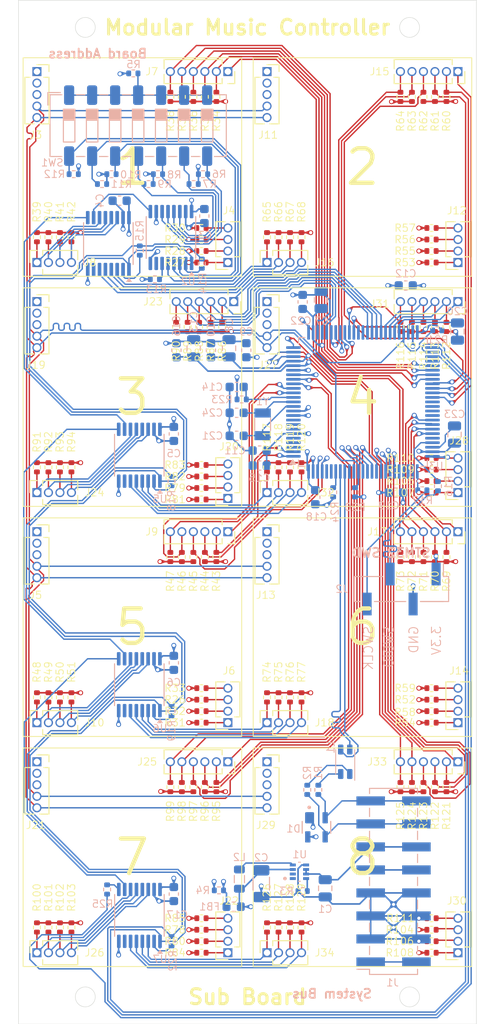
<source format=kicad_pcb>
(kicad_pcb (version 20241229) (generator "pcbnew") (generator_version "9.0")
  (title_block (title "Modular Music Controller / Sub-Board") (date "2025-11-11") (rev "1") (company "Dennis Schulmeister-Zimolong"))
  (layers (0 "F.Cu" signal) (4 "In1.Cu" power) (6 "In2.Cu" power) (2 "B.Cu" signal) (13 "F.Paste" user) (15 "B.Paste" user) (5 "F.SilkS" user "F.Silkscreen") (7 "B.SilkS" user "B.Silkscreen") (1 "F.Mask" user) (3 "B.Mask" user) (25 "Edge.Cuts" user))
  (net 0 "")
  (net 1 "GND")
  (net 2 "/System Bus/+5V")
  (net 3 "/Board Address/+3.3V Digital")
  (net 4 "/Power Supply/+3.3V Analog")
  (net 5 "/Power Supply/AREF")
  (net 6 "/STM32-MCU/NRST")
  (net 7 "/STM32-MCU/VCAP1")
  (net 8 "/STM32-MCU/PH0")
  (net 9 "/STM32-MCU/VCAP2")
  (net 10 "/STM32-MCU/PH1")
  (net 11 "/STM32-MCU/SWDIO")
  (net 12 "/STM32-MCU/SWCLK")
  (net 13 "/STM32-MCU/SlotBus.Clock")
  (net 14 "/STM32-MCU/SlotBus.Data")
  (net 15 "/STM32-MCU/Slot0.Addr3")
  (net 16 "/STM32-MCU/Slot0.Addr2")
  (net 17 "/STM32-MCU/Slot0.Addr1")
  (net 18 "/STM32-MCU/Slot0.Addr0")
  (net 19 "/STM32-MCU/Slot4.Addr0")
  (net 20 "/STM32-MCU/Slot4.Addr3")
  (net 21 "/STM32-MCU/Slot4.Addr1")
  (net 22 "/STM32-MCU/Slot4.Addr2")
  (net 23 "/STM32-MCU/Slot0.A1")
  (net 24 "/STM32-MCU/Slot0.B")
  (net 25 "/STM32-MCU/Slot0.LED")
  (net 26 "/STM32-MCU/Slot0.A0")
  (net 27 "/STM32-MCU/Slot0.C")
  (net 28 "/STM32-MCU/Slot0.A")
  (net 29 "/STM32-MCU/Slot0.Typ3")
  (net 30 "/STM32-MCU/Slot0.Typ1")
  (net 31 "/STM32-MCU/Slot0.Typ0")
  (net 32 "/STM32-MCU/Slot0.Typ2")
  (net 33 "/STM32-MCU/Slot4.C")
  (net 34 "/STM32-MCU/Slot4.B")
  (net 35 "/STM32-MCU/Slot4.A1")
  (net 36 "/STM32-MCU/Slot4.LED")
  (net 37 "/STM32-MCU/Slot4.A0")
  (net 38 "/STM32-MCU/Slot4.A")
  (net 39 "/STM32-MCU/Slot4.Typ3")
  (net 40 "/STM32-MCU/Slot4.Typ1")
  (net 41 "/STM32-MCU/Slot4.Typ2")
  (net 42 "/STM32-MCU/Slot4.Typ0")
  (net 43 "/STM32-MCU/Slot1.Addr1")
  (net 44 "/STM32-MCU/Slot1.Addr0")
  (net 45 "/STM32-MCU/Slot1.Addr2")
  (net 46 "/STM32-MCU/Slot1.Addr3")
  (net 47 "/STM32-MCU/Slot5.Addr3")
  (net 48 "/STM32-MCU/Slot5.Addr0")
  (net 49 "/STM32-MCU/Slot5.Addr2")
  (net 50 "/STM32-MCU/Slot5.Addr1")
  (net 51 "/STM32-MCU/Slot1.C")
  (net 52 "/STM32-MCU/Slot1.LED")
  (net 53 "/STM32-MCU/Slot1.A0")
  (net 54 "/STM32-MCU/Slot1.B")
  (net 55 "/STM32-MCU/Slot1.A")
  (net 56 "/STM32-MCU/Slot1.A1")
  (net 57 "/STM32-MCU/Slot1.Typ2")
  (net 58 "/STM32-MCU/Slot1.Typ3")
  (net 59 "/STM32-MCU/Slot1.Typ1")
  (net 60 "/STM32-MCU/Slot1.Typ0")
  (net 61 "/STM32-MCU/Slot5.C")
  (net 62 "/STM32-MCU/Slot5.LED")
  (net 63 "/STM32-MCU/Slot5.A0")
  (net 64 "/STM32-MCU/Slot5.B")
  (net 65 "/STM32-MCU/Slot5.A")
  (net 66 "/STM32-MCU/Slot5.A1")
  (net 67 "/STM32-MCU/Slot5.Typ1")
  (net 68 "/STM32-MCU/Slot5.Typ0")
  (net 69 "/STM32-MCU/Slot5.Typ3")
  (net 70 "/STM32-MCU/Slot5.Typ2")
  (net 71 "/STM32-MCU/Slot2.Addr1")
  (net 72 "/STM32-MCU/Slot2.Addr3")
  (net 73 "/STM32-MCU/Slot2.Addr2")
  (net 74 "/STM32-MCU/Slot2.Addr0")
  (net 75 "/STM32-MCU/Slot6.Addr2")
  (net 76 "/STM32-MCU/Slot6.Addr0")
  (net 77 "/STM32-MCU/Slot6.Addr3")
  (net 78 "/STM32-MCU/Slot6.Addr1")
  (net 79 "/STM32-MCU/Slot2.A")
  (net 80 "/STM32-MCU/Slot2.A1")
  (net 81 "/STM32-MCU/Slot2.A0")
  (net 82 "/STM32-MCU/Slot2.B")
  (net 83 "/STM32-MCU/Slot2.C")
  (net 84 "/STM32-MCU/Slot2.LED")
  (net 85 "/STM32-MCU/Slot2.Typ1")
  (net 86 "/STM32-MCU/Slot2.Typ0")
  (net 87 "/STM32-MCU/Slot2.Typ2")
  (net 88 "/STM32-MCU/Slot2.Typ3")
  (net 89 "/STM32-MCU/Slot6.A0")
  (net 90 "/STM32-MCU/Slot6.A")
  (net 91 "/STM32-MCU/Slot6.LED")
  (net 92 "/STM32-MCU/Slot6.B")
  (net 93 "/STM32-MCU/Slot6.C")
  (net 94 "/STM32-MCU/Slot6.A1")
  (net 95 "/STM32-MCU/Slot6.Typ3")
  (net 96 "/STM32-MCU/Slot6.Typ0")
  (net 97 "/STM32-MCU/Slot6.Typ1")
  (net 98 "/STM32-MCU/Slot6.Typ2")
  (net 99 "/STM32-MCU/Slot3.Addr3")
  (net 100 "/STM32-MCU/Slot3.Addr0")
  (net 101 "/STM32-MCU/Slot3.Addr1")
  (net 102 "/STM32-MCU/Slot3.Addr2")
  (net 103 "/STM32-MCU/Slot7.Addr3")
  (net 104 "/STM32-MCU/Slot7.Addr0")
  (net 105 "/STM32-MCU/Slot7.Addr2")
  (net 106 "/STM32-MCU/Slot7.Addr1")
  (net 107 "/STM32-MCU/Slot3.A")
  (net 108 "/STM32-MCU/Slot3.B")
  (net 109 "/STM32-MCU/Slot3.A0")
  (net 110 "/STM32-MCU/Slot3.A1")
  (net 111 "/STM32-MCU/Slot3.C")
  (net 112 "/STM32-MCU/Slot3.LED")
  (net 113 "/STM32-MCU/Slot3.Typ2")
  (net 114 "/STM32-MCU/Slot3.Typ1")
  (net 115 "/STM32-MCU/Slot3.Typ0")
  (net 116 "/STM32-MCU/Slot3.Typ3")
  (net 117 "/STM32-MCU/Slot7.C")
  (net 118 "/STM32-MCU/Slot7.LED")
  (net 119 "/STM32-MCU/Slot7.A1")
  (net 120 "/STM32-MCU/Slot7.B")
  (net 121 "/STM32-MCU/Slot7.A0")
  (net 122 "/STM32-MCU/Slot7.A")
  (net 123 "/STM32-MCU/Slot7.Typ2")
  (net 124 "/STM32-MCU/Slot7.Typ1")
  (net 125 "/STM32-MCU/Slot7.Typ0")
  (net 126 "/STM32-MCU/Slot7.Typ3")
  (net 127 "/STM32-MCU/SystemBus.Data")
  (net 128 "/STM32-MCU/SystemBus.Clock")
  (net 129 "Net-(U1-SW)")
  (net 130 "Net-(R5-Pad2)")
  (net 131 "/Board Address/BoardAddress6")
  (net 132 "/Board Address/BoardAddress5")
  (net 133 "/Board Address/BoardAddress4")
  (net 134 "/Board Address/BoardAddress3")
  (net 135 "/Board Address/BoardAddress2")
  (net 136 "/Board Address/BoardAddress1")
  (net 137 "/Board Address/BoardAddress0")
  (net 138 "/Board Address/BoardAddress7")
  (net 139 "/STM32-MCU/Config.Clock")
  (net 140 "Net-(U2-CP)")
  (net 141 "Net-(U4-CP)")
  (net 142 "Net-(U3-PA13)")
  (net 143 "Net-(U3-PA14)")
  (net 144 "Net-(U5-CP)")
  (net 145 "Net-(U6-CP)")
  (net 146 "Net-(U7-CP)")
  (net 147 "/STM32-MCU/BOOT0")
  (net 148 "/STM32-MCU/Config.Data")
  (net 149 "Net-(U7-Q7)")
  (net 153 "/STM32-MCU/Config.Out1")
  (net 154 "/STM32-MCU/Config.Latch")
  (net 177 "/STM32-MCU/Config.Out2")
  (net 178 "/STM32-MCU/Config.Out3")
  (net 180 "/STM32-MCU/Config.Out4")
  (net 183 "/System Bus/+12V")
  (net 184 "/System Bus/-12V")
  (net 186 "/System Bus/SystemBus-Data")
  (net 187 "/System Bus/SystemBus-Clock")
  (net 188 "/Power Supply/MODE{slash}S-CONF")
  (net 189 "Net-(L1-Pad4)")
  (net 190 "Net-(L1-Pad1)")
  (footprint "Resistor_SMD:R_0402_1005Metric" (layer "F.Cu") (at 147.701 74.17 90)
    (property "Reference" "R113")
    (property "Value" "10k")
  )
  (footprint "Resistor_SMD:R_0402_1005Metric" (layer "F.Cu") (at 121.922 140.716)
    (property "Reference" "R78")
    (property "Value" "10k")
  )
  (footprint "Resistor_SMD:R_0402_1005Metric" (layer "F.Cu") (at 130.429 64.264 -90)
    (property "Reference" "R66")
    (property "Value" "10k")
  )
  (footprint "Resistor_SMD:R_0402_1005Metric" (layer "F.Cu") (at 143.891 99.57 90)
    (property "Reference" "R73")
    (property "Value" "10k")
  )
  (footprint "Resistor_SMD:R_0402_1005Metric" (layer "F.Cu") (at 118.491 124.97 90)
    (property "Reference" "R99")
    (property "Value" "10k")
  )
  (footprint "Resistor_SMD:R_0402_1005Metric" (layer "F.Cu") (at 131.699 64.264 -90)
    (property "Reference" "R67")
    (property "Value" "10k")
  )
  (footprint "Resistor_SMD:R_0402_1005Metric" (layer "F.Cu") (at 147.322 63.246 180)
    (property "Reference" "R57")
    (property "Value" "10k")
  )
  (footprint "Connector_PinSocket_1.27mm:PinSocket_1x06_P1.27mm_Vertical" (layer "F.Cu") (at 150.24 122.175 -90)
    (property "Reference" "J33")
    (property "Value" "GPIO")
  )
  (footprint "Resistor_SMD:R_0402_1005Metric" (layer "F.Cu") (at 143.891 48.77 90)
    (property "Reference" "R64")
    (property "Value" "10k")
  )
  (footprint "Resistor_SMD:R_0402_1005Metric" (layer "F.Cu") (at 103.759 64.26 -90)
    (property "Reference" "R39")
    (property "Value" "10k")
  )
  (footprint "Resistor_SMD:R_0402_1005Metric" (layer "F.Cu") (at 148.971 48.77 90)
    (property "Reference" "R60")
    (property "Value" "10k")
  )
  (footprint "Resistor_SMD:R_0402_1005Metric" (layer "F.Cu") (at 119.761 99.57 90)
    (property "Reference" "R46")
    (property "Value" "10k")
  )
  (footprint "Resistor_SMD:R_0402_1005Metric" (layer "F.Cu") (at 146.431 74.17 90)
    (property "Reference" "R114")
    (property "Value" "10k")
  )
  (footprint "Resistor_SMD:R_0402_1005Metric" (layer "F.Cu") (at 119.761 48.77 90)
    (property "Reference" "R37")
    (property "Value" "10k")
  )
  (footprint "Resistor_SMD:R_0402_1005Metric" (layer "F.Cu") (at 124.206 74.168 90)
    (property "Reference" "R86")
    (property "Value" "10k")
  )
  (footprint "Resistor_SMD:R_0402_1005Metric" (layer "F.Cu") (at 121.666 74.168 90)
    (property "Reference" "R88")
    (property "Value" "10k")
  )
  (footprint "Resistor_SMD:R_0402_1005Metric" (layer "F.Cu") (at 147.701 99.57 90)
    (property "Reference" "R70")
    (property "Value" "10k")
  )
  (footprint "Resistor_SMD:R_0402_1005Metric" (layer "F.Cu") (at 122.936 74.168 90)
    (property "Reference" "R87")
    (property "Value" "10k")
  )
  (footprint "Connector_PinSocket_1.27mm:PinSocket_1x06_P1.27mm_Vertical" (layer "F.Cu") (at 150.24 71.375 -90)
    (property "Reference" "J31")
    (property "Value" "GPIO")
  )
  (footprint "Connector_PinSocket_1.27mm:PinSocket_1x05_P1.27mm_Vertical" (layer "F.Cu") (at 103.76 122.175)
    (property "Reference" "J21")
    (property "Value" "Power/I2C")
  )
  (footprint "Resistor_SMD:R_0402_1005Metric" (layer "F.Cu") (at 121.922 64.516 180)
    (property "Reference" "R29")
    (property "Value" "10k")
  )
  (footprint "Resistor_SMD:R_0402_1005Metric" (layer "F.Cu") (at 145.161 99.568 90)
    (property "Reference" "R72")
    (property "Value" "10k")
  )
  (footprint "Resistor_SMD:R_0402_1005Metric" (layer "F.Cu") (at 148.971 74.17 90)
    (property "Reference" "R112")
    (property "Value" "10k")
  )
  (footprint "Resistor_SMD:R_0402_1005Metric" (layer "F.Cu") (at 123.571 124.972 90)
    (property "Reference" "R95")
    (property "Value" "10k")
  )
  (footprint "Resistor_SMD:R_0402_1005Metric" (layer "F.Cu") (at 148.971 124.97 90)
    (property "Reference" "R121")
    (property "Value" "10k")
  )
  (footprint "Resistor_SMD:R_0402_1005Metric" (layer "F.Cu") (at 147.32 65.786 180)
    (property "Reference" "R55")
    (property "Value" "10k")
  )
  (footprint "Resistor_SMD:R_0402_1005Metric" (layer "F.Cu") (at 123.571 48.77 90)
    (property "Reference" "R34")
    (property "Value" "10k")
  )
  (footprint "Resistor_SMD:R_0402_1005Metric" (layer "F.Cu") (at 143.891 124.97 90)
    (property "Reference" "R125")
    (property "Value" "10k")
  )
  (footprint "Resistor_SMD:R_0402_1005Metric" (layer "F.Cu") (at 147.322 92.456)
    (property "Reference" "R107")
    (property "Value" "10k")
  )
  (footprint "Resistor_SMD:R_0402_1005Metric" (layer "F.Cu") (at 122.301 124.97 90)
    (property "Reference" "R96")
    (property "Value" "10k")
  )
  (footprint "Connector_PinSocket_1.27mm:PinSocket_1x04_P1.27mm_Vertical" (layer "F.Cu") (at 124.84 67.055 180)
    (property "Reference" "J4")
    (property "Value" "Address")
  )
  (footprint "Resistor_SMD:R_0402_1005Metric" (layer "F.Cu") (at 131.699 89.664 -90)
    (property "Reference" "R119")
    (property "Value" "10k")
  )
  (footprint "Resistor_SMD:R_0402_1005Metric" (layer "F.Cu") (at 118.491 48.77 90)
    (property "Reference" "R38")
    (property "Value" "10k")
  )
  (footprint "Resistor_SMD:R_0402_1005Metric" (layer "F.Cu") (at 121.922 139.446 180)
    (property "Reference" "R85")
    (property "Value" "10k")
  )
  (footprint "Resistor_SMD:R_0402_1005Metric" (layer "F.Cu") (at 121.922 116.586 180)
    (property "Reference" "R32")
    (property "Value" "10k")
  )
  (footprint "Resistor_SMD:R_0402_1005Metric" (layer "F.Cu") (at 145.161 48.77 90)
    (property "Reference" "R63")
    (property "Value" "10k")
  )
  (footprint "Connector_PinSocket_1.27mm:PinSocket_1x04_P1.27mm_Vertical" (layer "F.Cu") (at 150.24 67.055 180)
    (property "Reference" "J12")
    (property "Value" "Address")
  )
  (footprint "Resistor_SMD:R_0402_1005Metric" (layer "F.Cu") (at 121.922 117.856 180)
    (property "Reference" "R31")
    (property "Value" "10k")
  )
  (footprint "Resistor_SMD:R_0402_1005Metric" (layer "F.Cu") (at 147.32 64.516 180)
    (property "Reference" "R56")
    (property "Value" "10k")
  )
  (footprint "Resistor_SMD:R_0402_1005Metric" (layer "F.Cu") (at 121.92 89.408 180)
    (property "Reference" "R83")
    (property "Value" "10k")
  )
  (footprint "Resistor_SMD:R_0402_1005Metric" (layer "F.Cu") (at 107.569 64.26 -90)
    (property "Reference" "R42")
    (property "Value" "10k")
  )
  (footprint "Resistor_SMD:R_0402_1005Metric" (layer "F.Cu") (at 105.029 115.064 -90)
    (property "Reference" "R49")
    (property "Value" "10k")
  )
  (footprint "Resistor_SMD:R_0402_1005Metric" (layer "F.Cu") (at 121.92 90.678 180)
    (property "Reference" "R82")
    (property "Value" "10k")
  )
  (footprint "Resistor_SMD:R_0402_1005Metric" (layer "F.Cu") (at 129.159 64.264 -90)
    (property "Reference" "R65")
    (property "Value" "10k")
  )
  (footprint "Resistor_SMD:R_0402_1005Metric" (layer "F.Cu") (at 147.322 139.446 180)
    (property "Reference" "R111")
    (property "Value" "10k")
  )
  (footprint "Resistor_SMD:R_0402_1005Metric" (layer "F.Cu") (at 146.431 124.97 90)
    (property "Reference" "R123")
    (property "Value" "10k")
  )
  (footprint "Connector_PinSocket_1.27mm:PinSocket_1x06_P1.27mm_Vertical" (layer "F.Cu") (at 124.84 122.175 -90)
    (property "Reference" "J25")
    (property "Value" "GPIO")
  )
  (footprint "Resistor_SMD:R_0402_1005Metric" (layer "F.Cu") (at 147.701 48.768 90)
    (property "Reference" "R61")
    (property "Value" "10k")
  )
  (footprint "Resistor_SMD:R_0402_1005Metric" (layer "F.Cu") (at 147.32 143.256)
    (property "Reference" "R108")
    (property "Value" "10k")
  )
  (footprint "Resistor_SMD:R_0402_1005Metric" (layer "F.Cu") (at 147.322 115.316)
    (property "Reference" "R52")
    (property "Value" "10k")
  )
  (footprint "Connector_PinSocket_1.27mm:PinSocket_1x04_P1.27mm_Vertical" (layer "F.Cu") (at 129.16 143.255 90)
    (property "Reference" "J34")
    (property "Value" "Type")
  )
  (footprint "Resistor_SMD:R_0402_1005Metric" (layer "F.Cu") (at 147.32 140.716)
    (property "Reference" "R104")
    (property "Value" "10k")
  )
  (footprint "Resistor_SMD:R_0402_1005Metric" (layer "F.Cu") (at 121.031 124.97 90)
    (property "Reference" "R97")
    (property "Value" "10k")
  )
  (footprint "Resistor_SMD:R_0402_1005Metric" (layer "F.Cu") (at 122.301 48.77 90)
    (property "Reference" "R35")
    (property "Value" "10k")
  )
  (footprint "Connector_PinSocket_1.27mm:PinSocket_1x05_P1.27mm_Vertical" (layer "F.Cu") (at 103.76 45.975)
    (property "Reference" "J3")
    (property "Value" "Power/I2C")
  )
  (footprint "Connector_PinSocket_1.27mm:PinSocket_1x04_P1.27mm_Vertical" (layer "F.Cu") (at 103.76 117.855 90)
    (property "Reference" "J10")
    (property "Value" "Type")
  )
  (footprint "Resistor_SMD:R_0402_1005Metric" (layer "F.Cu") (at 107.569 115.064 -90)
    (property "Reference" "R51")
    (property "Value" "10k")
  )
  (footprint "Connector_PinSocket_1.27mm:PinSocket_1x05_P1.27mm_Vertical" (layer "F.Cu") (at 129.16 122.175)
    (property "Reference" "J29")
    (property "Value" "Power/I2C")
  )
  (footprint "Connector_PinSocket_1.27mm:PinSocket_1x04_P1.27mm_Vertical" (layer "F.Cu") (at 124.84 143.255 180)
    (property "Reference" "J22")
    (property "Value" "Address")
  )
  (footprint "Resistor_SMD:R_0402_1005Metric" (layer "F.Cu") (at 103.759 140.464 -90)
    (property "Reference" "R100")
    (property "Value" "10k")
  )
  (footprint "Resistor_SMD:R_0402_1005Metric" (layer "F.Cu") (at 132.969 64.264 -90)
    (property "Reference" "R68")
    (property "Value" "10k")
  )
  (footprint "Resistor_SMD:R_0402_1005Metric" (layer "F.Cu") (at 107.569 140.464 -90)
    (property "Reference" "R103")
    (property "Value" "10k")
  )
  (footprint "Connector_PinSocket_1.27mm:PinSocket_1x06_P1.27mm_Vertical" (layer "F.Cu") (at 150.24 96.775 -90)
    (property "Reference" "J17")
    (property "Value" "GPIO")
  )
  (footprint "Connector_PinSocket_1.27mm:PinSocket_1x04_P1.27mm_Vertical" (layer "F.Cu") (at 129.16 117.855 90)
    (property "Reference" "J18")
    (property "Value" "Type")
  )
  (footprint "Resistor_SMD:R_0402_1005Metric" (layer "F.Cu") (at 121.922 67.056 180)
    (property "Reference" "R27")
    (property "Value" "10k")
  )
  (footprint "Resistor_SMD:R_0402_1005Metric" (layer "F.Cu") (at 105.029 89.664 -90)
    (property "Reference" "R92")
    (property "Value" "10k")
  )
  (footprint "Resistor_SMD:R_0402_1005Metric" (layer "F.Cu") (at 130.429 140.464 -90)
    (property "Reference" "R127")
    (property "Value" "10k")
  )
  (footprint "Connector_PinSocket_1.27mm:PinSocket_1x04_P1.27mm_Vertical" (layer "F.Cu") (at 150.24 143.255 180)
    (property "Reference" "J30")
    (property "Value" "Address")
  )
  (footprint "Connector_PinSocket_1.27mm:PinSocket_1x04_P1.27mm_Vertical" (layer "F.Cu") (at 150.24 92.455 180)
    (property "Reference" "J28")
    (property "Value" "Address")
  )
  (footprint "Resistor_SMD:R_0402_1005Metric" (layer "F.Cu") (at 106.299 140.464 -90)
    (property "Reference" "R102")
    (property "Value" "10k")
  )
  (footprint "Resistor_SMD:R_0402_1005Metric" (layer "F.Cu") (at 147.322 114.046 180)
    (property "Reference" "R59")
    (property "Value" "10k")
  )
  (footprint "Resistor_SMD:R_0402_1005Metric" (layer "F.Cu") (at 121.92 91.948)
    (property "Reference" "R79")
    (property "Value" "10k")
  )
  (footprint "Resistor_SMD:R_0402_1005Metric" (layer "F.Cu") (at 121.031 99.57 90)
    (property "Reference" "R45")
    (property "Value" "10k")
  )
  (footprint "Resistor_SMD:R_0402_1005Metric" (layer "F.Cu") (at 121.922 114.046 180)
    (property "Reference" "R33")
    (property "Value" "10k")
  )
  (footprint "Resistor_SMD:R_0402_1005Metric" (layer "F.Cu") (at 105.029 140.464 -90)
    (property "Reference" "R101")
    (property "Value" "10k")
  )
  (footprint "Resistor_SMD:R_0402_1005Metric" (layer "F.Cu") (at 106.299 115.064 -90)
    (property "Reference" "R50")
    (property "Value" "10k")
  )
  (footprint "Resistor_SMD:R_0402_1005Metric" (layer "F.Cu") (at 122.301 99.57 90)
    (property "Reference" "R44")
    (property "Value" "10k")
  )
  (footprint "Resistor_SMD:R_0402_1005Metric" (layer "F.Cu") (at 143.891 74.17 90)
    (property "Reference" "R116")
    (property "Value" "10k")
  )
  (footprint "Resistor_SMD:R_0402_1005Metric" (layer "F.Cu") (at 132.969 140.464 -90)
    (property "Reference" "R129")
    (property "Value" "10k")
  )
  (footprint "Resistor_SMD:R_0402_1005Metric" (layer "F.Cu") (at 147.322 116.586 180)
    (property "Reference" "R58")
    (property "Value" "10k")
  )
  (footprint "Resistor_SMD:R_0402_1005Metric" (layer "F.Cu") (at 121.92 93.218 180)
    (property "Reference" "R81")
    (property "Value" "10k")
  )
  (footprint "Resistor_SMD:R_0402_1005Metric" (layer "F.Cu") (at 121.922 143.256 180)
    (property "Reference" "R84")
    (property "Value" "10k")
  )
  (footprint "Resistor_SMD:R_0402_1005Metric" (layer "F.Cu") (at 103.759 115.064 -90)
    (property "Reference" "R48")
    (property "Value" "10k")
  )
  (footprint "Resistor_SMD:R_0402_1005Metric" (layer "F.Cu") (at 145.161 74.17 90)
    (property "Reference" "R115")
    (property "Value" "10k")
  )
  (footprint "Resistor_SMD:R_0402_1005Metric" (layer "F.Cu") (at 118.491 99.57 90)
    (property "Reference" "R47")
    (property "Value" "10k")
  )
  (footprint "Resistor_SMD:R_0402_1005Metric" (layer "F.Cu") (at 120.396 74.168 90)
    (property "Reference" "R89")
    (property "Value" "10k")
  )
  (footprint "Resistor_SMD:R_0402_1005Metric" (layer "F.Cu") (at 147.322 88.646 180)
    (property "Reference" "R110")
    (property "Value" "10k")
  )
  (footprint "Connector_PinSocket_1.27mm:PinSocket_1x05_P1.27mm_Vertical" (layer "F.Cu") (at 103.76 71.375)
    (property "Reference" "J19")
    (property "Value" "Power/I2C")
  )
  (footprint "Resistor_SMD:R_0402_1005Metric" (layer "F.Cu") (at 147.322 91.186)
    (property "Reference" "R105")
    (property "Value" "10k")
  )
  (footprint "Connector_PinSocket_1.27mm:PinSocket_1x05_P1.27mm_Vertical" (layer "F.Cu") (at 103.76 96.775)
    (property "Reference" "J5")
    (property "Value" "Power/I2C")
  )
  (footprint "Connector_PinSocket_1.27mm:PinSocket_1x04_P1.27mm_Vertical" (layer "F.Cu") (at 103.76 143.255 90)
    (property "Reference" "J26")
    (property "Value" "Type")
  )
  (footprint "Resistor_SMD:R_0402_1005Metric" (layer "F.Cu") (at 121.031 48.77 90)
    (property "Reference" "R36")
    (property "Value" "10k")
  )
  (footprint "Resistor_SMD:R_0402_1005Metric" (layer "F.Cu") (at 131.699 140.464 -90)
    (property "Reference" "R128")
    (property "Value" "10k")
  )
  (footprint "Resistor_SMD:R_0402_1005Metric" (layer "F.Cu") (at 106.299 89.664 -90)
    (property "Reference" "R93")
    (property "Value" "10k")
  )
  (footprint "Resistor_SMD:R_0402_1005Metric" (layer "F.Cu") (at 131.699 115.064 -90)
    (property "Reference" "R76")
    (property "Value" "10k")
  )
  (footprint "Resistor_SMD:R_0402_1005Metric" (layer "F.Cu") (at 121.922 65.786 180)
    (property "Reference" "R28")
    (property "Value" "10k")
  )
  (footprint "Resistor_SMD:R_0402_1005Metric" (layer "F.Cu") (at 130.429 89.664 -90)
    (property "Reference" "R118")
    (property "Value" "10k")
  )
  (footprint "Resistor_SMD:R_0402_1005Metric" (layer "F.Cu") (at 146.431 99.568 90)
    (property "Reference" "R71")
    (property "Value" "10k")
  )
  (footprint "Resistor_SMD:R_0402_1005Metric" (layer "F.Cu") (at 147.701 124.97 90)
    (property "Reference" "R122")
    (property "Value" "10k")
  )
  (footprint "Resistor_SMD:R_0402_1005Metric" (layer "F.Cu") (at 103.759 89.664 -90)
    (property "Reference" "R91")
    (property "Value" "10k")
  )
  (footprint "Resistor_SMD:R_0402_1005Metric" (layer "F.Cu") (at 129.159 115.064 -90)
    (property "Reference" "R74")
    (property "Value" "10k")
  )
  (footprint "Connector_PinSocket_1.27mm:PinSocket_1x06_P1.27mm_Vertical" (layer "F.Cu") (at 125.49 71.375 -90)
    (property "Reference" "J23")
    (property "Value" "GPIO")
  )
  (footprint "Resistor_SMD:R_0402_1005Metric" (layer "F.Cu") (at 145.161 124.97 90)
    (property "Reference" "R124")
    (property "Value" "10k")
  )
  (footprint "Resistor_SMD:R_0402_1005Metric" (layer "F.Cu") (at 147.32 67.056)
    (property "Reference" "R53")
    (property "Value" "10k")
  )
  (footprint "Connector_PinSocket_1.27mm:PinSocket_1x04_P1.27mm_Vertical" (layer "F.Cu") (at 150.24 117.855 180)
    (property "Reference" "J14")
    (property "Value" "Address")
  )
  (footprint "Connector_PinSocket_1.27mm:PinSocket_1x06_P1.27mm_Vertical" (layer "F.Cu") (at 150.24 45.975 -90)
    (property "Reference" "J15")
    (property "Value" "GPIO")
  )
  (footprint "Resistor_SMD:R_0402_1005Metric" (layer "F.Cu") (at 146.431 48.768 90)
    (property "Reference" "R62")
    (property "Value" "10k")
  )
  (footprint "Resistor_SMD:R_0402_1005Metric" (layer "F.Cu") (at 123.571 99.57 90)
    (property "Reference" "R43")
    (property "Value" "10k")
  )
  (footprint "Connector_PinSocket_1.27mm:PinSocket_1x04_P1.27mm_Vertical" (layer "F.Cu") (at 129.16 92.455 90)
    (property "Reference" "J32")
    (property "Value" "Type")
  )
  (footprint "Connector_PinSocket_1.27mm:PinSocket_1x06_P1.27mm_Vertical" (layer "F.Cu") (at 124.84 96.775 -90)
    (property "Reference" "J9")
    (property "Value" "GPIO")
  )
  (footprint "Resistor_SMD:R_0402_1005Metric" (layer "F.Cu") (at 129.159 140.464 -90)
    (property "Reference" "R126")
    (property "Value" "10k")
  )
  (footprint "Connector_PinSocket_1.27mm:PinSocket_1x04_P1.27mm_Vertical" (layer "F.Cu") (at 124.84 117.855 180)
    (property "Reference" "J6")
    (property "Value" "Address")
  )
  (footprint "Resistor_SMD:R_0402_1005Metric" (layer "F.Cu") (at 147.322 117.856)
    (property "Reference" "R54")
    (property "Value" "10k")
  )
  (footprint "Connector_PinSocket_1.27mm:PinSocket_1x05_P1.27mm_Vertical" (layer "F.Cu") (at 129.16 96.775)
    (property "Reference" "J13")
    (property "Value" "Power/I2C")
  )
  (footprint "Connector_PinSocket_1.27mm:PinSocket_1x05_P1.27mm_Vertical" (layer "F.Cu") (at 129.16 45.975)
    (property "Reference" "J11")
    (property "Value" "Power/I2C")
  )
  (footprint "Resistor_SMD:R_0402_1005Metric" (layer "F.Cu") (at 107.569 89.664 -90)
    (property "Reference" "R94")
    (property "Value" "10k")
  )
  (footprint "Resistor_SMD:R_0402_1005Metric" (layer "F.Cu") (at 119.126 74.168 90)
    (property "Reference" "R90")
    (property "Value" "10k")
  )
  (footprint "Resistor_SMD:R_0402_1005Metric" (layer "F.Cu") (at 121.922 63.246 180)
    (property "Reference" "R30")
    (property "Value" "10k")
  )
  (footprint "Resistor_SMD:R_0402_1005Metric" (layer "F.Cu") (at 129.159 89.664 -90)
    (property "Reference" "R117")
    (property "Value" "10k")
  )
  (footprint "Connector_PinSocket_1.27mm:PinSocket_1x04_P1.27mm_Vertical" (layer "F.Cu") (at 103.76 67.055 90)
    (property "Reference" "J8")
    (property "Value" "Type")
  )
  (footprint "Resistor_SMD:R_0402_1005Metric" (layer "F.Cu") (at 147.32 141.986)
    (property "Reference" "R106")
    (property "Value" "10k")
  )
  (footprint "Resistor_SMD:R_0402_1005Metric" (layer "F.Cu") (at 119.761 124.97 90)
    (property "Reference" "R98")
    (property "Value" "10k")
  )
  (footprint "Connector_PinSocket_1.27mm:PinSocket_1x04_P1.27mm_Vertical" (layer "F.Cu") (at 103.76 92.455 90)
    (property "Reference" "J24")
    (property "Value" "Type")
  )
  (footprint "Connector_PinSocket_1.27mm:PinSocket_1x06_P1.27mm_Vertical" (layer "F.Cu") (at 124.84 45.975 -90)
    (property "Reference" "J7")
    (property "Value" "GPIO")
  )
  (footprint "Resistor_SMD:R_0402_1005Metric" (layer "F.Cu") (at 106.299 64.26 -90)
    (property "Reference" "R41")
    (property "Value" "10k")
  )
  (footprint "Resistor_SMD:R_0402_1005Metric" (layer "F.Cu") (at 148.971 99.568 90)
    (property "Reference" "R69")
    (property "Value" "10k")
  )
  (footprint "Resistor_SMD:R_0402_1005Metric" (layer "F.Cu") (at 121.922 141.986)
    (property "Reference" "R80")
    (property "Value" "10k")
  )
  (footprint "Resistor_SMD:R_0402_1005Metric" (layer "F.Cu") (at 130.429 115.064 -90)
    (property "Reference" "R75")
    (property "Value" "10k")
  )
  (footprint "Resistor_SMD:R_0402_1005Metric" (layer "F.Cu") (at 105.029 64.26 -90)
    (property "Reference" "R40")
    (property "Value" "10k")
  )
  (footprint "Resistor_SMD:R_0402_1005Metric" (layer "F.Cu") (at 132.969 115.064 -90)
    (property "Reference" "R77")
    (property "Value" "10k")
  )
  (footprint "Connector_PinSocket_1.27mm:PinSocket_1x05_P1.27mm_Vertical" (layer "F.Cu") (at 129.16 71.375)
    (property "Reference" "J27")
    (property "Value" "Power/I2C")
  )
  (footprint "Connector_PinSocket_1.27mm:PinSocket_1x04_P1.27mm_Vertical" (layer "F.Cu") (at 124.84 93.105 180)
    (property "Reference" "J20")
    (property "Value" "Address")
  )
  (footprint "Resistor_SMD:R_0402_1005Metric" (layer "F.Cu") (at 121.92 115.316)
    (property "Reference" "R26")
    (property "Value" "10k")
  )
  (footprint "Connector_PinSocket_1.27mm:PinSocket_1x04_P1.27mm_Vertical" (layer "F.Cu") (at 129.16 67.055 90)
    (property "Reference" "J16")
    (property "Value" "Type")
  )
  (footprint "Resistor_SMD:R_0402_1005Metric" (layer "F.Cu") (at 132.969 89.664 -90)
    (property "Reference" "R120")
    (property "Value" "10k")
  )
  (footprint "Resistor_SMD:R_0402_1005Metric" (layer "F.Cu") (at 147.322 89.916 180)
    (property "Reference" "R109")
    (property "Value" "10k")
  )
  (footprint "Capacitor_SMD:C_0603_1608Metric" (layer "B.Cu") (at 128.3464 87.8186 180)
    (property "Reference" "C11")
    (property "Value" "100 nF")
  )
  (footprint "Capacitor_SMD:C_0603_1608Metric" (layer "B.Cu") (at 118.872 111.252 -90)
    (property "Reference" "C6")
    (property "Value" "100 nF")
  )
  (footprint "Capacitor_SMD:C_0805_2012Metric" (layer "B.Cu") (at 124.968 76.52 90)
    (property "Reference" "C8")
    (property "Value" "1 µF")
  )
  (footprint "Resistor_SMD:R_0402_1005Metric" (layer "B.Cu") (at 147.957 74.549 180)
    (property "Reference" "R21")
    (property "Value" "2k2")
  )
  (footprint "Resistor_SMD:R_0402_1005Metric" (layer "B.Cu") (at 133.096 136.4488 180)
    (property "Reference" "R3")
    (property "Value" "27.4k")
  )
  (footprint "Capacitor_SMD:C_0805_2012Metric" (layer "B.Cu") (at 149.86 86.045 -90)
    (property "Reference" "C23")
    (property "Value" "2.2 µF")
  )
  (footprint "Capacitor_SMD:C_1206_3216Metric" (layer "B.Cu") (at 128.524 135.6324 -90)
    (property "Reference" "C2")
    (property "Value" "22 µF")
  )
  (footprint "Capacitor_SMD:C_0603_1608Metric" (layer "B.Cu") (at 128.3464 89.4696 180)
    (property "Reference" "C15")
    (property "Value" "100 nF")
  )
  (footprint "Resistor_SMD:R_0402_1005Metric" (layer "B.Cu") (at 116.7794 68.908099)
    (property "Reference" "R13")
    (property "Value" "10k")
  )
  (footprint "Connector_PinHeader_2.54mm:PinHeader_1x04_P2.54mm_Vertical_SMD_Pin1Right" (layer "B.Cu") (at 144.018 103.1026 90)
    (property "Reference" "J2")
    (property "Value" "Conn_01x04_Pin")
  )
  (footprint "Capacitor_SMD:C_0805_2012Metric" (layer "B.Cu") (at 135.5852 136.144 -90)
    (property "Reference" "C1")
    (property "Value" "4.7 µF")
  )
  (footprint "Package_SO:TSSOP-16_4.4x5mm_P0.65mm" (layer "B.Cu") (at 115.073 139.1335 90)
    (property "Reference" "U7")
    (property "Value" "74HC165")
  )
  (footprint "Inductor_SMD:L_CommonMode_Wurth_WE-CNSW-1206" (layer "B.Cu") (at 137.795 122.174 90)
    (property "Reference" "L1")
    (property "Value" "Choke_Wurth_WE-CNSW_744232090")
  )
  (footprint "Inductor_SMD:L_0805_2012Metric" (layer "B.Cu") (at 126.111 135.1244 -90)
    (property "Reference" "L2")
    (property "Value" "2.2 µH")
  )
  (footprint "Capacitor_SMD:C_0603_1608Metric" (layer "B.Cu") (at 133.096 71.406 -90)
    (property "Reference" "C22")
    (property "Value" "100 nF")
  )
  (footprint "Package_QFP:LQFP-100_14x14mm_P0.5mm" (layer "B.Cu") (at 139.7508 82.4484)
    (property "Reference" "U3")
    (property "Value" "STM32F401VETx")
  )
  (footprint "Resistor_SMD:R_0402_1005Metric" (layer "B.Cu") (at 117.1194 57.3024 180)
    (property "Reference" "R8")
    (property "Value" "10k")
  )
  (footprint "Inductor_SMD:L_0603_1608Metric" (layer "B.Cu") (at 125.476 138.1724 180)
    (property "Reference" "FB1")
    (property "Value" "600Ω @ 100MHz ~300-500mA")
  )
  (footprint "Capacitor_SMD:C_0603_1608Metric" (layer "B.Cu") (at 122.2404 61.925099 -90)
    (property "Reference" "C3")
    (property "Value" "100 nF")
  )
  (footprint "Resistor_SMD:R_0402_1005Metric" (layer "B.Cu") (at 115.1128 65.7352 -90)
    (property "Reference" "R15")
    (property "Value" "100")
  )
  (footprint "Capacitor_SMD:C_0603_1608Metric" (layer "B.Cu") (at 134.493 92.964 -90)
    (property "Reference" "C18")
    (property "Value" "100 nF")
  )
  (footprint "Resistor_SMD:R_0402_1005Metric" (layer "B.Cu") (at 148.0312 91.7468 -90)
    (property "Reference" "R16")
    (property "Value" "47")
  )
  (footprint "Resistor_SMD:R_0402_1005Metric" (layer "B.Cu") (at 133.604 125.2728 90)
    (property "Reference" "R2")
    (property "Value" "22")
  )
  (footprint "Capacitor_SMD:C_0603_1608Metric" (layer "B.Cu") (at 118.872 85.979 -90)
    (property "Reference" "C5")
    (property "Value" "100 nF")
  )
  (footprint "Resistor_SMD:R_0402_1005Metric" (layer "B.Cu") (at 111.9886 57.3024 180)
    (property "Reference" "R10")
    (property "Value" "10k")
  )
  (footprint "Capacitor_SMD:C_0805_2012Metric" (layer "B.Cu") (at 135.128 71.186 -90)
    (property "Reference" "C7")
    (property "Value" "4.7 µF")
  )
  (footprint "Resistor_SMD:R_0402_1005Metric" (layer "B.Cu") (at 138.8778 92.4244 90)
    (property "Reference" "R20")
    (property "Value" "2k2")
  )
  (footprint "Capacitor_SMD:C_0603_1608Metric" (layer "B.Cu") (at 144.4752 69.596 180)
    (property "Reference" "C12")
    (property "Value" "100 nF")
  )
  (footprint "Resistor_SMD:R_0402_1005Metric" (layer "B.Cu") (at 134.8252 125.2728 90)
    (property "Reference" "R1")
    (property "Value" "22")
  )
  (footprint "Capacitor_SMD:C_0603_1608Metric" (layer "B.Cu") (at 122.968 76.74 90)
    (property "Reference" "C10")
    (property "Value" "100 nF")
  )
  (footprint "Resistor_SMD:R_0402_1005Metric" (layer "B.Cu") (at 121.961 67.182899 -90)
    (property "Reference" "R14")
    (property "Value" "100")
  )
  (footprint "Capacitor_SMD:C_0603_1608Metric" (layer "B.Cu") (at 126.873 76.74 90)
    (property "Reference" "C9")
    (property "Value" "100 nF")
  )
  (footprint "Capacitor_SMD:C_0603_1608Metric" (layer "B.Cu") (at 112.8886 60.2334 180)
    (property "Reference" "C4")
    (property "Value" "100 nF")
  )
  (footprint "Package_SO:TSSOP-16_4.4x5mm_P0.65mm" (layer "B.Cu") (at 118.5574 64.2951 90)
    (property "Reference" "U2")
    (property "Value" "74HC165")
  )
  (footprint "Resistor_SMD:R_0402_1005Metric" (layer "B.Cu") (at 126.3614 82.169)
    (property "Reference" "R23")
    (property "Value" "10k")
  )
  (footprint "Capacitor_SMD:C_0603_1608Metric" (layer "B.Cu") (at 125.8114 86.1876 180)
    (property "Reference" "C21")
    (property "Value" "18 pF")
  )
  (footprint "Resistor_SMD:R_0402_1005Metric" (layer "B.Cu") (at 121.0584 58.3946)
    (property "Reference" "R7")
    (property "Value" "10k")
  )
  (footprint "Crystal:Crystal_SMD_3215-2Pin_3.2x1.5mm" (layer "B.Cu") (at 128.6764 84.9176 90)
    (property "Reference" "Y1")
    (property "Value" "26 MHz")
  )
  (footprint "Resistor_SMD:R_0402_1005Metric" (layer "B.Cu") (at 118.618 91.186 -90)
    (property "Reference" "R18")
    (property "Value" "100")
  )
  (footprint "Capacitor_SMD:C_0603_1608Metric" (layer "B.Cu") (at 119.158 76.74 90)
    (property "Reference" "C16")
    (property "Value" "100 nF")
  )
  (footprint "Capacitor_SMD:C_0603_1608Metric" (layer "B.Cu") (at 143.396 92.456 180)
    (property "Reference" "C19")
    (property "Value" "100 nF")
  )
  (footprint "Package_SO:TSSOP-16_4.4x5mm_P0.65mm" (layer "B.Cu") (at 111.644 64.9655 90)
    (property "Reference" "U4" (hide yes))
    (property "Value" "74HC165")
  )
  (footprint "Capacitor_SMD:C_0603_1608Metric" (layer "B.Cu") (at 125.8114 80.7974 180)
    (property "Reference" "C14")
    (property "Value" "100 nF")
  )
  (footprint "TPS629210DRLR:SOT50P160X60-8N" (layer "B.Cu") (at 132.7404 134.3152)
    (property "Reference" "U1")
    (property "Value" "TPS629210DRLR")
  )
  (footprint "Resistor_SMD:R_0402_1005Metric" (layer "B.Cu") (at 146.306 92.202)
    (property "Reference" "R17")
    (property "Value" "47")
  )
  (footprint "Package_SO:TSSOP-16_4.4x5mm_P0.65mm" (layer "B.Cu") (at 115.062 113.665 90)
    (property "Reference" "U6")
    (property "Value" "74HC165")
  )
  (footprint "Capacitor_SMD:C_0805_2012Metric" (layer "B.Cu") (at 121.063 76.52 90)
    (property "Reference" "C13")
    (property "Value" "1 µF")
  )
  (footprint "Capacitor_SMD:C_0603_1608Metric" (layer "B.Cu") (at 118.872 136.779 -90)
    (property "Reference" "C17")
    (property "Value" "100 nF")
  )
  (footprint "Package_SO:TSSOP-16_4.4x5mm_P0.65mm" (layer "B.Cu") (at 115.062 88.331501 90)
    (property "Reference" "U5")
    (property "Value" "74HC165")
  )
  (footprint "Button_Switch_SMD:SW_DIP_SPSTx07_Slide_6.7x19.34mm_W6.73mm_P2.54mm_LowProfile_JPin" (layer "B.Cu") (at 114.935 51.943 -90)
    (property "Reference" "SW1")
    (property "Value" "SW_DIP_x07")
  )
  (footprint "Resistor_SMD:R_0402_1005Metric" (layer "B.Cu") (at 123.8504 136.369 180)
    (property "Reference" "R4")
    (property "Value" "22")
  )
  (footprint "Resistor_SMD:R_0402_1005Metric" (layer "B.Cu") (at 118.618 141.987999 -90)
    (property "Reference" "R22")
    (property "Value" "100")
  )
  (footprint "Resistor_SMD:R_0402_1005Metric" (layer "B.Cu") (at 111.506 136.273 -90)
    (property "Reference" "R25")
    (property "Value" "220")
  )
  (footprint "Capacitor_SMD:C_0805_2012Metric" (layer "B.Cu") (at 150.182085 74.678 -90)
    (property "Reference" "C20")
    (property "Value" "2.2 µF")
  )
  (footprint "Resistor_SMD:R_0402_1005Metric" (layer "B.Cu") (at 122.0978 57.3024 180)
    (property "Reference" "R6")
    (property "Value" "10k")
  )
  (footprint "TPD2E001DZDR:SOT192P237X122-4N" (layer "B.Cu") (at 134.62 129.4094 -90)
    (property "Reference" "D1")
    (property "Value" "TPD2E001DZDR")
  )
  (footprint "Resistor_SMD:R_0402_1005Metric" (layer "B.Cu") (at 107.823 57.3024)
    (property "Reference" "R12")
    (property "Value" "10k")
  )
  (footprint "Resistor_SMD:R_0402_1005Metric" (layer "B.Cu") (at 114.4016 46.1772)
    (property "Reference" "R5")
    (property "Value" "100k")
  )
  (footprint "Resistor_SMD:R_0402_1005Metric" (layer "B.Cu") (at 136.4648 92.4244 90)
    (property "Reference" "R24")
    (property "Value" "10k")
  )
  (footprint "Connector_PinHeader_2.54mm:PinHeader_2x08_P2.54mm_Vertical_SMD" (layer "B.Cu") (at 143.129 135.382)
    (property "Reference" "J1")
    (property "Value" "Conn_02x08")
  )
  (footprint "Resistor_SMD:R_0402_1005Metric" (layer "B.Cu") (at 118.618 116.586 -90)
    (property "Reference" "R19")
    (property "Value" "100")
  )
  (footprint "Capacitor_SMD:C_0603_1608Metric" (layer "B.Cu") (at 125.8114 83.6476 180)
    (property "Reference" "C24")
    (property "Value" "18 pF")
  )
  (footprint "Resistor_SMD:R_0402_1005Metric" (layer "B.Cu") (at 116.08 58.3946)
    (property "Reference" "R9")
    (property "Value" "10k")
  )
  (footprint "Resistor_SMD:R_0402_1005Metric" (layer "B.Cu") (at 110.9492 58.3946)
    (property "Reference" "R11")
    (property "Value" "10k")
  )
  (gr_rect (start 127.635 69.85) (end 151.765 93.98) (stroke (width 0.1)) (fill no) (layer "F.SilkS"))
  (gr_rect (start 102.235 120.65) (end 126.365 144.78) (stroke (width 0.1)) (fill no) (layer "F.SilkS"))
  (gr_rect (start 127.635 95.25) (end 151.765 119.38) (stroke (width 0.1)) (fill no) (layer "F.SilkS"))
  (gr_rect (start 102.235 69.85) (end 126.365 93.98) (stroke (width 0.1)) (fill no) (layer "F.SilkS"))
  (gr_rect (start 102.235 95.25) (end 126.365 119.38) (stroke (width 0.1)) (fill no) (layer "F.SilkS"))
  (gr_rect (start 127.635 44.45) (end 151.765 68.58) (stroke (width 0.1)) (fill no) (layer "F.SilkS"))
  (gr_rect (start 102.235 44.45) (end 126.365 68.58) (stroke (width 0.1)) (fill no) (layer "F.SilkS"))
  (gr_rect (start 127.635 120.65) (end 151.765 144.78) (stroke (width 0.1)) (fill no) (layer "F.SilkS"))
  (gr_circle (center 109.1 148.13) (end 110.19982 148.13) (stroke (width 0.05)) (fill no) (layer "Edge.Cuts"))
  (gr_circle (center 144.9 148.13) (end 145.99982 148.13) (stroke (width 0.05)) (fill no) (layer "Edge.Cuts"))
  (gr_circle (center 144.9 41.1) (end 145.99982 41.1) (stroke (width 0.05)) (fill no) (layer "Edge.Cuts"))
  (gr_line (start 101.727 151.13) (end 101.727 38.1) (stroke (width 0.05)) (layer "Edge.Cuts"))
  (gr_line (start 152.273 38.1) (end 152.273 151.13) (stroke (width 0.05)) (layer "Edge.Cuts"))
  (gr_circle (center 109.1 41.1) (end 110.19982 41.1) (stroke (width 0.05)) (fill no) (layer "Edge.Cuts"))
  (gr_line (start 101.727 38.1) (end 152.273 38.1) (stroke (width 0.05)) (layer "Edge.Cuts"))
  (gr_line (start 152.273 151.13) (end 101.727 151.13) (stroke (width 0.05)) (layer "Edge.Cuts"))
  (gr_text "4" (at 139.7 81.915 0) (layer "F.SilkS") (effects (font (size 3.81 3.81) (thickness 0.47625))))
  (gr_text "Modular Music Controller" (at 127 41.1 0) (layer "F.SilkS") (effects (font (size 1.651 1.651) (thickness 0.3302) (bold yes))))
  (gr_text "6" (at 139.7 107.315 0) (layer "F.SilkS") (effects (font (size 3.81 3.81) (thickness 0.47625))))
  (gr_text "5" (at 114.3 107.315 0) (layer "F.SilkS") (effects (font (size 3.81 3.81) (thickness 0.47625))))
  (gr_text "8" (at 139.7 132.715 0) (layer "F.SilkS") (effects (font (size 3.81 3.81) (thickness 0.47625))))
  (gr_text "7" (at 114.3 132.715 0) (layer "F.SilkS") (effects (font (size 3.81 3.81) (thickness 0.47625))))
  (gr_text "3" (at 114.3 81.915 0) (layer "F.SilkS") (effects (font (size 3.81 3.81) (thickness 0.47625))))
  (gr_text "1" (at 114.3 56.515 0) (layer "F.SilkS") (effects (font (size 3.81 3.81) (thickness 0.47625))))
  (gr_text "Sub Board" (at 127 148.13 0) (layer "F.SilkS") (effects (font (size 1.651 1.651) (thickness 0.3302) (bold yes))))
  (gr_text "2" (at 139.7 56.515 0) (layer "F.SilkS") (effects (font (size 3.81 3.81) (thickness 0.47625))))
  (gr_text "Board Address" (at 104.902 44.577 0) (layer "B.SilkS") (effects (font (size 1 1) (thickness 0.2) (bold yes)) (justify right bottom mirror)))
  (gr_text "3.3V" (at 147.859 107.0996 90) (layer "B.SilkS") (effects (font (size 1 1) (thickness 0.1016)) (justify left mirror)))
  (gr_text "GND" (at 145.359 107.0996 90) (layer "B.SilkS") (effects (font (size 1 1) (thickness 0.1016)) (justify left mirror)))
  (gr_text "STM32 SWD" (at 138.438 99.6926 0) (layer "B.SilkS") (effects (font (size 1 1) (thickness 0.2) (bold yes)) (justify right bottom mirror)))
  (gr_text "SWDIO" (at 142.609 107.0996 90) (layer "B.SilkS") (effects (font (size 1 1) (thickness 0.1016)) (justify left mirror)))
  (gr_text "System Bus" (at 140.843 147.193 0) (layer "B.SilkS") (effects (font (size 1 1) (thickness 0.2) (bold yes)) (justify left top mirror)))
  (gr_text "SWCLK" (at 140.359 107.0996 90) (layer "B.SilkS") (effects (font (size 1 1) (thickness 0.1016)) (justify left mirror)))
  (segment (start 145.161 100.078) (end 143.893 100.078) (width 0.1778) (layer "F.Cu") (net 1))
  (segment (start 106.299 63.75) (end 105.029 63.75) (width 0.1778) (layer "F.Cu") (net 1))
  (segment (start 147.703 100.078) (end 147.701 100.08) (width 0.1778) (layer "F.Cu") (net 1))
  (segment (start 148.971 49.28) (end 147.703 49.28) (width 0.1778) (layer "F.Cu") (net 1))
  (segment (start 122.301 49.28) (end 121.031 49.28) (width 0.1778) (layer "F.Cu") (net 1))
  (segment (start 121.666 74.678) (end 120.396 74.678) (width 0.1778) (layer "F.Cu") (net 1))
  (segment (start 145.925 63.246) (end 146.812 63.246) (width 0.1778) (layer "F.Cu") (net 1))
  (segment (start 125.222 74.676) (end 124.208 74.676) (width 0.1778) (layer "F.Cu") (net 1))
  (segment (start 132.973 114.558) (end 132.969 114.554) (width 0.1778) (layer "F.Cu") (net 1))
  (segment (start 124.587 49.278) (end 123.573 49.278) (width 0.1778) (layer "F.Cu") (net 1))
  (segment (start 118.4616 125.4506) (end 118.491 125.48) (width 0.1778) (layer "F.Cu") (net 1))
  (segment (start 147.701 49.278) (end 146.431 49.278) (width 0.1778) (layer "F.Cu") (net 1))
  (segment (start 145.925 64.516) (end 146.81 64.516) (width 0.1778) (layer "F.Cu") (net 1))
  (segment (start 120.525 114.046) (end 121.412 114.046) (width 0.1778) (layer "F.Cu") (net 1))
  (segment (start 148.971 100.078) (end 147.703 100.078) (width 0.1778) (layer "F.Cu") (net 1))
  (segment (start 119.761 100.08) (end 118.491 100.08) (width 0.1778) (layer "F.Cu") (net 1))
  (segment (start 106.299 139.954) (end 105.029 139.954) (width 0.1778) (layer "F.Cu") (net 1))
  (segment (start 122.936 74.678) (end 121.666 74.678) (width 0.1778) (layer "F.Cu") (net 1))
  (segment (start 119.761 125.48) (end 118.491 125.48) (width 0.1778) (layer "F.Cu") (net 1))
  (segment (start 117.4242 125.4506) (end 118.4616 125.4506) (width 0.1778) (layer "F.Cu") (net 1))
  (segment (start 148.975 100.074) (end 148.971 100.078) (width 0.1778) (layer "F.Cu") (net 1))
  (segment (start 105.029 114.554) (end 103.759 114.554) (width 0.1778) (layer "F.Cu") (net 1))
  (segment (start 145.161 74.68) (end 143.891 74.68) (width 0.1778) (layer "F.Cu") (net 1))
  (segment (start 142.9004 49.3014) (end 143.8696 49.3014) (width 0.1778) (layer "F.Cu") (net 1))
  (segment (start 120.523 139.446) (end 121.412 139.446) (width 0.1778) (layer "F.Cu") (net 1))
  (segment (start 145.923 114.046) (end 146.812 114.046) (width 0.1778) (layer "F.Cu") (net 1))
  (segment (start 148.973 74.678) (end 148.971 74.68) (width 0.1778) (layer "F.Cu") (net 1))
  (segment (start 132.969 89.154) (end 131.699 89.154) (width 0.1778) (layer "F.Cu") (net 1))
  (segment (start 123.573 49.278) (end 123.571 49.28) (width 0.1778) (layer "F.Cu") (net 1))
  (segment (start 149.987 49.276) (end 148.975 49.276) (width 0.1778) (layer "F.Cu") (net 1))
  (segment (start 130.429 114.554) (end 129.159 114.554) (width 0.1778) (layer "F.Cu") (net 1))
  (segment (start 124.208 74.676) (end 124.206 74.678) (width 0.1778) (layer "F.Cu") (net 1))
  (segment (start 133.731 89.154) (end 134.239 88.646) (width 0.1778) (layer "F.Cu") (net 1))
  (segment (start 149.987 125.478) (end 148.973 125.478) (width 0.1778) (layer "F.Cu") (net 1))
  (segment (start 120.525 64.516) (end 121.412 64.516) (width 0.1778) (layer "F.Cu") (net 1))
  (segment (start 132.971 63.756) (end 132.969 63.754) (width 0.1778) (layer "F.Cu") (net 1))
  (segment (start 148.973 125.478) (end 148.971 125.48) (width 0.1778) (layer "F.Cu") (net 1))
  (segment (start 129.159 139.954) (end 130.429 139.954) (width 0.1778) (layer "F.Cu") (net 1))
  (segment (start 131.699 63.754) (end 130.429 63.754) (width 0.1778) (layer "F.Cu") (net 1))
  (segment (start 108.585 114.558) (end 107.573 114.558) (width 0.1778) (layer "F.Cu") (net 1))
  (segment (start 148.971 74.68) (end 147.701 74.68) (width 0.1778) (layer "F.Cu") (net 1))
  (segment (start 143.893 100.078) (end 143.891 100.08) (width 0.1778) (layer "F.Cu") (net 1))
  (segment (start 121.031 49.28) (end 119.761 49.28) (width 0.1778) (layer "F.Cu") (net 1))
  (segment (start 146.433 100.08) (end 146.431 100.078) (width 0.1778) (layer "F.Cu") (net 1))
  (segment (start 124.206 74.678) (end 122.936 74.678) (width 0.1778) (layer "F.Cu") (net 1))
  (segment (start 108.585 89.156) (end 107.571 89.156) (width 0.1778) (layer "F.Cu") (net 1))
  (segment (start 145.161 49.28) (end 143.891 49.28) (width 0.1778) (layer "F.Cu") (net 1))
  (segment (start 119.761 49.28) (end 118.491 49.28) (width 0.1778) (layer "F.Cu") (net 1))
  (segment (start 106.299 89.154) (end 105.029 89.154) (width 0.1778) (layer "F.Cu") (net 1))
  (segment (start 120.523 143.256) (end 121.412 143.256) (width 0.1778) (layer "F.Cu") (net 1))
  (segment (start 131.699 89.154) (end 130.429 89.154) (width 0.1778) (layer "F.Cu") (net 1))
  (segment (start 149.987 100.074) (end 148.975 100.074) (width 0.1778) (layer "F.Cu") (net 1))
  (segment (start 143.887 125.476) (end 143.891 125.48) (width 0.1778) (layer "F.Cu") (net 1))
  (segment (start 132.969 89.154) (end 133.731 89.154) (width 0.1778) (layer "F.Cu") (net 1))
  (segment (start 122.303 125.482) (end 122.301 125.48) (width 0.1778) (layer "F.Cu") (net 1))
  (segment (start 147.703 49.28) (end 147.701 49.278) (width 0.1778) (layer "F.Cu") (net 1))
  (segment (start 105.029 139.954) (end 103.759 139.954) (width 0.1778) (layer "F.Cu") (net 1))
  (segment (start 107.571 63.752) (end 107.569 63.75) (width 0.1778) (layer "F.Cu") (net 1))
  (segment (start 145.163 49.278) (end 145.161 49.28) (width 0.1778) (layer "F.Cu") (net 1))
  (segment (start 132.969 114.554) (end 131.699 114.554) (width 0.1778) (layer "F.Cu") (net 1))
  (segment (start 106.299 114.554) (end 105.029 114.554) (width 0.1778) (layer "F.Cu") (net 1))
  (segment (start 120.525 63.246) (end 121.412 63.246) (width 0.1778) (layer "F.Cu") (net 1))
  (segment (start 120.525 117.856) (end 121.412 117.856) (width 0.1778) (layer "F.Cu") (net 1))
  (segment (start 120.523 90.678) (end 121.41 90.678) (width 0.1778) (layer "F.Cu") (net 1))
  (segment (start 132.971 89.156) (end 132.969 89.154) (width 0.1778) (layer "F.Cu") (net 1))
  (segment (start 148.975 49.276) (end 148.971 49.28) (width 0.1778) (layer "F.Cu") (net 1))
  (segment (start 145.925 88.646) (end 146.812 88.646) (width 0.1778) (layer "F.Cu") (net 1))
  (segment (start 145.925 65.786) (end 146.81 65.786) (width 0.1778) (layer "F.Cu") (net 1))
  (segment (start 146.431 100.078) (end 145.161 100.078) (width 0.1778) (layer "F.Cu") (net 1))
  (segment (start 149.987 74.678) (end 148.973 74.678) (width 0.1778) (layer "F.Cu") (net 1))
  (segment (start 147.701 100.08) (end 146.433 100.08) (width 0.1778) (layer "F.Cu") (net 1))
  (segment (start 107.569 114.554) (end 106.299 114.554) (width 0.1778) (layer "F.Cu") (net 1))
  (segment (start 118.487 100.076) (end 118.491 100.08) (width 0.1778) (layer "F.Cu") (net 1))
  (segment (start 148.971 125.48) (end 147.701 125.48) (width 0.1778) (layer "F.Cu") (net 1))
  (segment (start 121.031 125.48) (end 119.761 125.48) (width 0.1778) (layer "F.Cu") (net 1))
  (segment (start 105.029 89.154) (end 103.759 89.154) (width 0.1778) (layer "F.Cu") (net 1))
  (segment (start 120.523 93.218) (end 121.41 93.218) (width 0.1778) (layer "F.Cu") (net 1))
  (segment (start 124.587 125.478) (end 123.575 125.478) (width 0.1778) (layer "F.Cu") (net 1))
  (segment (start 143.8696 49.3014) (end 143.891 49.28) (width 0.1778) (layer "F.Cu") (net 1))
  (segment (start 107.571 89.156) (end 107.569 89.154) (width 0.1778) (layer "F.Cu") (net 1))
  (segment (start 108.585 139.954) (end 107.569 139.954) (width 0.1778) (layer "F.Cu") (net 1))
  (segment (start 131.699 139.954) (end 132.969 139.954) (width 0.1778) (layer "F.Cu") (net 1))
  (segment (start 133.985 63.756) (end 132.971 63.756) (width 0.1778) (layer "F.Cu") (net 1))
  (segment (start 133.985 139.954) (end 132.969 139.954) (width 0.1778) (layer "F.Cu") (net 1))
  (segment (start 123.571 100.08) (end 122.301 100.08) (width 0.1778) (layer "F.Cu") (net 1))
  (segment (start 132.969 63.754) (end 131.699 63.754) (width 0.1778) (layer "F.Cu") (net 1))
  (segment (start 107.573 114.558) (end 107.569 114.554) (width 0.1778) (layer "F.Cu") (net 1))
  (segment (start 142.875 125.476) (end 143.887 125.476) (width 0.1778) (layer "F.Cu") (net 1))
  (segment (start 145.925 89.916) (end 146.812 89.916) (width 0.1778) (layer "F.Cu") (net 1))
  (segment (start 120.525 65.786) (end 121.412 65.786) (width 0.1778) (layer "F.Cu") (net 1))
  (segment (start 117.348 100.076) (end 118.487 100.076) (width 0.1778) (layer "F.Cu") (net 1))
  (segment (start 123.571 49.28) (end 122.301 49.28) (width 0.1778) (layer "F.Cu") (net 1))
  (segment (start 145.161 74.68) (end 146.431 74.68) (width 0.1778) (layer "F.Cu") (net 1))
  (segment (start 147.701 74.68) (end 146.431 74.68) (width 0.1778) (layer "F.Cu") (net 1))
  (segment (start 107.569 139.954) (end 106.299 139.954) (width 0.1778) (layer "F.Cu") (net 1))
  (segment (start 145.925 139.446) (end 146.812 139.446) (width 0.1778) (layer "F.Cu") (net 1))
  (segment (start 145.161 125.48) (end 143.891 125.48) (width 0.1778) (layer "F.Cu") (net 1))
  (segment (start 120.525 116.586) (end 121.412 116.586) (width 0.1778) (layer "F.Cu") (net 1))
  (segment (start 133.985 114.558) (end 132.973 114.558) (width 0.1778) (layer "F.Cu") (net 1))
  (segment (start 107.569 89.154) (end 106.299 89.154) (width 0.1778) (layer "F.Cu") (net 1))
  (segment (start 107.569 63.75) (end 106.299 63.75) (width 0.1778) (layer "F.Cu") (net 1))
  (segment (start 105.029 63.75) (end 103.759 63.75) (width 0.1778) (layer "F.Cu") (net 1))
  (segment (start 130.429 89.154) (end 129.159 89.154) (width 0.1778) (layer "F.Cu") (net 1))
  (segment (start 130.429 139.954) (end 131.699 139.954) (width 0.1778) (layer "F.Cu") (net 1))
  (segment (start 123.575 125.478) (end 123.571 125.482) (width 0.1778) (layer "F.Cu") (net 1))
  (segment (start 120.396 74.678) (end 119.126 74.678) (width 0.1778) (layer "F.Cu") (net 1))
  (segment (start 121.031 100.08) (end 119.761 100.08) (width 0.1778) (layer "F.Cu") (net 1))
  (segment (start 108.585 63.752) (end 107.571 63.752) (width 0.1778) (layer "F.Cu") (net 1))
  (segment (start 146.431 125.48) (end 145.161 125.48) (width 0.1778) (layer "F.Cu") (net 1))
  (segment (start 123.571 125.482) (end 122.303 125.482) (width 0.1778) (layer "F.Cu") (net 1))
  (segment (start 120.523 89.408) (end 121.41 89.408) (width 0.1778) (layer "F.Cu") (net 1))
  (segment (start 130.429 63.754) (end 129.159 63.754) (width 0.1778) (layer "F.Cu") (net 1))
  (segment (start 145.923 116.586) (end 146.812 116.586) (width 0.1778) (layer "F.Cu") (net 1))
  (segment (start 120.525 67.056) (end 121.412 67.056) (width 0.1778) (layer "F.Cu") (net 1))
  (segment (start 123.573 100.078) (end 123.571 100.08) (width 0.1778) (layer "F.Cu") (net 1))
  (segment (start 124.587 100.078) (end 123.573 100.078) (width 0.1778) (layer "F.Cu") (net 1))
  (segment (start 131.699 114.554) (end 130.429 114.554) (width 0.1778) (layer "F.Cu") (net 1))
  (via blind (at 145.925 139.446) (size 0.5532) (drill 0.35) (layers "F.Cu" "In2.Cu") (net 1))
  (via blind (at 142.9004 49.3014) (size 0.5532) (drill 0.35) (layers "F.Cu" "In2.Cu") (net 1))
  (via blind (at 120.525 64.516) (size 0.5532) (drill 0.35) (layers "F.Cu" "In2.Cu") (net 1))
  (via blind (at 142.875 125.476) (size 0.5532) (drill 0.35) (layers "F.Cu" "In2.Cu") (net 1))
  (via blind (at 120.525 117.856) (size 0.5532) (drill 0.35) (layers "F.Cu" "In2.Cu") (net 1))
  (via blind (at 133.985 114.558) (size 0.5532) (drill 0.35) (layers "F.Cu" "In2.Cu") (net 1))
  (via blind (at 133.985 139.954) (size 0.5532) (drill 0.35) (layers "F.Cu" "In2.Cu") (net 1))
  (via (at 149.987 74.678) (size 0.5532) (drill 0.35) (layers "F.Cu" "B.Cu") (net 1))
  (via blind (at 145.923 114.046) (size 0.5532) (drill 0.35) (layers "F.Cu" "In2.Cu") (net 1))
  (via blind (at 108.585 89.156) (size 0.5532) (drill 0.35) (layers "F.Cu" "In2.Cu") (net 1))
  (via blind (at 124.587 125.478) (size 0.5532) (drill 0.35) (layers "F.Cu" "In2.Cu") (net 1))
  (via blind (at 145.925 63.246) (size 0.5532) (drill 0.35) (layers "F.Cu" "In2.Cu") (net 1))
  (via blind (at 117.348 100.076) (size 0.5532) (drill 0.35) (layers "F.Cu" "In2.Cu") (net 1))
  (via blind (at 117.4242 125.4506) (size 0.5532) (drill 0.35) (layers "F.Cu" "In2.Cu") (net 1))
  (via blind (at 145.925 88.646) (size 0.5532) (drill 0.35) (layers "F.Cu" "In2.Cu") (net 1))
  (via blind (at 120.525 65.786) (size 0.5532) (drill 0.35) (layers "F.Cu" "In2.Cu") (net 1))
  (via blind (at 120.523 93.218) (size 0.5532) (drill 0.35) (layers "F.Cu" "In2.Cu") (net 1))
  (via blind (at 120.523 143.256) (size 0.5532) (drill 0.35) (layers "F.Cu" "In2.Cu") (net 1))
  (via blind (at 120.525 114.046) (size 0.5532) (drill 0.35) (layers "F.Cu" "In2.Cu") (net 1))
  (via blind (at 133.985 63.756) (size 0.5532) (drill 0.35) (layers "F.Cu" "In2.Cu") (net 1))
  (via blind (at 145.925 65.786) (size 0.5532) (drill 0.35) (layers "F.Cu" "In2.Cu") (net 1))
  (via blind (at 145.925 64.516) (size 0.5532) (drill 0.35) (layers "F.Cu" "In2.Cu") (net 1))
  (via blind (at 149.987 49.276) (size 0.5532) (drill 0.35) (layers "F.Cu" "In2.Cu") (net 1))
  (via blind (at 120.525 67.056) (size 0.5532) (drill 0.35) (layers "F.Cu" "In2.Cu") (net 1))
  (via blind (at 108.585 114.558) (size 0.5532) (drill 0.35) (layers "F.Cu" "In2.Cu") (net 1))
  (via blind (at 124.587 100.078) (size 0.5532) (drill 0.35) (layers "F.Cu" "In2.Cu") (net 1))
  (via blind (at 120.523 90.678) (size 0.5532) (drill 0.35) (layers "F.Cu" "In2.Cu") (net 1))
  (via blind (at 149.987 100.074) (size 0.5532) (drill 0.35) (layers "F.Cu" "In2.Cu") (net 1))
  (via blind (at 120.525 116.586) (size 0.5532) (drill 0.35) (layers "F.Cu" "In2.Cu") (net 1))
  (via blind (at 125.222 74.676) (size 0.5532) (drill 0.35) (layers "F.Cu" "In2.Cu") (net 1))
  (via blind (at 108.585 139.954) (size 0.5532) (drill 0.35) (layers "F.Cu" "In2.Cu") (net 1))
  (via blind (at 120.523 89.408) (size 0.5532) (drill 0.35) (layers "F.Cu" "In2.Cu") (net 1))
  (via blind (at 124.587 49.278) (size 0.5532) (drill 0.35) (layers "F.Cu" "In2.Cu") (net 1))
  (via blind (at 108.585 63.752) (size 0.5532) (drill 0.35) (layers "F.Cu" "In2.Cu") (net 1))
  (via blind (at 149.987 125.478) (size 0.5532) (drill 0.35) (layers "F.Cu" "In2.Cu") (net 1))
  (via blind (at 120.523 139.446) (size 0.5532) (drill 0.35) (layers "F.Cu" "In2.Cu") (net 1))
  (via blind (at 145.923 116.586) (size 0.5532) (drill 0.35) (layers "F.Cu" "In2.Cu") (net 1))
  (via (at 134.239 88.646) (size 0.5532) (drill 0.35) (layers "F.Cu" "B.Cu") (net 1))
  (via (at 120.525 63.246) (size 0.5532) (drill 0.35) (layers "F.Cu" "B.Cu") (net 1))
  (via blind (at 145.925 89.916) (size 0.5532) (drill 0.35) (layers "F.Cu" "In2.Cu") (net 1))
  (segment (start 111.4786 57.3024) (end 111.4786 58.3752) (width 0.1778) (layer "B.Cu") (net 1))
  (segment (start 124.968 75.57) (end 124.7698 75.7682) (width 0.1778) (layer "B.Cu") (net 1))
  (segment (start 117.094 65.8368) (end 117.028844 65.8368) (width 0.1778) (layer "B.Cu") (net 1))
  (segment (start 125.0364 80.7974) (end 125.0364 83.6476) (width 0.1778) (layer "B.Cu") (net 1))
  (segment (start 112.776 143.51) (end 112.776 142.018) (width 0.1778) (layer "B.Cu") (net 1))
  (segment (start 133.35 72.181) (end 134.2508 73.0818) (width 0.1778) (layer "B.Cu") (net 1))
  (segment (start 118.872 86.754) (end 117.397643 86.754) (width 0.1778) (layer "B.Cu") (net 1))
  (segment (start 116.687 86.043357) (end 116.687 85.469001) (width 0.1778) (layer "B.Cu") (net 1))
  (segment (start 136.3624 137.8712) (end 139.3848 137.8712) (width 0.1778) (layer "B.Cu") (net 1))
  (segment (start 120.1824 62.9034) (end 120.1824 61.4326) (width 0.1778) (layer "B.Cu") (net 1))
  (segment (start 143.7002 69.596) (end 142.494 69.596) (width 0.1778) (layer "B.Cu") (net 1))
  (segment (start 117.243501 137.554) (end 116.698 137.008499) (width 0.1778) (layer "B.Cu") (net 1))
  (segment (start 141.859 141.732) (end 140.604 141.732) (width 0.1778) (layer "B.Cu") (net 1))
  (segment (start 132.586 136.4488) (end 132.586 133.98) (width 0.1778) (layer "B.Cu") (net 1))
  (segment (start 145.9874 87.9484) (end 145.923 87.884) (width 0.1778) (layer "B.Cu") (net 1))
  (segment (start 136.4648 92.9344) (end 136.4648 93.1512) (width 0.1778) (layer "B.Cu") (net 1))
  (segment (start 117.397643 86.754) (end 116.687 86.043357) (width 0.1778) (layer "B.Cu") (net 1))
  (segment (start 143.129 137.922) (end 141.859 139.192) (width 0.1778) (layer "B.Cu") (net 1))
  (segment (start 143.129 140.462) (end 144.399 139.192) (width 0.1778) (layer "B.Cu") (net 1))
  (segment (start 145.2508 76.327) (end 145.2508 74.7734) (width 0.1778) (layer "B.Cu") (net 1))
  (segment (start 112.776 92.6592) (end 112.776 91.205001) (width 0.1778) (layer "B.Cu") (net 1))
  (segment (start 143.129 137.922) (end 141.859 136.652) (width 0.1778) (layer "B.Cu") (net 1))
  (segment (start 134.607 93.853) (end 134.493 93.739) (width 0.1778) (layer "B.Cu") (net 1))
  (segment (start 120.899 75.57) (end 120.7008 75.7682) (width 0.1778) (layer "B.Cu") (net 1))
  (segment (start 120.7008 75.7682) (end 119.3548 75.7682) (width 0.1778) (layer "B.Cu") (net 1))
  (segment (start 116.2824 66.583244) (end 116.2824 67.1576) (width 0.1778) (layer "B.Cu") (net 1))
  (segment (start 145.654 141.732) (end 145.654 139.192) (width 0.1778) (layer "B.Cu") (net 1))
  (segment (start 143.129 140.462) (end 141.859 139.192) (width 0.1778) (layer "B.Cu") (net 1))
  (segment (start 116.6094 58.3752) (end 116.59 58.3946) (width 0.1778) (layer "B.Cu") (net 1))
  (segment (start 109.369 69.342) (end 109.369 67.828) (width 0.1778) (layer "B.Cu") (net 1))
  (segment (start 112.776 91.205001) (end 112.787 91.194001) (width 0.1778) (layer "B.Cu") (net 1))
  (segment (start 108.3564 57.279) (end 108.333 57.3024) (width 0.1778) (layer "B.Cu") (net 1))
  (segment (start 126.6674 87.8186) (end 125.0364 86.1876) (width 0.1778) (layer "B.Cu") (net 1))
  (segment (start 125.0126 84.9162) (end 125.0126 83.6714) (width 0.1778) (layer "B.Cu") (net 1))
  (segment (start 134.239 90.1116) (end 134.2508 90.1234) (width 0.1778) (layer "B.Cu") (net 1))
  (segment (start 134.239 129.4094) (end 134.239 128.7334) (width 0.1778) (layer "B.Cu") (net 1))
  (segment (start 121.5644 56.4388) (end 121.5644 57.279) (width 0.1778) (layer "B.Cu") (net 1))
  (segment (start 145.654 139.192) (end 145.654 136.652) (width 0.1778) (layer "B.Cu") (net 1))
  (segment (start 127.236 75.965) (end 126.873 75.965) (width 0.1778) (layer "B.Cu") (net 1))
  (segment (start 125.0126 84.9162) (end 125.0126 86.1638) (width 0.1778) (layer "B.Cu") (net 1))
  (segment (start 112.776 142.018) (end 112.798 141.996) (width 0.1778) (layer "B.Cu") (net 1))
  (segment (start 132.586 136.4488) (end 133.2312 137.094) (width 0.1778) (layer "B.Cu") (net 1))
  (segment (start 124.7698 75.7682) (end 123.1648 75.7682) (width 0.1778) (layer "B.Cu") (net 1))
  (segment (start 144.399 136.652) (end 145.654 136.652) (width 0.1778) (layer "B.Cu") (net 1))
  (segment (start 141.859 136.652) (end 140.604 136.652) (width 0.1778) (layer "B.Cu") (net 1))
  (segment (start 121.070901 62.700099) (end 122.2404 62.700099) (width 0.1778) (layer "B.Cu") (net 1))
  (segment (start 149.987 74.8538) (end 149.987 74.678) (width 0.1778) (layer "B.Cu") (net 1))
  (segment (start 115.7478 57.277) (end 116.584 57.277) (width 0.1778) (layer "B.Cu") (net 1))
  (segment (start 140.604 141.732) (end 145.654 141.732) (width 0.1778) (layer "B.Cu") (net 1))
  (segment (start 140.604 139.192) (end 145.654 139.192) (width 0.1778) (layer "B.Cu") (net 1))
  (segment (start 128.524 137.1074) (end 131.9274 137.1074) (width 0.1778) (layer "B.Cu") (net 1))
  (segment (start 134.877401 76.2) (end 134.2508 75.573399) (width 0.1778) (layer "B.Cu") (net 1))
  (segment (start 148.9066 87.9484) (end 147.4258 87.9484) (width 0.1778) (layer "B.Cu") (net 1))
  (segment (start 120.525 63.246) (end 121.070901 62.700099) (width 0.1778) (layer "B.Cu") (net 1))
  (segment (start 112.776 116.5385) (end 112.787 116.5275) (width 0.1778) (layer "B.Cu") (net 1))
  (segment (start 112.776 118.0592) (end 112.776 116.5385) (width 0.1778) (layer "B.Cu") (net 1))
  (segment (start 135.083 72.181) (end 135.128 72.136) (width 0.1778) (layer "B.Cu") (net 1))
  (segment (start 141.478 92.456) (end 142.621 92.456) (width 0.1778) (layer "B.Cu") (net 1))
  (segment (start 143.129 140.462) (end 144.399 141.732) (width 0.1778) (layer "B.Cu") (net 1))
  (segment (start 134.2508 73.0818) (end 134.2508 74.7734) (width 0.1778) (layer "B.Cu") (net 1))
  (segment (start 133.731 78.9484) (end 132.0758 78.9484) (width 0.1778) (layer "B.Cu") (net 1))
  (segment (start 134.239 88.646) (end 134.239 90.1116) (width 0.1778) (layer "B.Cu") (net 1))
  (segment (start 132.586 133.98) (end 133.0008 133.5652) (width 0.1778) (layer "B.Cu") (net 1))
  (segment (start 116.584 57.277) (end 116.6094 57.3024) (width 0.1778) (layer "B.Cu") (net 1))
  (segment (start 133.2312 137.094) (end 135.5852 137.094) (width 0.1778) (layer "B.Cu") (net 1))
  (segment (start 121.5878 58.3752) (end 121.5684 58.3946) (width 0.1778) (layer "B.Cu") (net 1))
  (segment (start 144.399 141.732) (end 145.654 141.732) (width 0.1778) (layer "B.Cu") (net 1))
  (segment (start 136.4648 93.1512) (end 135.763 93.853) (width 0.1778) (layer "B.Cu") (net 1))
  (segment (start 121.2866 75.7936) (end 121.063 75.57) (width 0.1778) (layer "B.Cu") (net 1))
  (segment (start 127.5714 89.4696) (end 127.5714 87.8186) (width 0.1778) (layer "B.Cu") (net 1))
  (segment (start 108.3564 56.388) (end 108.3564 57.279) (width 0.1778) (layer "B.Cu") (net 1))
  (segment (start 118.872 137.554) (end 117.243501 137.554) (width 0.1778) (layer "B.Cu") (net 1))
  (segment (start 133.731 83.9484) (end 132.0758 83.9484) (width 0.1778) (layer "B.Cu") (net 1))
  (segment (start 118.872 112.027) (end 117.174001 112.027) (width 0.1778) (layer "B.Cu") (net 1))
  (segment (start 116.698 137.008499) (end 116.698 136.271) (width 0.1778) (layer "B.Cu") (net 1))
  (segment (start 145.288 102.747) (end 145.288 104.7576) (width 0.1778) (layer "B.Cu") (net 1))
  (segment (start 139.3848 137.8712) (end 140.604 136.652) (width 0.1778) (layer "B.Cu") (net 1))
  (segment (start 123.1648 75.7682) (end 122.968 75.965) (width 0.1778) (layer "B.Cu") (net 1))
  (segment (start 111.4786 58.3752) (end 111.4592 58.3946) (width 0.1778) (layer "B.Cu") (net 1))
  (segment (start 143.129 140.462) (end 141.859 141.732) (width 0.1778) (layer "B.Cu") (net 1))
  (segment (start 119.158 75.965) (end 117.983 75.965) (width 0.1778) (layer "B.Cu") (net 1))
  (segment (start 113.269 63.370101) (end 113.269 62.103) (width 0.1778) (layer "B.Cu") (net 1))
  (segment (start 144.399 139.192) (end 145.654 139.192) (width 0.1778) (layer "B.Cu") (net 1))
  (segment (start 125.0126 83.6714) (end 125.0364 83.6476) (width 0.1778) (layer "B.Cu") (net 1))
  (segment (start 131.9274 137.1074) (end 132.586 136.4488) (width 0.1778) (layer "B.Cu") (net 1))
  (segment (start 126.6762 75.7682) (end 125.1662 75.7682) (width 0.1778) (layer "B.Cu") (net 1))
  (segment (start 116.687 111.539999) (end 116.687 110.8025) (width 0.1778) (layer "B.Cu") (net 1))
  (segment (start 143.129 137.922) (end 144.399 136.652) (width 0.1778) (layer "B.Cu") (net 1))
  (segment (start 121.5878 57.3024) (end 121.5878 58.3752) (width 0.1778) (layer "B.Cu") (net 1))
  (segment (start 140.604 136.652) (end 145.654 136.652) (width 0.1778) (layer "B.Cu") (net 1))
  (segment (start 116.9324 61.4326) (end 116.9324 62.6618) (width 0.1778) (layer "B.Cu") (net 1))
  (segment (start 140.604 136.652) (end 140.604 139.192) (width 0.1778) (layer "B.Cu") (net 1))
  (segment (start 143.129 137.922) (end 144.399 139.192) (width 0.1778) (layer "B.Cu") (net 1))
  (segment (start 127.5714 87.8186) (end 126.6674 87.8186) (width 0.1778) (layer "B.Cu") (net 1))
  (segment (start 150.182085 75.628) (end 150.182085 75.048885) (width 0.1778) (layer "B.Cu") (net 1))
  (segment (start 125.1662 75.7682) (end 124.968 75.57) (width 0.1778) (layer "B.Cu") (net 1))
  (segment (start 150.182085 75.048885) (end 149.987 74.8538) (width 0.1778) (layer "B.Cu") (net 1))
  (segment (start 140.604 139.192) (end 140.604 141.732) (width 0.1778) (layer "B.Cu") (net 1))
  (segment (start 117.028844 65.8368) (end 116.2824 66.583244) (width 0.1778) (layer "B.Cu") (net 1))
  (segment (start 128.524 135.89) (end 128.524 137.1074) (width 0.1778) (layer "B.Cu") (net 1))
  (segment (start 110.5916 57.3024) (end 111.4786 57.3024) (width 0.1778) (layer "B.Cu") (net 1))
  (segment (start 113.269 61.3888) (end 113.269 62.103) (width 0.1778) (layer "B.Cu") (net 1))
  (segment (start 129.16 73.915) (end 129.16 74.041) (width 0.1778) (layer "B.Cu") (net 1))
  (segment (start 133.096 72.181) (end 133.35 72.181) (width 0.1778) (layer "B.Cu") (net 1))
  (segment (start 149.86 86.995) (end 148.9066 87.9484) (width 0.1778) (layer "B.Cu") (net 1))
  (segment (start 135.128 72.136) (end 134.2508 73.0132) (width 0.1778) (layer "B.Cu") (net 1))
  (segment (start 133.0008 133.5652) (end 133.4754 133.5652) (width 0.1778) (layer "B.Cu") (net 1))
  (segment (start 134.2508 75.573399) (end 134.2508 74.7734) (width 0.1778) (layer "B.Cu") (net 1))
  (segment (start 135.255 76.2) (end 134.877401 76.2) (width 0.1778) (layer "B.Cu") (net 1))
  (segment (start 112.1136 60.2334) (end 113.269 61.3888) (width 0.1778) (layer "B.Cu") (net 1))
  (segment (start 116.6094 57.3024) (end 116.6094 58.3752) (width 0.1778) (layer "B.Cu") (net 1))
  (segment (start 122.7966 75.7936) (end 121.2866 75.7936) (width 0.1778) (layer "B.Cu") (net 1))
  (segment (start 134.239 128.7334) (end 133.86 128.3544) (width 0.1778) (layer "B.Cu") (net 1))
  (segment (start 122.968 75.965) (end 122.7966 75.7936) (width 0.1778) (layer "B.Cu") (net 1))
  (segment (start 126.873 75.965) (end 126.6762 75.7682) (width 0.1778) (layer "B.Cu") (net 1))
  (segment (start 135.5852 137.094) (end 136.3624 137.8712) (width 0.1778) (layer "B.Cu") (net 1))
  (segment (start 141.859 139.192) (end 140.604 139.192) (width 0.1778) (layer "B.Cu") (net 1))
  (segment (start 119.3548 75.7682) (end 119.158 75.965) (width 0.1778) (layer "B.Cu") (net 1))
  (segment (start 121.5644 57.279) (end 121.5878 57.3024) (width 0.1778) (layer "B.Cu") (net 1))
  (segment (start 117.174001 112.027) (end 116.687 111.539999) (width 0.1778) (layer "B.Cu") (net 1))
  (segment (start 135.763 93.853) (end 134.607 93.853) (width 0.1778) (layer "B.Cu") (net 1))
  (segment (start 120.525 63.246) (end 120.1824 62.9034) (width 0.1778) (layer "B.Cu") (net 1))
  (segment (start 147.4258 87.9484) (end 145.9874 87.9484) (width 0.1778) (layer "B.Cu") (net 1))
  (segment (start 121.063 75.57) (end 120.899 75.57) (width 0.1778) (layer "B.Cu") (net 1))
  (segment (start 125.0126 86.1638) (end 125.0364 86.1876) (width 0.1778) (layer "B.Cu") (net 1))
  (via blind (at 133.731 78.9484) (size 0.5532) (drill 0.35) (layers "In1.Cu" "B.Cu") (net 1))
  (via blind (at 145.2508 76.327) (size 0.5532) (drill 0.35) (layers "In2.Cu" "B.Cu") (net 1))
  (via blind (at 135.763 93.853) (size 0.5532) (drill 0.35) (layers "In2.Cu" "B.Cu") (net 1))
  (via blind (at 117.094 65.8368) (size 0.5532) (drill 0.35) (layers "In2.Cu" "B.Cu") (net 1))
  (via blind (at 113.269 63.370101) (size 0.5532) (drill 0.35) (layers "In2.Cu" "B.Cu") (net 1))
  (via blind (at 112.776 92.6592) (size 0.5532) (drill 0.35) (layers "In2.Cu" "B.Cu") (net 1))
  (via blind (at 117.221 86.741) (size 0.5532) (drill 0.35) (layers "In2.Cu" "B.Cu") (net 1))
  (via blind (at 110.5916 57.3024) (size 0.5532) (drill 0.35) (layers "In2.Cu" "B.Cu") (net 1))
  (via blind (at 143.129 137.922) (size 0.5532) (drill 0.35) (layers "In2.Cu" "B.Cu") (net 1))
  (via blind (at 117.094 112.014) (size 0.5532) (drill 0.35) (layers "In2.Cu" "B.Cu") (net 1))
  (via blind (at 142.494 69.596) (size 0.5532) (drill 0.35) (layers "In2.Cu" "B.Cu") (net 1))
  (via blind (at 116.9324 62.6618) (size 0.5532) (drill 0.35) (layers "In2.Cu" "B.Cu") (net 1))
  (via blind (at 121.5644 56.4388) (size 0.5532) (drill 0.35) (layers "In2.Cu" "B.Cu") (net 1))
  (via blind (at 135.255 76.2) (size 0.5532) (drill 0.35) (layers "In2.Cu" "B.Cu") (net 1))
  (via blind (at 112.776 118.0592) (size 0.5532) (drill 0.35) (layers "In2.Cu" "B.Cu") (net 1))
  (via blind (at 117.983 75.965) (size 0.5532) (drill 0.35) (layers "In2.Cu" "B.Cu") (net 1))
  (via blind (at 109.369 69.342) (size 0.5532) (drill 0.35) (layers "In2.Cu" "B.Cu") (net 1))
  (via blind (at 141.478 92.456) (size 0.5532) (drill 0.35) (layers "In2.Cu" "B.Cu") (net 1))
  (via blind (at 115.7478 57.277) (size 0.5532) (drill 0.35) (layers "In2.Cu" "B.Cu") (net 1))
  (via blind (at 145.923 87.884) (size 0.5532) (drill 0.35) (layers "In2.Cu" "B.Cu") (net 1))
  (via blind (at 117.243501 137.554) (size 0.5532) (drill 0.35) (layers "In2.Cu" "B.Cu") (net 1))
  (via blind (at 112.776 143.51) (size 0.5532) (drill 0.35) (layers "In2.Cu" "B.Cu") (net 1))
  (via blind (at 133.731 83.9484) (size 0.5532) (drill 0.35) (layers "In2.Cu" "B.Cu") (net 1))
  (via blind (at 134.239 129.4094) (size 0.5532) (drill 0.35) (layers "In2.Cu" "B.Cu") (net 1))
  (via blind (at 125.0126 84.9162) (size 0.5532) (drill 0.35) (layers "In2.Cu" "B.Cu") (net 1))
  (via blind (at 108.3564 56.388) (size 0.5532) (drill 0.35) (layers "In2.Cu" "B.Cu") (net 1))
  (via blind (at 143.129 140.462) (size 0.5532) (drill 0.35) (layers "In2.Cu" "B.Cu") (net 1))
  (via blind (at 128.524 135.89) (size 0.5532) (drill 0.35) (layers "In2.Cu" "B.Cu") (net 1))
  (via blind (at 145.288 102.747) (size 0.5532) (drill 0.35) (layers "In2.Cu" "B.Cu") (net 1))
  (segment (start 134.9564 134.5652) (end 133.4754 134.5652) (width 0.1778) (layer "B.Cu") (net 2))
  (segment (start 136.982 135.194) (end 135.5852 135.194) (width 0.1778) (layer "B.Cu") (net 2))
  (segment (start 140.604 131.572) (end 145.654 131.572) (width 0.1778) (layer "B.Cu") (net 2))
  (segment (start 133.4754 134.0652) (end 133.4754 134.5652) (width 0.1778) (layer "B.Cu") (net 2))
  (segment (start 140.604 131.572) (end 136.982 135.194) (width 0.1778) (layer "B.Cu") (net 2))
  (segment (start 135.5852 135.194) (end 134.9564 134.5652) (width 0.1778) (layer "B.Cu") (net 2))
  (segment (start 145.925 92.456) (end 146.812 92.456) (width 0.1778) (layer "F.Cu") (net 3))
  (segment (start 145.923 115.316) (end 146.812 115.316) (width 0.1778) (layer "F.Cu") (net 3))
  (segment (start 145.925 140.716) (end 146.81 140.716) (width 0.1778) (layer "F.Cu") (net 3))
  (segment (start 120.525 115.316) (end 121.41 115.316) (width 0.1778) (layer "F.Cu") (net 3))
  (segment (start 145.925 91.186) (end 146.812 91.186) (width 0.1778) (layer "F.Cu") (net 3))
  (segment (start 145.923 117.856) (end 146.812 117.856) (width 0.1778) (layer "F.Cu") (net 3))
  (segment (start 120.523 91.948) (end 121.41 91.948) (width 0.1778) (layer "F.Cu") (net 3))
  (segment (start 145.925 143.256) (end 146.81 143.256) (width 0.1778) (layer "F.Cu") (net 3))
  (segment (start 120.523 141.986) (end 121.412 141.986) (width 0.1778) (layer "F.Cu") (net 3))
  (segment (start 120.523 140.716) (end 121.412 140.716) (width 0.1778) (layer "F.Cu") (net 3))
  (segment (start 145.925 67.056) (end 146.81 67.056) (width 0.1778) (layer "F.Cu") (net 3))
  (segment (start 145.925 141.986) (end 146.81 141.986) (width 0.1778) (layer "F.Cu") (net 3))
  (via blind (at 145.925 92.456) (size 0.5532) (drill 0.35) (layers "F.Cu" "In1.Cu") (net 3))
  (via blind (at 120.525 115.316) (size 0.5532) (drill 0.35) (layers "F.Cu" "In1.Cu") (net 3))
  (via blind (at 120.523 141.986) (size 0.5532) (drill 0.35) (layers "F.Cu" "In1.Cu") (net 3))
  (via blind (at 145.925 141.986) (size 0.5532) (drill 0.35) (layers "F.Cu" "In1.Cu") (net 3))
  (via blind (at 145.925 67.056) (size 0.5532) (drill 0.35) (layers "F.Cu" "In1.Cu") (net 3))
  (via blind (at 145.923 117.856) (size 0.5532) (drill 0.35) (layers "F.Cu" "In1.Cu") (net 3))
  (via blind (at 120.523 140.716) (size 0.5532) (drill 0.35) (layers "F.Cu" "In1.Cu") (net 3))
  (via blind (at 145.923 115.316) (size 0.5532) (drill 0.35) (layers "F.Cu" "In1.Cu") (net 3))
  (via blind (at 145.925 140.716) (size 0.5532) (drill 0.35) (layers "F.Cu" "In1.Cu") (net 3))
  (via blind (at 145.925 143.256) (size 0.5532) (drill 0.35) (layers "F.Cu" "In1.Cu") (net 3))
  (via blind (at 120.523 91.948) (size 0.5532) (drill 0.35) (layers "F.Cu" "In1.Cu") (net 3))
  (via blind (at 145.925 91.186) (size 0.5532) (drill 0.35) (layers "F.Cu" "In1.Cu") (net 3))
  (segment (start 136.0953 71.2033) (end 135.128 70.236) (width 0.1778) (layer "B.Cu") (net 3))
  (segment (start 132.0758 85.9484) (end 130.9916 85.9484) (width 0.1778) (layer "B.Cu") (net 3))
  (segment (start 128.524 134.1574) (end 126.4945 136.1869) (width 0.1778) (layer "B.Cu") (net 3))
  (segment (start 126.2671 138.176) (end 126.2635 138.1724) (width 0.1778) (layer "B.Cu") (net 3))
  (segment (start 133.6008 87.9324) (end 133.6008 89.9734) (width 0.1778) (layer "B.Cu") (net 3))
  (segment (start 132.0054 134.0652) (end 128.6162 134.0652) (width 0.1778) (layer "B.Cu") (net 3))
  (segment (start 118.872 84.2772) (end 118.872 85.204) (width 0.1778) (layer "B.Cu") (net 3))
  (segment (start 112.9792 46.1772) (end 112.9284 46.228) (width 0.1778) (layer "B.Cu") (net 3))
  (segment (start 147.828 99.4664) (end 147.828 101.4476) (width 0.1778) (layer "B.Cu") (net 3))
  (segment (start 135.235344 73.4568) (end 136.0953 72.596844) (width 0.1778) (layer "B.Cu") (net 3))
  (segment (start 149.098 88.5444) (end 147.5218 88.5444) (width 0.1778) (layer "B.Cu") (net 3))
  (segment (start 147.0949 73.9867) (end 147.9047 73.9867) (width 0.1778) (layer "B.Cu") (net 3))
  (segment (start 126.111 138.0199) (end 126.2635 138.1724) (width 0.1778) (layer "B.Cu") (net 3))
  (segment (start 113.8916 46.1772) (end 112.9792 46.1772) (width 0.1778) (layer "B.Cu") (net 3))
  (segment (start 133.3406 83.4484) (end 132.0758 83.4484) (width 0.1778) (layer "B.Cu") (net 3))
  (segment (start 132.0947 79.4673) (end 132.0758 79.4484) (width 0.1778) (layer "B.Cu") (net 3))
  (segment (start 118.872 136.004) (end 117.615 136.004) (width 0.1778) (layer "B.Cu") (net 3))
  (segment (start 118.872 109.3216) (end 118.872 110.477) (width 0.1778) (layer "B.Cu") (net 3))
  (segment (start 126.111 136.1869) (end 126.111 138.0199) (width 0.1778) (layer "B.Cu") (net 3))
  (segment (start 134.750801 74.7734) (end 134.750801 73.4568) (width 0.1778) (layer "B.Cu") (net 3))
  (segment (start 130.9916 85.9484) (end 129.1214 87.8186) (width 0.1778) (layer "B.Cu") (net 3))
  (segment (start 134.493 92.189) (end 133.7508 91.4468) (width 0.1778) (layer "B.Cu") (net 3))
  (segment (start 120.8324 60.1726) (end 120.8324 61.4326) (width 0.1778) (layer "B.Cu") (net 3))
  (segment (start 132.0102 70.631) (end 133.096 70.631) (width 0.1778) (layer "B.Cu") (net 3))
  (segment (start 134.750801 73.4568) (end 135.235344 73.4568) (width 0.1778) (layer "B.Cu") (net 3))
  (segment (start 139.8524 92.9344) (end 138.8778 92.9344) (width 0.1778) (layer "B.Cu") (net 3))
  (segment (start 133.6008 89.9734) (end 133.7508 90.1234) (width 0.1778) (layer "B.Cu") (net 3))
  (segment (start 118.872 85.204) (end 117.602001 85.204) (width 0.1778) (layer "B.Cu") (net 3))
  (segment (start 146.6596 74.422) (end 146.304 74.7776) (width 0.1778) (layer "B.Cu") (net 3))
  (segment (start 147.9047 73.9867) (end 148.467 74.549) (width 0.1778) (layer "B.Cu") (net 3))
  (segment (start 134.5692 130.4544) (end 133.67 130.4544) (width 0.1778) (layer "B.Cu") (net 3))
  (segment (start 145.755 74.7776) (end 145.7508 74.7734) (width 0.1778) (layer "B.Cu") (net 3))
  (segment (start 146.304 74.7776) (end 145.755 74.7776) (width 0.1778) (layer "B.Cu") (net 3))
  (segment (start 146.4564 69.596) (end 145.2502 69.596) (width 0.1778) (layer "B.Cu") (net 3))
  (segment (start 128.6162 134.0652) (end 128.524 134.1574) (width 0.1778) (layer "B.Cu") (net 3))
  (segment (start 117.615 136.004) (end 117.348 136.271) (width 0.1778) (layer "B.Cu") (net 3))
  (segment (start 122.2404 61.150099) (end 121.628301 61.150099) (width 0.1778) (layer "B.Cu") (net 3))
  (segment (start 134.5531 79.4673) (end 132.0947 79.4673) (width 0.1778) (layer "B.Cu") (net 3))
  (segment (start 115.3668 68.908099) (end 116.2694 68.908099) (width 0.1778) (layer "B.Cu") (net 3))
  (segment (start 134.5692 79.4512) (end 134.5531 79.4673) (width 0.1778) (layer "B.Cu") (net 3))
  (segment (start 125.8514 79.7052) (end 125.8514 82.169) (width 0.1778) (layer "B.Cu") (net 3))
  (segment (start 134.566 70.631) (end 133.096 70.631) (width 0.1778) (layer "B.Cu") (net 3))
  (segment (start 121.3458 61.4326) (end 120.8324 61.4326) (width 0.1778) (layer "B.Cu") (net 3))
  (segment (start 146.6596 74.422) (end 147.0949 73.9867) (width 0.1778) (layer "B.Cu") (net 3))
  (segment (start 133.7564 85.9484) (end 132.0758 85.9484) (width 0.1778) (layer "B.Cu") (net 3))
  (segment (start 113.6636 60.2334) (end 113.919 60.4888) (width 0.1778) (layer "B.Cu") (net 3))
  (segment (start 121.628301 61.150099) (end 121.3458 61.4326) (width 0.1778) (layer "B.Cu") (net 3))
  (segment (start 133.731 83.058) (end 133.3406 83.4484) (width 0.1778) (layer "B.Cu") (net 3))
  (segment (start 126.4945 136.1869) (end 126.111 136.1869) (width 0.1778) (layer "B.Cu") (net 3))
  (segment (start 133.7508 91.4468) (end 133.7508 90.1234) (width 0.1778) (layer "B.Cu") (net 3))
  (segment (start 117.6625 110.477) (end 117.337 110.8025) (width 0.1778) (layer "B.Cu") (net 3))
  (segment (start 135.128 70.236) (end 134.961 70.236) (width 0.1778) (layer "B.Cu") (net 3))
  (segment (start 118.872 135.0264) (end 118.872 136.004) (width 0.1778) (layer "B.Cu") (net 3))
  (segment (start 113.919 63.9318) (end 113.919 62.103) (width 0.1778) (layer "B.Cu") (net 3))
  (segment (start 129.1214 87.8186) (end 129.1214 89.4696) (width 0.1778) (layer "B.Cu") (net 3))
  (segment (start 133.67 130.4544) (end 133.66 130.4644) (width 0.1778) (layer "B.Cu") (net 3))
  (segment (start 118.872 110.477) (end 117.6625 110.477) (width 0.1778) (layer "B.Cu") (net 3))
  (segment (start 136.0953 72.596844) (end 136.0953 71.2033) (width 0.1778) (layer "B.Cu") (net 3))
  (segment (start 126.8788 77.5208) (end 126.873 77.515) (width 0.1778) (layer "B.Cu") (net 3))
  (segment (start 134.961 70.236) (end 134.566 70.631) (width 0.1778) (layer "B.Cu") (net 3))
  (segment (start 113.919 60.4888) (end 113.919 62.103) (width 0.1778) (layer "B.Cu") (net 3))
  (segment (start 144.1704 92.4566) (end 144.171 92.456) (width 0.1778) (layer "B.Cu") (net 3))
  (segment (start 128.0668 77.5208) (end 126.8788 77.5208) (width 0.1778) (layer "B.Cu") (net 3))
  (segment (start 147.5218 88.5444) (end 147.4258 88.4484) (width 0.1778) (layer "B.Cu") (net 3))
  (segment (start 144.1704 93.5736) (end 144.1704 92.4566) (width 0.1778) (layer "B.Cu") (net 3))
  (segment (start 127.374 138.176) (end 126.2671 138.176) (width 0.1778) (layer "B.Cu") (net 3))
  (segment (start 117.602001 85.204) (end 117.337 85.469001) (width 0.1778) (layer "B.Cu") (net 3))
  (via blind (at 144.1704 93.5736) (size 0.5532) (drill 0.35) (layers "In1.Cu" "B.Cu") (net 3))
  (via blind (at 146.4564 69.596) (size 0.5532) (drill 0.35) (layers "In1.Cu" "B.Cu") (net 3))
  (via blind (at 118.872 109.3216) (size 0.5532) (drill 0.35) (layers "In1.Cu" "B.Cu") (net 3))
  (via blind (at 120.8324 60.1726) (size 0.5532) (drill 0.35) (layers "In1.Cu" "B.Cu") (net 3))
  (via blind (at 127.374 138.176) (size 0.5532) (drill 0.35) (layers "In1.Cu" "B.Cu") (net 3))
  (via blind (at 134.5692 130.4544) (size 0.5532) (drill 0.35) (layers "In1.Cu" "B.Cu") (net 3))
  (via blind (at 139.8524 92.9344) (size 0.5532) (drill 0.35) (layers "In1.Cu" "B.Cu") (net 3))
  (via blind (at 149.098 88.5444) (size 0.5532) (drill 0.35) (layers "In1.Cu" "B.Cu") (net 3))
  (via blind (at 128.0668 77.5208) (size 0.5532) (drill 0.35) (layers "In1.Cu" "B.Cu") (net 3))
  (via blind (at 132.0102 70.631) (size 0.5532) (drill 0.35) (layers "In1.Cu" "B.Cu") (net 3))
  (via blind (at 113.919 63.9318) (size 0.5532) (drill 0.35) (layers "In1.Cu" "B.Cu") (net 3))
  (via blind (at 133.7564 85.9484) (size 0.5532) (drill 0.35) (layers "In1.Cu" "B.Cu") (net 3))
  (via blind (at 133.731 83.058) (size 0.5532) (drill 0.35) (layers "In1.Cu" "B.Cu") (net 3))
  (via blind (at 146.6596 74.422) (size 0.5532) (drill 0.35) (layers "In1.Cu" "B.Cu") (net 3))
  (via blind (at 125.8514 79.7052) (size 0.5532) (drill 0.35) (layers "In1.Cu" "B.Cu") (net 3))
  (via blind (at 134.5692 79.4512) (size 0.5532) (drill 0.35) (layers "In1.Cu" "B.Cu") (net 3))
  (via blind (at 118.872 84.2772) (size 0.5532) (drill 0.35) (layers "In1.Cu" "B.Cu") (net 3))
  (via blind (at 147.828 99.4664) (size 0.5532) (drill 0.35) (layers "In1.Cu" "B.Cu") (net 3))
  (via blind (at 112.9284 46.228) (size 0.5532) (drill 0.35) (layers "In1.Cu" "B.Cu") (net 3))
  (via blind (at 118.872 135.0264) (size 0.5532) (drill 0.35) (layers "In1.Cu" "B.Cu") (net 3))
  (via blind (at 133.6008 87.9324) (size 0.5532) (drill 0.35) (layers "In1.Cu" "B.Cu") (net 3))
  (via blind (at 115.3668 68.908099) (size 0.5532) (drill 0.35) (layers "In1.Cu" "B.Cu") (net 3))
  (segment (start 131.2968 77.9484) (end 130.5316 78.7136) (width 0.1778) (layer "B.Cu") (net 4))
  (segment (start 132.0758 77.9484) (end 131.2968 77.9484) (width 0.1778) (layer "B.Cu") (net 4))
  (segment (start 124.923 77.515) (end 124.968 77.47) (width 0.1778) (layer "B.Cu") (net 4))
  (segment (start 133.1256 77.9484) (end 132.0758 77.9484) (width 0.1778) (layer "B.Cu") (net 4))
  (segment (start 130.5316 78.7136) (end 126.2116 78.7136) (width 0.1778) (layer "B.Cu") (net 4))
  (segment (start 124.6885 136.6971) (end 124.3604 136.369) (width 0.1778) (layer "B.Cu") (net 4))
  (segment (start 133.731 77.343) (end 133.1256 77.9484) (width 0.1778) (layer "B.Cu") (net 4))
  (segment (start 124.3604 136.369) (end 124.3604 135.382) (width 0.1778) (layer "B.Cu") (net 4))
  (segment (start 122.968 77.515) (end 124.923 77.515) (width 0.1778) (layer "B.Cu") (net 4))
  (segment (start 126.2116 78.7136) (end 124.968 77.47) (width 0.1778) (layer "B.Cu") (net 4))
  (segment (start 124.6885 138.1724) (end 124.6885 136.6971) (width 0.1778) (layer "B.Cu") (net 4))
  (via blind (at 133.731 77.343) (size 0.5532) (drill 0.35) (layers "In1.Cu" "B.Cu") (remove_unused_layers yes) (zone_layer_connections "In1.Cu" "B.Cu") (net 4))
  (via blind (at 124.3604 135.382) (size 0.5532) (drill 0.35) (layers "In1.Cu" "B.Cu") (remove_unused_layers yes) (zone_layer_connections "In1.Cu" "B.Cu") (net 4))
  (segment (start 123.317 135.382) (end 123.317 136.3456) (width 0.1778) (layer "B.Cu") (net 5))
  (segment (start 132.0758 78.448399) (end 131.265189 78.448399) (width 0.1778) (layer "B.Cu") (net 5))
  (segment (start 119.203 77.47) (end 119.158 77.515) (width 0.1778) (layer "B.Cu") (net 5))
  (segment (start 123.317 136.3456) (end 123.3404 136.369) (width 0.1778) (layer "B.Cu") (net 5))
  (segment (start 133.379563 78.448399) (end 132.0758 78.448399) (width 0.1778) (layer "B.Cu") (net 5))
  (segment (start 133.781143 78.046819) (end 133.379563 78.448399) (width 0.1778) (layer "B.Cu") (net 5))
  (segment (start 131.265189 78.448399) (end 130.668787 79.044801) (width 0.1778) (layer "B.Cu") (net 5))
  (segment (start 121.018 77.515) (end 121.063 77.47) (width 0.1778) (layer "B.Cu") (net 5))
  (segment (start 122.637801 79.044801) (end 121.063 77.47) (width 0.1778) (layer "B.Cu") (net 5))
  (segment (start 130.668787 79.044801) (end 122.637801 79.044801) (width 0.1778) (layer "B.Cu") (net 5))
  (segment (start 121.063 77.47) (end 119.203 77.47) (width 0.1778) (layer "B.Cu") (net 5))
  (via blind (at 123.317 135.382) (size 0.5532) (drill 0.35) (layers "In2.Cu" "B.Cu") (remove_unused_layers yes) (zone_layer_connections "In2.Cu" "B.Cu") (net 5))
  (via blind (at 133.781143 78.046819) (size 0.5532) (drill 0.35) (layers "In2.Cu" "B.Cu") (remove_unused_layers yes) (zone_layer_connections "In2.Cu" "B.Cu") (net 5))
  (segment (start 126.5864 80.7974) (end 126.8476 81.0586) (width 0.1524) (layer "B.Cu") (net 6))
  (segment (start 129.659 81.9484) (end 132.0758 81.9484) (width 0.1524) (layer "B.Cu") (net 6))
  (segment (start 129.4384 82.169) (end 129.659 81.9484) (width 0.1524) (layer "B.Cu") (net 6))
  (segment (start 126.8476 82.1452) (end 126.8714 82.169) (width 0.1524) (layer "B.Cu") (net 6))
  (segment (start 126.8714 82.169) (end 129.4384 82.169) (width 0.1524) (layer "B.Cu") (net 6))
  (segment (start 126.8476 81.0586) (end 126.8476 82.1452) (width 0.1524) (layer "B.Cu") (net 6))
  (segment (start 150.182085 73.728) (end 150.119085 73.665) (width 0.1524) (layer "B.Cu") (net 7))
  (segment (start 144.750799 74.040553) (end 144.750799 74.7734) (width 0.1524) (layer "B.Cu") (net 7))
  (segment (start 145.126352 73.665) (end 144.750799 74.040553) (width 0.1524) (layer "B.Cu") (net 7))
  (segment (start 150.119085 73.665) (end 145.126352 73.665) (width 0.1524) (layer "B.Cu") (net 7))
  (segment (start 128.6764 86.1676) (end 128.6764 85.5152) (width 0.1524) (layer "B.Cu") (net 8))
  (segment (start 128.6764 85.5152) (end 131.2432 82.9484) (width 0.1524) (layer "B.Cu") (net 8))
  (segment (start 128.6764 86.1676) (end 126.6064 86.1676) (width 0.1524) (layer "B.Cu") (net 8))
  (segment (start 126.6064 86.1676) (end 126.5864 86.1876) (width 0.1524) (layer "B.Cu") (net 8))
  (segment (start 131.2432 82.9484) (end 132.0758 82.9484) (width 0.1524) (layer "B.Cu") (net 8))
  (segment (start 148.844 86.111) (end 148.844 86.830198) (width 0.1524) (layer "B.Cu") (net 9))
  (segment (start 148.225799 87.448399) (end 147.4258 87.448399) (width 0.1524) (layer "B.Cu") (net 9))
  (segment (start 149.86 85.095) (end 148.844 86.111) (width 0.1524) (layer "B.Cu") (net 9))
  (segment (start 148.844 86.830198) (end 148.225799 87.448399) (width 0.1524) (layer "B.Cu") (net 9))
  (segment (start 128.6764 83.6676) (end 126.6064 83.6676) (width 0.1524) (layer "B.Cu") (net 10))
  (segment (start 129.8956 82.4484) (end 132.075799 82.4484) (width 0.1524) (layer "B.Cu") (net 10))
  (segment (start 128.6764 83.6676) (end 129.8956 82.4484) (width 0.1524) (layer "B.Cu") (net 10))
  (segment (start 126.6064 83.6676) (end 126.5864 83.6476) (width 0.1524) (layer "B.Cu") (net 10))
  (segment (start 143.472804 98.725161) (end 143.472804 98.605161) (width 0.1524) (layer "B.Cu") (net 11))
  (segment (start 142.748 97.405161) (end 142.748 96.876562) (width 0.1524) (layer "B.Cu") (net 11))
  (segment (start 142.508 98.365161) (end 142.263221 98.365161) (width 0.1524) (layer "B.Cu") (net 11))
  (segment (start 147.5364 92.7516) (end 148.0312 92.2568) (width 0.1524) (layer "B.Cu") (net 11))
  (segment (start 142.748 96.876562) (end 142.748 96.8756) (width 0.1524) (layer "B.Cu") (net 11))
  (segment (start 143.232804 98.365161) (end 142.748 98.365161) (width 0.1524) (layer "B.Cu") (net 11))
  (segment (start 142.748 96.8756) (end 146.872 92.7516) (width 0.1524) (layer "B.Cu") (net 11))
  (segment (start 142.748 98.365161) (end 142.508 98.365161) (width 0.1524) (layer "B.Cu") (net 11))
  (segment (start 142.508 98.965161) (end 142.748 98.965161) (width 0.1524) (layer "B.Cu") (net 11))
  (segment (start 142.263196 98.965161) (end 142.508 98.965161) (width 0.1524) (layer "B.Cu") (net 11))
  (segment (start 142.748 97.525161) (end 142.748 97.405161) (width 0.1524) (layer "B.Cu") (net 11))
  (segment (start 142.023221 98.125161) (end 142.023221 98.005161) (width 0.1524) (layer "B.Cu") (net 11))
  (segment (start 142.263221 97.765161) (end 142.508 97.765161) (width 0.1524) (layer "B.Cu") (net 11))
  (segment (start 142.023196 99.325161) (end 142.023196 99.205161) (width 0.1524) (layer "B.Cu") (net 11))
  (segment (start 142.748 98.965161) (end 143.232804 98.965161) (width 0.1524) (layer "B.Cu") (net 11))
  (segment (start 142.748 101.4476) (end 142.748 99.805161) (width 0.1524) (layer "B.Cu") (net 11))
  (segment (start 142.508 99.565161) (end 142.263196 99.565161) (width 0.1524) (layer "B.Cu") (net 11))
  (segment (start 146.872 92.7516) (end 147.5364 92.7516) (width 0.1524) (layer "B.Cu") (net 11))
  (arc (start 143.232804 98.965161) (mid 143.40251 98.894867) (end 143.472804 98.725161) (width 0.1524) (layer "B.Cu") (net 11))
  (arc (start 142.508 97.765161) (mid 142.677706 97.694867) (end 142.748 97.525161) (width 0.1524) (layer "B.Cu") (net 11))
  (arc (start 142.263196 99.565161) (mid 142.09349 99.494867) (end 142.023196 99.325161) (width 0.1524) (layer "B.Cu") (net 11))
  (arc (start 142.023196 99.205161) (mid 142.09349 99.035455) (end 142.263196 98.965161) (width 0.1524) (layer "B.Cu") (net 11))
  (arc (start 142.023221 98.005161) (mid 142.093515 97.835455) (end 142.263221 97.765161) (width 0.1524) (layer "B.Cu") (net 11))
  (arc (start 142.748 99.805161) (mid 142.677706 99.635455) (end 142.508 99.565161) (width 0.1524) (layer "B.Cu") (net 11))
  (arc (start 143.472804 98.605161) (mid 143.40251 98.435455) (end 143.232804 98.365161) (width 0.1524) (layer "B.Cu") (net 11))
  (arc (start 142.263221 98.365161) (mid 142.093515 98.294867) (end 142.023221 98.125161) (width 0.1524) (layer "B.Cu") (net 11))
  (segment (start 140.208 104.7576) (end 140.208 98.81) (width 0.1524) (layer "B.Cu") (net 12))
  (segment (start 140.208 98.81) (end 146.816 92.202) (width 0.1524) (layer "B.Cu") (net 12))
  (segment (start 103.01839 53.38321) (end 102.9068 53.38321) (width 0.1524) (layer "F.Cu") (net 13))
  (segment (start 103.76 127.255) (end 102.5652 126.0602) (width 0.1524) (layer "F.Cu") (net 13))
  (segment (start 102.9068 52.78321) (end 103.01839 52.78321) (width 0.1524) (layer "F.Cu") (net 13))
  (segment (start 102.6668 75.3618) (end 103.76 76.455) (width 0.1524) (layer "F.Cu") (net 13))
  (segment (start 102.5652 103.903609) (end 102.5652 103.253609) (width 0.1524) (layer "F.Cu") (net 13))
  (segment (start 102.997538 103.0498) (end 103.205632 102.841705) (width 0.1524) (layer "F.Cu") (net 13))
  (segment (start 103.429964 76.785033) (end 103.635383 76.579616) (width 0.1524) (layer "F.Cu") (net 13))
  (segment (start 103.76 51.055) (end 102.6668 52.1482) (width 0.1524) (layer "F.Cu") (net 13))
  (segment (start 102.6668 54.200831) (end 102.6668 75.3618) (width 0.1524) (layer "F.Cu") (net 13))
  (segment (start 102.6668 53.62321) (end 102.6668 53.74321) (width 0.1524) (layer "F.Cu") (net 13))
  (segment (start 102.6668 52.1482) (end 102.6668 52.54321) (width 0.1524) (layer "F.Cu") (net 13))
  (segment (start 103.413728 102.201271) (end 103.76 101.855) (width 0.1524) (layer "F.Cu") (net 13))
  (segment (start 102.616 77.599) (end 102.786855 77.428145) (width 0.1524) (layer "F.Cu") (net 13))
  (segment (start 103.224547 77.428145) (end 103.429964 77.222727) (width 0.1524) (layer "F.Cu") (net 13))
  (segment (start 103.205632 102.409365) (end 103.413728 102.201271) (width 0.1524) (layer "F.Cu") (net 13))
  (segment (start 102.6668 53.74321) (end 102.6668 54.200831) (width 0.1524) (layer "F.Cu") (net 13))
  (segment (start 103.635383 76.579616) (end 103.76 76.455) (width 0.1524) (layer "F.Cu") (net 13))
  (segment (start 102.616 100.711) (end 102.616 77.599) (width 0.1524) (layer "F.Cu") (net 13))
  (segment (start 103.25839 53.02321) (end 103.25839 53.14321) (width 0.1524) (layer "F.Cu") (net 13))
  (segment (start 102.5652 126.0602) (end 102.5652 103.903609) (width 0.1524) (layer "F.Cu") (net 13))
  (segment (start 102.5652 103.253609) (end 102.5652 103.0498) (width 0.1524) (layer "F.Cu") (net 13))
  (segment (start 103.76 101.855) (end 102.616 100.711) (width 0.1524) (layer "F.Cu") (net 13))
  (arc (start 102.6668 52.54321) (mid 102.737094 52.712916) (end 102.9068 52.78321) (width 0.1524) (layer "F.Cu") (net 13))
  (arc (start 102.5652 103.0498) (mid 102.673284 103.00503) (end 102.781369 103.0498) (width 0.1524) (layer "F.Cu") (net 13))
  (arc (start 103.429964 77.222727) (mid 103.475289 77.113303) (end 103.429964 77.00388) (width 0.1524) (layer "F.Cu") (net 13))
  (arc (start 102.9068 53.38321) (mid 102.737094 53.453504) (end 102.6668 53.62321) (width 0.1524) (layer "F.Cu") (net 13))
  (arc (start 102.786855 77.428145) (mid 102.896278 77.382821) (end 103.005701 77.428145) (width 0.1524) (layer "F.Cu") (net 13))
  (arc (start 103.25839 53.14321) (mid 103.188096 53.312916) (end 103.01839 53.38321) (width 0.1524) (layer "F.Cu") (net 13))
  (arc (start 103.205632 102.841705) (mid 103.250402 102.73362) (end 103.205632 102.625535) (width 0.1524) (layer "F.Cu") (net 13))
  (arc (start 102.781369 103.0498) (mid 102.889454 103.09457) (end 102.997538 103.0498) (width 0.1524) (layer "F.Cu") (net 13))
  (arc (start 103.205632 102.625535) (mid 103.160862 102.51745) (end 103.205632 102.409365) (width 0.1524) (layer "F.Cu") (net 13))
  (arc (start 103.429964 77.00388) (mid 103.384639 76.894457) (end 103.429964 76.785033) (width 0.1524) (layer "F.Cu") (net 13))
  (arc (start 103.01839 52.78321) (mid 103.188096 52.853504) (end 103.25839 53.02321) (width 0.1524) (layer "F.Cu") (net 13))
  (arc (start 103.005701 77.428145) (mid 103.115124 77.473469) (end 103.224547 77.428145) (width 0.1524) (layer "F.Cu") (net 13))
  (segment (start 138.785648 88.9254) (end 139.2508 89.390552) (width 0.1524) (layer "B.Cu") (net 13))
  (segment (start 139.2508 91.5414) (end 139.2508 90.1234) (width 0.1524) (layer "B.Cu") (net 13))
  (segment (start 136.7536 88.265) (end 137.414 88.9254) (width 0.1524) (layer "B.Cu") (net 13))
  (segment (start 130.7856 74.8294) (end 132.1318 74.8294) (width 0.1524) (layer "B.Cu") (net 13))
  (segment (start 132.1318 74.8294) (end 136.7536 79.4512) (width 0.1524) (layer "B.Cu") (net 13))
  (segment (start 136.7536 79.4512) (end 136.7536 88.265) (width 0.1524) (layer "B.Cu") (net 13))
  (segment (start 129.16 101.855) (end 103.76 101.855) (width 0.1524) (layer "B.Cu") (net 13))
  (segment (start 105.3746 74.8404) (end 103.76 76.455) (width 0.1524) (layer "B.Cu") (net 13))
  (segment (start 127.5454 74.8404) (end 105.3746 74.8404) (width 0.1524) (layer "B.Cu") (net 13))
  (segment (start 129.16 51.055) (end 103.76 51.055) (width 0.1524) (layer "B.Cu") (net 13))
  (segment (start 138.8778 91.9144) (end 139.2508 91.5414) (width 0.1524) (layer "B.Cu") (net 13))
  (segment (start 137.414 88.9254) (end 138.785648 88.9254) (width 0.1524) (layer "B.Cu") (net 13))
  (segment (start 129.16 127.255) (end 103.76 127.255) (width 0.1524) (layer "B.Cu") (net 13))
  (segment (start 129.16 76.455) (end 127.5454 74.8404) (width 0.1524) (layer "B.Cu") (net 13))
  (segment (start 139.2508 89.390552) (end 139.2508 90.1234) (width 0.1524) (layer "B.Cu") (net 13))
  (segment (start 129.16 76.455) (end 130.7856 74.8294) (width 0.1524) (layer "B.Cu") (net 13))
  (segment (start 102.9218 99.7468) (end 103.76 100.585) (width 0.1524) (layer "F.Cu") (net 14))
  (segment (start 104.4896 75.9146) (end 104.4896 76.7648) (width 0.1524) (layer "F.Cu") (net 14))
  (segment (start 103.76 100.585) (end 103.76 100.823189) (width 0.1524) (layer "F.Cu") (net 14))
  (segment (start 102.9726 74.3976) (end 103.76 75.185) (width 0.1524) (layer "F.Cu") (net 14))
  (segment (start 104.4896 50.752789) (end 104.4896 51.357211) (width 0.1524) (layer "F.Cu") (net 14))
  (segment (start 104.4896 101.552789) (end 104.4896 102.1648) (width 0.1524) (layer "F.Cu") (net 14))
  (segment (start 104.4896 51.357211) (end 103.632 52.214811) (width 0.1524) (layer "F.Cu") (net 14))
  (segment (start 103.76 49.785) (end 103.76 50.023189) (width 0.1524) (layer "F.Cu") (net 14))
  (segment (start 102.9218 78.3326) (end 102.9218 99.7468) (width 0.1524) (layer "F.Cu") (net 14))
  (segment (start 103.632 52.214811) (end 103.632 53.6448) (width 0.1524) (layer "F.Cu") (net 14))
  (segment (start 103.76 49.785) (end 103.457789 50.087211) (width 0.1524) (layer "F.Cu") (net 14))
  (segment (start 103.76 50.023189) (end 104.4896 50.752789) (width 0.1524) (layer "F.Cu") (net 14))
  (segment (start 102.871 103.7834) (end 102.871 125.096) (width 0.1524) (layer "F.Cu") (net 14))
  (segment (start 104.4896 102.1648) (end 102.871 103.7834) (width 0.1524) (layer "F.Cu") (net 14))
  (segment (start 102.9726 54.3042) (end 102.9726 74.3976) (width 0.1524) (layer "F.Cu") (net 14))
  (segment (start 103.76 100.823189) (end 104.4896 101.552789) (width 0.1524) (layer "F.Cu") (net 14))
  (segment (start 104.4896 76.7648) (end 102.9218 78.3326) (width 0.1524) (layer "F.Cu") (net 14))
  (segment (start 103.632 53.6448) (end 102.9726 54.3042) (width 0.1524) (layer "F.Cu") (net 14))
  (segment (start 102.871 125.096) (end 103.76 125.985) (width 0.1524) (layer "F.Cu") (net 14))
  (segment (start 103.76 75.185) (end 104.4896 75.9146) (width 0.1524) (layer "F.Cu") (net 14))
  (segment (start 141.732 78.105) (end 135.8392 78.105) (width 0.1524) (layer "B.Cu") (net 14))
  (segment (start 144.2508 74.7734) (end 144.2508 75.5862) (width 0.1524) (layer "B.Cu") (net 14))
  (segment (start 106.772655 74.2946) (end 106.772655 74.016032) (width 0.1524) (layer "B.Cu") (net 14))
  (segment (start 108.572655 74.016032) (end 108.572655 74.2946) (width 0.1524) (layer "B.Cu") (net 14))
  (segment (start 105.812655 73.776032) (end 105.932655 73.776032) (width 0.1524) (layer "B.Cu") (net 14))
  (segment (start 128.653 50.292) (end 104.267 50.292) (width 0.1524) (layer "B.Cu") (net 14))
  (segment (start 103.76 75.185) (end 104.4104 74.5346) (width 0.1524) (layer "B.Cu") (net 14))
  (segment (start 129.16 100.585) (end 103.76 100.585) (width 0.1524) (layer "B.Cu") (net 14))
  (segment (start 145.9982 76.400637) (end 145.565637 76.8332) (width 0.1524) (layer "B.Cu") (net 14))
  (segment (start 109.070428 74.5346) (end 127.672066 74.5346) (width 0.1524) (layer "B.Cu") (net 14))
  (segment (start 135.8392 78.105) (end 132.2578 74.5236) (width 0.1524) (layer "B.Cu") (net 14))
  (segment (start 145.565637 76.8332) (end 145.041125 76.8332) (width 0.1524) (layer "B.Cu") (net 14))
  (segment (start 105.572655 74.2946) (end 105.572655 74.016032) (width 0.1524) (layer "B.Cu") (net 14))
  (segment (start 108.932655 74.5346) (end 109.070428 74.5346) (width 0.1524) (layer "B.Cu") (net 14))
  (segment (start 127.672066 74.5346) (end 128.322466 75.185) (width 0.1524) (layer "B.Cu") (net 14))
  (segment (start 144.2508 76.042875) (end 144.2508 74.7734) (width 0.1524) (layer "B.Cu") (net 14))
  (segment (start 132.2578 74.5236) (end 129.8214 74.5236) (width 0.1524) (layer "B.Cu") (net 14))
  (segment (start 107.372655 74.016032) (end 107.372655 74.2946) (width 0.1524) (layer "B.Cu") (net 14))
  (segment (start 145.041125 76.8332) (end 144.2508 76.042875) (width 0.1524) (layer "B.Cu") (net 14))
  (segment (start 107.012655 73.776032) (end 107.132655 73.776032) (width 0.1524) (layer "B.Cu") (net 14))
  (segment (start 104.4104 74.5346) (end 105.332655 74.5346) (width 0.1524) (layer "B.Cu") (net 14))
  (segment (start 108.212655 73.776032) (end 108.332655 73.776032) (width 0.1524) (layer "B.Cu") (net 14))
  (segment (start 129.8214 74.5236) (end 129.16 75.185) (width 0.1524) (layer "B.Cu") (net 14))
  (segment (start 106.412655 74.5346) (end 106.532655 74.5346) (width 0.1524) (layer "B.Cu") (net 14))
  (segment (start 128.322466 75.185) (end 129.16 75.185) (width 0.1524) (layer "B.Cu") (net 14))
  (segment (start 145.9982 75.9978) (end 145.9982 76.400637) (width 0.1524) (layer "B.Cu") (net 14))
  (segment (start 106.172655 74.016032) (end 106.172655 74.2946) (width 0.1524) (layer "B.Cu") (net 14))
  (segment (start 104.267 50.292) (end 103.76 49.785) (width 0.1524) (layer "B.Cu") (net 14))
  (segment (start 129.16 125.985) (end 103.76 125.985) (width 0.1524) (layer "B.Cu") (net 14))
  (segment (start 129.16 49.785) (end 128.653 50.292) (width 0.1524) (layer "B.Cu") (net 14))
  (segment (start 147.447 74.549) (end 145.9982 75.9978) (width 0.1524) (layer "B.Cu") (net 14))
  (segment (start 108.812655 74.5346) (end 108.932655 74.5346) (width 0.1524) (layer "B.Cu") (net 14))
  (segment (start 107.612655 74.5346) (end 107.732655 74.5346) (width 0.1524) (layer "B.Cu") (net 14))
  (segment (start 144.2508 75.5862) (end 141.732 78.105) (width 0.1524) (layer "B.Cu") (net 14))
  (segment (start 107.972655 74.2946) (end 107.972655 74.016032) (width 0.1524) (layer "B.Cu") (net 14))
  (arc (start 107.132655 73.776032) (mid 107.302361 73.846326) (end 107.372655 74.016032) (width 0.1524) (layer "B.Cu") (net 14))
  (arc (start 107.972655 74.016032) (mid 108.042949 73.846326) (end 108.212655 73.776032) (width 0.1524) (layer "B.Cu") (net 14))
  (arc (start 108.572655 74.2946) (mid 108.642949 74.464306) (end 108.812655 74.5346) (width 0.1524) (layer "B.Cu") (net 14))
  (arc (start 106.772655 74.016032) (mid 106.842949 73.846326) (end 107.012655 73.776032) (width 0.1524) (layer "B.Cu") (net 14))
  (arc (start 106.172655 74.2946) (mid 106.242949 74.464306) (end 106.412655 74.5346) (width 0.1524) (layer "B.Cu") (net 14))
  (arc (start 105.572655 74.016032) (mid 105.642949 73.846326) (end 105.812655 73.776032) (width 0.1524) (layer "B.Cu") (net 14))
  (arc (start 108.332655 73.776032) (mid 108.502361 73.846326) (end 108.572655 74.016032) (width 0.1524) (layer "B.Cu") (net 14))
  (arc (start 105.332655 74.5346) (mid 105.502361 74.464306) (end 105.572655 74.2946) (width 0.1524) (layer "B.Cu") (net 14))
  (arc (start 107.732655 74.5346) (mid 107.902361 74.464306) (end 107.972655 74.2946) (width 0.1524) (layer "B.Cu") (net 14))
  (arc (start 106.532655 74.5346) (mid 106.702361 74.464306) (end 106.772655 74.2946) (width 0.1524) (layer "B.Cu") (net 14))
  (arc (start 107.372655 74.2946) (mid 107.442949 74.464306) (end 107.612655 74.5346) (width 0.1524) (layer "B.Cu") (net 14))
  (arc (start 105.932655 73.776032) (mid 106.102361 73.846326) (end 106.172655 74.016032) (width 0.1524) (layer "B.Cu") (net 14))
  (segment (start 122.432 63.246) (end 124.729 63.246) (width 0.1524) (layer "F.Cu") (net 15))
  (segment (start 124.729 63.246) (end 124.842 63.133) (width 0.1524) (layer "F.Cu") (net 15))
  (segment (start 122.432 64.516) (end 124.729 64.516) (width 0.1524) (layer "F.Cu") (net 16))
  (segment (start 124.729 64.516) (end 124.842 64.403) (width 0.1524) (layer "F.Cu") (net 16))
  (segment (start 122.432 65.786) (end 124.729 65.786) (width 0.1524) (layer "F.Cu") (net 17))
  (segment (start 124.729 65.786) (end 124.842 65.673) (width 0.1524) (layer "F.Cu") (net 17))
  (segment (start 122.432 67.056) (end 124.729 67.056) (width 0.1524) (layer "F.Cu") (net 18))
  (segment (start 124.729 67.056) (end 124.842 66.943) (width 0.1524) (layer "F.Cu") (net 18))
  (segment (start 122.432 117.856) (end 124.729 117.856) (width 0.1524) (layer "F.Cu") (net 19))
  (segment (start 124.729 117.856) (end 124.842 117.743) (width 0.1524) (layer "F.Cu") (net 19))
  (segment (start 124.729 114.046) (end 124.842 113.933) (width 0.1524) (layer "F.Cu") (net 20))
  (segment (start 122.432 114.046) (end 124.729 114.046) (width 0.1524) (layer "F.Cu") (net 20))
  (segment (start 122.432 116.586) (end 124.729 116.586) (width 0.1524) (layer "F.Cu") (net 21))
  (segment (start 124.729 116.586) (end 124.842 116.473) (width 0.1524) (layer "F.Cu") (net 21))
  (segment (start 124.729 115.316) (end 124.842 115.203) (width 0.1524) (layer "F.Cu") (net 22))
  (segment (start 122.43 115.316) (end 124.729 115.316) (width 0.1524) (layer "F.Cu") (net 22))
  (segment (start 135.8168 48.540402) (end 135.8168 76.556603) (width 0.1524) (layer "F.Cu") (net 23))
  (segment (start 137.846466 77.8012) (end 138.562043 77.085623) (width 0.1524) (layer "F.Cu") (net 23))
  (segment (start 138.562043 77.085623) (end 138.562043 75.989646) (width 0.1524) (layer "F.Cu") (net 23))
  (segment (start 137.061398 77.8012) (end 137.846466 77.8012) (width 0.1524) (layer "F.Cu") (net 23))
  (segment (start 119.76 45.975) (end 122.3294 43.4056) (width 0.1524) (layer "F.Cu") (net 23))
  (segment (start 119.761 48.26) (end 119.761 45.991) (width 0.1524) (layer "F.Cu") (net 23))
  (segment (start 122.3294 43.4056) (end 130.681999 43.4056) (width 0.1524) (layer "F.Cu") (net 23))
  (segment (start 135.8168 76.556603) (end 137.061398 77.8012) (width 0.1524) (layer "F.Cu") (net 23))
  (segment (start 130.681999 43.4056) (end 135.8168 48.540402) (width 0.1524) (layer "F.Cu") (net 23))
  (via (at 138.562043 75.989646) (size 0.5532) (drill 0.35) (layers "F.Cu" "B.Cu") (net 23))
  (segment (start 137.7508 75.506248) (end 138.063552 75.819) (width 0.1524) (layer "B.Cu") (net 23))
  (segment (start 138.063552 75.819) (end 138.391397 75.819) (width 0.1524) (layer "B.Cu") (net 23))
  (segment (start 138.391397 75.819) (end 138.562043 75.989646) (width 0.1524) (layer "B.Cu") (net 23))
  (segment (start 138.562043 75.989646) (end 138.369121 75.989646) (width 0.1524) (layer "B.Cu") (net 23))
  (segment (start 137.7508 74.7734) (end 137.7508 75.506248) (width 0.1524) (layer "B.Cu") (net 23))
  (segment (start 145.035 78.6394) (end 145.381133 78.985533) (width 0.1524) (layer "F.Cu") (net 24))
  (segment (start 122.301 48.26) (end 122.301 45.991) (width 0.1524) (layer "F.Cu") (net 24))
  (segment (start 130.428666 44.0172) (end 135.2052 48.793734) (width 0.1524) (layer "F.Cu") (net 24))
  (segment (start 135.2052 48.793734) (end 135.2052 76.809935) (width 0.1524) (layer "F.Cu") (net 24))
  (segment (start 124.2578 44.0172) (end 130.428666 44.0172) (width 0.1524) (layer "F.Cu") (net 24))
  (segment (start 135.2052 76.809935) (end 137.034666 78.6394) (width 0.1524) (layer "F.Cu") (net 24))
  (segment (start 145.381133 78.985533) (end 145.415 78.985533) (width 0.1524) (layer "F.Cu") (net 24))
  (segment (start 137.034666 78.6394) (end 145.035 78.6394) (width 0.1524) (layer "F.Cu") (net 24))
  (segment (start 122.3 45.975) (end 124.2578 44.0172) (width 0.1524) (layer "F.Cu") (net 24))
  (via (at 145.415 78.985533) (size 0.5532) (drill 0.35) (layers "F.Cu" "B.Cu") (net 24))
  (segment (start 145.452133 78.9484) (end 147.4258 78.9484) (width 0.1524) (layer "B.Cu") (net 24))
  (segment (start 145.415 78.985533) (end 145.452133 78.9484) (width 0.1524) (layer "B.Cu") (net 24))
  (segment (start 124.84 45.975) (end 126.1862 44.6288) (width 0.1524) (layer "F.Cu") (net 25))
  (segment (start 126.1862 44.6288) (end 130.175334 44.6288) (width 0.1524) (layer "F.Cu") (net 25))
  (segment (start 144.021 79.251) (end 145.415 80.645) (width 0.1524) (layer "F.Cu") (net 25))
  (segment (start 134.5936 77.063266) (end 136.781334 79.251) (width 0.1524) (layer "F.Cu") (net 25))
  (segment (start 134.5936 49.047066) (end 134.5936 77.063266) (width 0.1524) (layer "F.Cu") (net 25))
  (segment (start 136.781334 79.251) (end 144.021 79.251) (width 0.1524) (layer "F.Cu") (net 25))
  (segment (start 130.175334 44.6288) (end 134.5936 49.047066) (width 0.1524) (layer "F.Cu") (net 25))
  (via (at 145.415 80.645) (size 0.5532) (drill 0.35) (layers "F.Cu" "B.Cu") (net 25))
  (segment (start 145.415 80.645) (end 146.111599 79.948401) (width 0.1524) (layer "B.Cu") (net 25))
  (segment (start 146.111599 79.948401) (end 147.4258 79.948401) (width 0.1524) (layer "B.Cu") (net 25))
  (segment (start 121.3652 43.0998) (end 130.808665 43.0998) (width 0.1524) (layer "F.Cu") (net 26))
  (segment (start 137.7198 77.4954) (end 137.9728 77.2424) (width 0.1524) (layer "F.Cu") (net 26))
  (segment (start 130.808665 43.0998) (end 136.1226 48.413736) (width 0.1524) (layer "F.Cu") (net 26))
  (segment (start 136.1226 48.413736) (end 136.1226 76.429936) (width 0.1524) (layer "F.Cu") (net 26))
  (segment (start 136.1226 76.429936) (end 137.188064 77.4954) (width 0.1524) (layer "F.Cu") (net 26))
  (segment (start 118.49 45.975) (end 121.3652 43.0998) (width 0.1524) (layer "F.Cu") (net 26))
  (segment (start 118.491 48.26) (end 118.491 45.991) (width 0.1524) (layer "F.Cu") (net 26))
  (segment (start 137.9728 77.2424) (end 137.9728 76.3778) (width 0.1524) (layer "F.Cu") (net 26))
  (segment (start 137.188064 77.4954) (end 137.7198 77.4954) (width 0.1524) (layer "F.Cu") (net 26))
  (via (at 137.9728 76.3778) (size 0.5532) (drill 0.35) (layers "F.Cu" "B.Cu") (net 26))
  (segment (start 137.250801 75.528801) (end 137.250801 74.7734) (width 0.1524) (layer "B.Cu") (net 26))
  (segment (start 137.9728 76.2508) (end 137.250801 75.528801) (width 0.1524) (layer "B.Cu") (net 26))
  (segment (start 137.9728 76.3778) (end 137.9728 76.2508) (width 0.1524) (layer "B.Cu") (net 26))
  (segment (start 144.544933 78.9452) (end 145.415 79.815267) (width 0.1524) (layer "F.Cu") (net 27))
  (segment (start 134.8994 76.9366) (end 136.908 78.9452) (width 0.1524) (layer "F.Cu") (net 27))
  (segment (start 125.0328 44.323) (end 130.302001 44.323) (width 0.1524) (layer "F.Cu") (net 27))
  (segment (start 123.571 48.26) (end 123.571 45.991) (width 0.1524) (layer "F.Cu") (net 27))
  (segment (start 123.57 45.975) (end 123.57 45.7858) (width 0.1524) (layer "F.Cu") (net 27))
  (segment (start 130.302001 44.323) (end 134.8994 48.9204) (width 0.1524) (layer "F.Cu") (net 27))
  (segment (start 123.57 45.7858) (end 125.0328 44.323) (width 0.1524) (layer "F.Cu") (net 27))
  (segment (start 136.908 78.9452) (end 144.544933 78.9452) (width 0.1524) (layer "F.Cu") (net 27))
  (segment (start 134.8994 48.9204) (end 134.8994 76.9366) (width 0.1524) (layer "F.Cu") (net 27))
  (via (at 145.415 79.815267) (size 0.5532) (drill 0.35) (layers "F.Cu" "B.Cu") (net 27))
  (segment (start 145.779067 79.4512) (end 147.423 79.4512) (width 0.1524) (layer "B.Cu") (net 27))
  (segment (start 145.415 79.815267) (end 145.779067 79.4512) (width 0.1524) (layer "B.Cu") (net 27))
  (segment (start 147.423 79.4512) (end 147.4258 79.4484) (width 0.1524) (layer "B.Cu") (net 27))
  (segment (start 135.511 76.683268) (end 137.161332 78.3336) (width 0.1524) (layer "F.Cu") (net 28))
  (segment (start 130.555333 43.7114) (end 135.511 48.667068) (width 0.1524) (layer "F.Cu") (net 28))
  (segment (start 123.2936 43.7114) (end 130.555333 43.7114) (width 0.1524) (layer "F.Cu") (net 28))
  (segment (start 121.031 48.26) (end 121.031 45.991) (width 0.1524) (layer "F.Cu") (net 28))
  (segment (start 145.2372 78.3336) (end 145.415 78.1558) (width 0.1524) (layer "F.Cu") (net 28))
  (segment (start 135.511 48.667068) (end 135.511 76.683268) (width 0.1524) (layer "F.Cu") (net 28))
  (segment (start 121.03 45.975) (end 123.2936 43.7114) (width 0.1524) (layer "F.Cu") (net 28))
  (segment (start 137.161332 78.3336) (end 145.2372 78.3336) (width 0.1524) (layer "F.Cu") (net 28))
  (via (at 145.415 78.1558) (size 0.5532) (drill 0.35) (layers "F.Cu" "B.Cu") (net 28))
  (segment (start 145.415 78.1558) (end 145.6182 78.359) (width 0.1524) (layer "B.Cu") (net 28))
  (segment (start 147.336401 78.359) (end 147.4258 78.448399) (width 0.1524) (layer "B.Cu") (net 28))
  (segment (start 145.6182 78.359) (end 147.336401 78.359) (width 0.1524) (layer "B.Cu") (net 28))
  (segment (start 107.569 64.77) (end 107.569 67.039) (width 0.1524) (layer "F.Cu") (net 29))
  (segment (start 107.569 67.039) (end 107.555 67.053) (width 0.1524) (layer "F.Cu") (net 29))
  (segment (start 107.569 64.543398) (end 108.124898 63.9875) (width 0.1524) (layer "B.Cu") (net 29))
  (segment (start 112.619 62.659396) (end 112.619 62.103) (width 0.1524) (layer "B.Cu") (net 29))
  (segment (start 111.290896 63.9875) (end 112.619 62.659396) (width 0.1524) (layer "B.Cu") (net 29))
  (segment (start 107.57 67.055) (end 107.569 67.054) (width 0.1524) (layer "B.Cu") (net 29))
  (segment (start 107.569 67.054) (end 107.569 64.543398) (width 0.1524) (layer "B.Cu") (net 29))
  (segment (start 108.124898 63.9875) (end 111.290896 63.9875) (width 0.1524) (layer "B.Cu") (net 29))
  (segment (start 105.029 67.039) (end 105.015 67.053) (width 0.1524) (layer "F.Cu") (net 30))
  (segment (start 105.029 64.77) (end 105.029 67.039) (width 0.1524) (layer "F.Cu") (net 30))
  (segment (start 107.871566 63.3759) (end 110.783599 63.3759) (width 0.1524) (layer "B.Cu") (net 30))
  (segment (start 105.03 67.055) (end 105.03 66.217465) (width 0.1524) (layer "B.Cu") (net 30))
  (segment (start 110.783599 63.3759) (end 111.319 62.840499) (width 0.1524) (layer "B.Cu") (net 30))
  (segment (start 105.03 66.217465) (end 107.871566 63.3759) (width 0.1524) (layer "B.Cu") (net 30))
  (segment (start 111.319 62.840499) (end 111.319 62.103) (width 0.1524) (layer "B.Cu") (net 30))
  (segment (start 103.759 67.039) (end 103.745 67.053) (width 0.1524) (layer "F.Cu") (net 31))
  (segment (start 103.759 64.77) (end 103.759 67.039) (width 0.1524) (layer "F.Cu") (net 31))
  (segment (start 110.669 62.659396) (end 110.258296 63.0701) (width 0.1524) (layer "B.Cu") (net 31))
  (segment (start 107.7449 63.0701) (end 103.76 67.055) (width 0.1524) (layer "B.Cu") (net 31))
  (segment (start 110.669 62.103) (end 110.669 62.659396) (width 0.1524) (layer "B.Cu") (net 31))
  (segment (start 110.258296 63.0701) (end 107.7449 63.0701) (width 0.1524) (layer "B.Cu") (net 31))
  (segment (start 106.299 67.039) (end 106.285 67.053) (width 0.1524) (layer "F.Cu") (net 32))
  (segment (start 106.299 64.77) (end 106.299 67.039) (width 0.1524) (layer "F.Cu") (net 32))
  (segment (start 106.3 65.379931) (end 107.998232 63.6817) (width 0.1524) (layer "B.Cu") (net 32))
  (segment (start 106.3 67.055) (end 106.3 65.379931) (width 0.1524) (layer "B.Cu") (net 32))
  (segment (start 107.998232 63.6817) (end 110.946696 63.6817) (width 0.1524) (layer "B.Cu") (net 32))
  (segment (start 106.3 66.979466) (end 106.3 67.055) (width 0.1524) (layer "B.Cu") (net 32))
  (segment (start 110.946696 63.6817) (end 111.969 62.659396) (width 0.1524) (layer "B.Cu") (net 32))
  (segment (start 111.969 62.659396) (end 111.969 62.103) (width 0.1524) (layer "B.Cu") (net 32))
  (segment (start 128.143 88.9254) (end 128.7272 88.3412) (width 0.1524) (layer "F.Cu") (net 33))
  (segment (start 128.143 95.071534) (end 128.143 88.9254) (width 0.1524) (layer "F.Cu") (net 33))
  (segment (start 124.154534 99.06) (end 128.143 95.071534) (width 0.1524) (layer "F.Cu") (net 33))
  (segment (start 128.7272 88.3412) (end 130.556 88.3412) (width 0.1524) (layer "F.Cu") (net 33))
  (segment (start 123.571 99.06) (end 123.571 96.791) (width 0.1524) (layer "F.Cu") (net 33))
  (segment (start 123.571 99.06) (end 124.154534 99.06) (width 0.1524) (layer "F.Cu") (net 33))
  (via (at 130.556 88.3412) (size 0.5532) (drill 0.35) (layers "F.Cu" "B.Cu") (net 33))
  (segment (start 130.556 88.3412) (end 130.6632 88.4484) (width 0.1524) (layer "B.Cu") (net 33))
  (segment (start 130.6632 88.4484) (end 132.0758 88.4484) (width 0.1524) (layer "B.Cu") (net 33))
  (segment (start 132.867734 94.0298) (end 134.8232 92.074334) (width 0.1524) (layer "F.Cu") (net 34))
  (segment (start 122.301 99.06) (end 122.301 96.791) (width 0.1524) (layer "F.Cu") (net 34))
  (segment (start 122.301 99.06) (end 122.8006 99.5596) (width 0.1524) (layer "F.Cu") (net 34))
  (segment (start 124.0874 99.5596) (end 129.6172 94.0298) (width 0.1524) (layer "F.Cu") (net 34))
  (segment (start 134.8232 88.8492) (end 135.0264 88.646) (width 0.1524) (layer "F.Cu") (net 34))
  (segment (start 122.8006 99.5596) (end 124.0874 99.5596) (width 0.1524) (layer "F.Cu") (net 34))
  (segment (start 129.6172 94.0298) (end 132.867734 94.0298) (width 0.1524) (layer "F.Cu") (net 34))
  (segment (start 134.8232 92.074334) (end 134.8232 88.8492) (width 0.1524) (layer "F.Cu") (net 34))
  (via (at 135.0264 88.646) (size 0.5532) (drill 0.35) (layers "F.Cu" "B.Cu") (net 34))
  (segment (start 134.8232 88.8492) (end 134.8232 90.051001) (width 0.1524) (layer "B.Cu") (net 34))
  (segment (start 134.8232 90.051001) (end 134.750801 90.1234) (width 0.1524) (layer "B.Cu") (net 34))
  (segment (start 135.0264 88.646) (end 134.8232 88.8492) (width 0.1524) (layer "B.Cu") (net 34))
  (segment (start 117.7604 96.0568) (end 118.4666 95.3506) (width 0.1524) (layer "F.Cu") (net 35))
  (segment (start 125.780468 95.3506) (end 127.2012 93.929868) (width 0.1524) (layer "F.Cu") (net 35))
  (segment (start 129.311734 80.518) (end 130.556 80.518) (width 0.1524) (layer "F.Cu") (net 35))
  (segment (start 118.4666 95.3506) (end 125.780468 95.3506) (width 0.1524) (layer "F.Cu") (net 35))
  (segment (start 117.7604 99.168764) (end 117.7604 96.0568) (width 0.1524) (layer "F.Cu") (net 35))
  (segment (start 119.761 99.06) (end 119.761 96.791) (width 0.1524) (layer "F.Cu") (net 35))
  (segment (start 119.761 99.06) (end 119.2614 99.5596) (width 0.1524) (layer "F.Cu") (net 35))
  (segment (start 127.2012 93.929868) (end 127.2012 82.628534) (width 0.1524) (layer "F.Cu") (net 35))
  (segment (start 127.2012 82.628534) (end 129.311734 80.518) (width 0.1524) (layer "F.Cu") (net 35))
  (segment (start 118.151236 99.5596) (end 117.7604 99.168764) (width 0.1524) (layer "F.Cu") (net 35))
  (segment (start 119.2614 99.5596) (end 118.151236 99.5596) (width 0.1524) (layer "F.Cu") (net 35))
  (via (at 130.556 80.518) (size 0.5532) (drill 0.35) (layers "F.Cu" "B.Cu") (net 35))
  (segment (start 130.560675 80.518) (end 130.991075 80.9484) (width 0.1524) (layer "B.Cu") (net 35))
  (segment (start 130.991075 80.9484) (end 132.0758 80.9484) (width 0.1524) (layer "B.Cu") (net 35))
  (segment (start 130.556 80.518) (end 130.560675 80.518) (width 0.1524) (layer "B.Cu") (net 35))
  (segment (start 127.8128 88.823134) (end 129.107534 87.5284) (width 0.1524) (layer "F.Cu") (net 36))
  (segment (start 127.8128 94.1832) (end 127.8128 88.823134) (width 0.1524) (layer "F.Cu") (net 36))
  (segment (start 129.107534 87.5284) (end 130.556 87.5284) (width 0.1524) (layer "F.Cu") (net 36))
  (segment (start 125.221 96.775) (end 127.8128 94.1832) (width 0.1524) (layer "F.Cu") (net 36))
  (segment (start 124.84 96.775) (end 125.221 96.775) (width 0.1524) (layer "F.Cu") (net 36))
  (via (at 130.556 87.5284) (size 0.5532) (drill 0.35) (layers "F.Cu" "B.Cu") (net 36))
  (segment (start 130.7084 87.5284) (end 131.1284 87.9484) (width 0.1524) (layer "B.Cu") (net 36))
  (segment (start 131.1284 87.9484) (end 132.0758 87.9484) (width 0.1524) (layer "B.Cu") (net 36))
  (segment (start 130.556 87.5284) (end 130.7084 87.5284) (width 0.1524) (layer "B.Cu") (net 36))
  (segment (start 125.907134 95.6564) (end 127.507 94.056534) (width 0.1524) (layer "F.Cu") (net 37))
  (segment (start 118.49 96.7496) (end 119.5832 95.6564) (width 0.1524) (layer "F.Cu") (net 37))
  (segment (start 118.49 96.775) (end 118.49 96.7496) (width 0.1524) (layer "F.Cu") (net 37))
  (segment (start 118.491 99.06) (end 118.491 96.791) (width 0.1524) (layer "F.Cu") (net 37))
  (segment (start 127.507 94.056534) (end 127.507 82.7552) (width 0.1524) (layer "F.Cu") (net 37))
  (segment (start 119.5832 95.6564) (end 125.907134 95.6564) (width 0.1524) (layer "F.Cu") (net 37))
  (segment (start 118.49 96.775) (end 118.363 96.775) (width 0.1524) (layer "F.Cu") (net 37))
  (segment (start 128.819 81.4432) (end 130.556 81.4432) (width 0.1524) (layer "F.Cu") (net 37))
  (segment (start 127.507 82.7552) (end 128.819 81.4432) (width 0.1524) (layer "F.Cu") (net 37))
  (via (at 130.556 81.4432) (size 0.5532) (drill 0.35) (layers "F.Cu" "B.Cu") (net 37))
  (segment (start 130.7752 81.4484) (end 132.0758 81.4484) (width 0.1524) (layer "B.Cu") (net 37))
  (segment (start 130.556 81.4432) (end 130.77 81.4432) (width 0.1524) (layer "B.Cu") (net 37))
  (segment (start 130.77 81.4432) (end 130.7752 81.4484) (width 0.1524) (layer "B.Cu") (net 37))
  (segment (start 132.9944 94.3356) (end 135.2296 92.1004) (width 0.1524) (layer "F.Cu") (net 38))
  (segment (start 121.031 99.06) (end 121.031 96.791) (width 0.1524) (layer "F.Cu") (net 38))
  (segment (start 121.7514 100.369764) (end 122.270436 100.8888) (width 0.1524) (layer "F.Cu") (net 38))
  (segment (start 125.5776 99.803275) (end 125.5776 98.501866) (width 0.1524) (layer "F.Cu") (net 38))
  (segment (start 129.743866 94.3356) (end 132.9944 94.3356) (width 0.1524) (layer "F.Cu") (net 38))
  (segment (start 125.5776 98.501866) (end 129.743866 94.3356) (width 0.1524) (layer "F.Cu") (net 38))
  (segment (start 135.2296 92.1004) (end 135.2296 89.2048) (width 0.1524) (layer "F.Cu") (net 38))
  (segment (start 124.492075 100.8888) (end 125.5776 99.803275) (width 0.1524) (layer "F.Cu") (net 38))
  (segment (start 135.2296 89.2048) (end 135.7884 88.646) (width 0.1524) (layer "F.Cu") (net 38))
  (segment (start 122.270436 100.8888) (end 124.492075 100.8888) (width 0.1524) (layer "F.Cu") (net 38))
  (segment (start 121.031 99.06) (end 121.7514 99.7804) (width 0.1524) (layer "F.Cu") (net 38))
  (segment (start 121.7514 99.7804) (end 121.7514 100.369764) (width 0.1524) (layer "F.Cu") (net 38))
  (via (at 135.7884 88.646) (size 0.5532) (drill 0.35) (layers "F.Cu" "B.Cu") (net 38))
  (segment (start 135.7884 88.646) (end 135.2508 89.1836) (width 0.1524) (layer "B.Cu") (net 38))
  (segment (start 135.2508 89.1836) (end 135.2508 90.1234) (width 0.1524) (layer "B.Cu") (net 38))
  (segment (start 107.569 115.574) (end 107.569 115.701) (width 0.1524) (layer "F.Cu") (net 39))
  (segment (start 107.569 115.701) (end 107.555 115.715) (width 0.1524) (layer "F.Cu") (net 39))
  (segment (start 107.555 115.715) (end 107.555 117.859) (width 0.1524) (layer "F.Cu") (net 39))
  (segment (start 114.421098 112.3812) (end 115.014696 112.3812) (width 0.1524) (layer "B.Cu") (net 39))
  (segment (start 108.3026 117.1224) (end 109.6799 117.1224) (width 0.1524) (layer "B.Cu") (net 39))
  (segment (start 109.6799 117.1224) (end 114.421098 112.3812) (width 0.1524) (layer "B.Cu") (net 39))
  (segment (start 107.57 117.855) (end 108.3026 117.1224) (width 0.1524) (layer "B.Cu") (net 39))
  (segment (start 115.014696 112.3812) (end 116.037 111.358896) (width 0.1524) (layer "B.Cu") (net 39))
  (segment (start 116.037 111.358896) (end 116.037 110.8025) (width 0.1524) (layer "B.Cu") (net 39))
  (segment (start 105.029 117.845) (end 105.015 117.859) (width 0.1524) (layer "F.Cu") (net 40))
  (segment (start 105.029 115.574) (end 105.029 117.845) (width 0.1524) (layer "F.Cu") (net 40))
  (segment (start 109.426566 116.5108) (end 114.167766 111.7696) (width 0.1524) (layer "B.Cu") (net 40))
  (segment (start 114.4174 111.7696) (end 114.737 111.45) (width 0.1524) (layer "B.Cu") (net 40))
  (segment (start 106.3742 116.5108) (end 109.426566 116.5108) (width 0.1524) (layer "B.Cu") (net 40))
  (segment (start 114.737 111.45) (end 114.737 110.8025) (width 0.1524) (layer "B.Cu") (net 40))
  (segment (start 114.167766 111.7696) (end 114.4174 111.7696) (width 0.1524) (layer "B.Cu") (net 40))
  (segment (start 105.03 117.855) (end 106.3742 116.5108) (width 0.1524) (layer "B.Cu") (net 40))
  (segment (start 106.299 117.845) (end 106.285 117.859) (width 0.1524) (layer "F.Cu") (net 41))
  (segment (start 106.299 115.574) (end 106.299 117.845) (width 0.1524) (layer "F.Cu") (net 41))
  (segment (start 114.670497 112.0754) (end 114.294432 112.0754) (width 0.1524) (layer "B.Cu") (net 41))
  (segment (start 106.3 117.855) (end 106.426335 117.855) (width 0.1524) (layer "B.Cu") (net 41))
  (segment (start 115.387 111.358896) (end 114.670497 112.0754) (width 0.1524) (layer "B.Cu") (net 41))
  (segment (start 109.553232 116.8166) (end 107.3384 116.8166) (width 0.1524) (layer "B.Cu") (net 41))
  (segment (start 115.387 110.8025) (end 115.387 111.358896) (width 0.1524) (layer "B.Cu") (net 41))
  (segment (start 114.294432 112.0754) (end 109.553232 116.8166) (width 0.1524) (layer "B.Cu") (net 41))
  (segment (start 107.3384 116.8166) (end 106.3 117.855) (width 0.1524) (layer "B.Cu") (net 41))
  (segment (start 103.759 115.955) (end 103.745 115.969) (width 0.1524) (layer "F.Cu") (net 42))
  (segment (start 103.759 115.574) (end 103.759 115.955) (width 0.1524) (layer "F.Cu") (net 42))
  (segment (start 103.745 115.969) (end 103.745 117.859) (width 0.1524) (layer "F.Cu") (net 42))
  (segment (start 109.2999 116.205) (end 114.087 111.4179) (width 0.1524) (layer "B.Cu") (net 42))
  (segment (start 103.76 117.855) (end 105.41 116.205) (width 0.1524) (layer "B.Cu") (net 42))
  (segment (start 105.41 116.205) (end 109.2999 116.205) (width 0.1524) (layer "B.Cu") (net 42))
  (segment (start 114.087 111.4179) (end 114.087 110.8025) (width 0.1524) (layer "B.Cu") (net 42))
  (segment (start 147.83 65.786) (end 150.129 65.786) (width 0.1524) (layer "F.Cu") (net 43))
  (segment (start 150.129 65.786) (end 150.242 65.673) (width 0.1524) (layer "F.Cu") (net 43))
  (segment (start 150.129 67.056) (end 150.242 66.943) (width 0.1524) (layer "F.Cu") (net 44))
  (segment (start 147.83 67.056) (end 150.129 67.056) (width 0.1524) (layer "F.Cu") (net 44))
  (segment (start 150.129 64.516) (end 150.242 64.403) (width 0.1524) (layer "F.Cu") (net 45))
  (segment (start 147.83 64.516) (end 150.129 64.516) (width 0.1524) (layer "F.Cu") (net 45))
  (segment (start 150.129 63.246) (end 150.242 63.133) (width 0.1524) (layer "F.Cu") (net 46))
  (segment (start 147.832 63.246) (end 150.129 63.246) (width 0.1524) (layer "F.Cu") (net 46))
  (segment (start 147.832 114.046) (end 150.127 114.046) (width 0.1524) (layer "F.Cu") (net 47))
  (segment (start 150.127 114.046) (end 150.24 113.933) (width 0.1524) (layer "F.Cu") (net 47))
  (segment (start 147.832 117.856) (end 150.127 117.856) (width 0.1524) (layer "F.Cu") (net 48))
  (segment (start 150.127 117.856) (end 150.24 117.743) (width 0.1524) (layer "F.Cu") (net 48))
  (segment (start 150.127 115.316) (end 150.24 115.203) (width 0.1524) (layer "F.Cu") (net 49))
  (segment (start 147.832 115.316) (end 150.127 115.316) (width 0.1524) (layer "F.Cu") (net 49))
  (segment (start 150.127 116.586) (end 150.24 116.473) (width 0.1524) (layer "F.Cu") (net 50))
  (segment (start 147.832 116.586) (end 150.127 116.586) (width 0.1524) (layer "F.Cu") (net 50))
  (segment (start 149.86 81.7372) (end 149.5044 81.7372) (width 0.1524) (layer "F.Cu") (net 51))
  (segment (start 148.971 48.26) (end 150.622 48.26) (width 0.1524) (layer "F.Cu") (net 51))
  (segment (start 149.5044 81.7372) (end 149.3774 81.7372) (width 0.1524) (layer "F.Cu") (net 51))
  (segment (start 151.39 49.028) (end 151.39 80.2072) (width 0.1524) (layer "F.Cu") (net 51))
  (segment (start 148.971 48.26) (end 148.971 45.989) (width 0.1524) (layer "F.Cu") (net 51))
  (segment (start 151.39 80.2072) (end 149.86 81.7372) (width 0.1524) (layer "F.Cu") (net 51))
  (segment (start 150.622 48.26) (end 151.39 49.028) (width 0.1524) (layer "F.Cu") (net 51))
  (via (at 149.5806 81.7372) (size 0.5532) (drill 0.35) (layers "F.Cu" "B.Cu") (net 51))
  (segment (start 149.5806 81.7372) (end 149.5044 81.661) (width 0.1524) (layer "B.Cu") (net 51))
  (segment (start 149.0632 81.4484) (end 147.4258 81.4484) (width 0.1524) (layer "B.Cu") (net 51))
  (segment (start 149.5044 81.661) (end 149.2758 81.661) (width 0.1524) (layer "B.Cu") (net 51))
  (segment (start 149.2758 81.661) (end 149.0632 81.4484) (width 0.1524) (layer "B.Cu") (net 51))
  (segment (start 150.24 47.37) (end 150.24 45.975) (width 0.1524) (layer "F.Cu") (net 52))
  (segment (start 149.5806 82.5754) (end 149.7076 82.5754) (width 0.1524) (layer "F.Cu") (net 52))
  (segment (start 151.6958 48.8258) (end 150.24 47.37) (width 0.1524) (layer "F.Cu") (net 52))
  (segment (start 151.6958 80.5872) (end 151.6958 48.8258) (width 0.1524) (layer "F.Cu") (net 52))
  (segment (start 149.7076 82.5754) (end 151.6958 80.5872) (width 0.1524) (layer "F.Cu") (net 52))
  (via (at 149.5806 82.5754) (size 0.5532) (drill 0.35) (layers "F.Cu" "B.Cu") (net 52))
  (segment (start 149.5806 82.5754) (end 149.3647 82.5754) (width 0.1524) (layer "B.Cu") (net 52))
  (segment (start 149.3647 82.5754) (end 148.7377 81.9484) (width 0.1524) (layer "B.Cu") (net 52))
  (segment (start 147.4686 81.9912) (end 147.4258 81.9484) (width 0.1524) (layer "B.Cu") (net 52))
  (segment (start 148.7377 81.9484) (end 147.4258 81.9484) (width 0.1524) (layer "B.Cu") (net 52))
  (segment (start 142.3416 48.26) (end 143.891 48.26) (width 0.1524) (layer "F.Cu") (net 53))
  (segment (start 137.081802 53.519798) (end 142.3416 48.26) (width 0.1524) (layer "F.Cu") (net 53))
  (segment (start 137.081802 73.114614) (end 137.081802 53.519798) (width 0.1524) (layer "F.Cu") (net 53))
  (segment (start 137.1082 73.141011) (end 137.081802 73.114614) (width 0.1524) (layer "F.Cu") (net 53))
  (segment (start 136.706602 76.176511) (end 137.1082 75.774913) (width 0.1524) (layer "F.Cu") (net 53))
  (segment (start 143.891 48.26) (end 143.891 45.989) (width 0.1524) (layer "F.Cu") (net 53))
  (segment (start 137.1082 75.774913) (end 137.1082 73.141011) (width 0.1524) (layer "F.Cu") (net 53))
  (via (at 136.706602 76.176511) (size 0.5532) (drill 0.35) (layers "F.Cu" "B.Cu") (net 53))
  (segment (start 136.706602 76.176511) (end 136.527618 76.176511) (width 0.1524) (layer "B.Cu") (net 53))
  (segment (start 136.2508 75.899693) (end 136.2508 74.7734) (width 0.1524) (layer "B.Cu") (net 53))
  (segment (start 136.527618 76.176511) (end 136.2508 75.899693) (width 0.1524) (layer "B.Cu") (net 53))
  (segment (start 147.701 48.258) (end 147.701 45.989) (width 0.1524) (layer "F.Cu") (net 54))
  (segment (start 151.0842 80.005) (end 151.0842 49.4334) (width 0.1524) (layer "F.Cu") (net 54))
  (segment (start 149.5298 80.9752) (end 149.7076 80.9752) (width 0.1524) (layer "F.Cu") (net 54))
  (segment (start 150.114 80.9752) (end 151.0842 80.005) (width 0.1524) (layer "F.Cu") (net 54))
  (segment (start 149.5044 81.0006) (end 149.5298 80.9752) (width 0.1524) (layer "F.Cu") (net 54))
  (segment (start 149.5298 80.9752) (end 150.114 80.9752) (width 0.1524) (layer "F.Cu") (net 54))
  (segment (start 151.0842 49.4334) (end 150.4206 48.7698) (width 0.1524) (layer "F.Cu") (net 54))
  (segment (start 150.4206 48.7698) (end 148.2128 48.7698) (width 0.1524) (layer "F.Cu") (net 54))
  (segment (start 148.2128 48.7698) (end 147.701 48.258) (width 0.1524) (layer "F.Cu") (net 54))
  (via (at 149.5806 81.0006) (size 0.5532) (drill 0.35) (layers "F.Cu" "B.Cu") (net 54))
  (segment (start 149.5806 81.0006) (end 149.5284 80.9484) (width 0.1524) (layer "B.Cu") (net 54))
  (segment (start 149.5284 80.9484) (end 147.4258 80.9484) (width 0.1524) (layer "B.Cu") (net 54))
  (segment (start 147.4526 80.9752) (end 147.4258 80.9484) (width 0.1524) (layer "B.Cu") (net 54))
  (segment (start 140.270125 75.438) (end 137.6934 72.861275) (width 0.1524) (layer "F.Cu") (net 55))
  (segment (start 145.521564 49.8076) (end 145.8214 49.507764) (width 0.1524) (layer "F.Cu") (net 55))
  (segment (start 149.8854 80.2386) (end 150.7784 79.3456) (width 0.1524) (layer "F.Cu") (net 55))
  (segment (start 145.8214 49.507764) (end 145.8214 48.8676) (width 0.1524) (layer "F.Cu") (net 55))
  (segment (start 149.5298 80.2386) (end 149.8854 80.2386) (width 0.1524) (layer "F.Cu") (net 55))
  (segment (start 145.8214 48.8676) (end 146.431 48.258) (width 0.1524) (layer "F.Cu") (net 55))
  (segment (start 141.658266 49.8076) (end 145.521564 49.8076) (width 0.1524) (layer "F.Cu") (net 55))
  (segment (start 150.7784 77.8804) (end 148.336 75.438) (width 0.1524) (layer "F.Cu") (net 55))
  (segment (start 137.6934 72.861275) (end 137.6934 53.772466) (width 0.1524) (layer "F.Cu") (net 55))
  (segment (start 146.431 48.258) (end 146.431 45.989) (width 0.1524) (layer "F.Cu") (net 55))
  (segment (start 150.7784 79.3456) (end 150.7784 77.8804) (width 0.1524) (layer "F.Cu") (net 55))
  (segment (start 137.6934 53.772466) (end 141.658266 49.8076) (width 0.1524) (layer "F.Cu") (net 55))
  (segment (start 148.336 75.438) (end 140.270125 75.438) (width 0.1524) (layer "F.Cu") (net 55))
  (via (at 149.5806 80.2386) (size 0.5532) (drill 0.35) (layers "F.Cu" "B.Cu") (net 55))
  (segment (start 149.479 80.3402) (end 147.534 80.3402) (width 0.1524) (layer "B.Cu") (net 55))
  (segment (start 147.4578 80.4164) (end 147.4258 80.4484) (width 0.1524) (layer "B.Cu") (net 55))
  (segment (start 149.5806 80.2386) (end 149.479 80.3402) (width 0.1524) (layer "B.Cu") (net 55))
  (segment (start 147.534 80.3402) (end 147.4258 80.4484) (width 0.1524) (layer "B.Cu") (net 55))
  (segment (start 145.161 48.26) (end 144.6614 48.7596) (width 0.1524) (layer "F.Cu") (net 56))
  (segment (start 142.2738 48.7596) (end 137.3876 53.645799) (width 0.1524) (layer "F.Cu") (net 56))
  (segment (start 137.3876 53.645799) (end 137.3876 72.987942) (width 0.1524) (layer "F.Cu") (net 56))
  (segment (start 137.414 73.014341) (end 137.414 76.8251) (width 0.1524) (layer "F.Cu") (net 56))
  (segment (start 137.3876 72.987942) (end 137.414 73.014341) (width 0.1524) (layer "F.Cu") (net 56))
  (segment (start 144.6614 48.7596) (end 142.2738 48.7596) (width 0.1524) (layer "F.Cu") (net 56))
  (segment (start 145.161 48.26) (end 145.161 45.989) (width 0.1524) (layer "F.Cu") (net 56))
  (via (at 137.414 76.8251) (size 0.5532) (drill 0.35) (layers "F.Cu" "B.Cu") (net 56))
  (segment (start 137.414 76.8251) (end 137.414 76.169447) (width 0.1524) (layer "B.Cu") (net 56))
  (segment (start 136.7508 75.506247) (end 136.7508 74.7734) (width 0.1524) (layer "B.Cu") (net 56))
  (segment (start 137.414 76.169447) (end 136.7508 75.506247) (width 0.1524) (layer "B.Cu") (net 56))
  (segment (start 131.699 64.774) (end 131.699 67.043) (width 0.1524) (layer "F.Cu") (net 57))
  (segment (start 131.699 67.043) (end 131.685 67.057) (width 0.1524) (layer "F.Cu") (net 57))
  (segment (start 127.67073 68.0904) (end 125.691831 70.069299) (width 0.1524) (layer "B.Cu") (net 57))
  (segment (start 130.6646 68.0904) (end 127.67073 68.0904) (width 0.1524) (layer "B.Cu") (net 57))
  (segment (start 131.7 67.055) (end 130.6646 68.0904) (width 0.1524) (layer "B.Cu") (net 57))
  (segment (start 125.691831 70.069299) (end 113.003903 70.069299) (width 0.1524) (layer "B.Cu") (net 57))
  (segment (start 113.003903 70.069299) (end 111.319 68.384396) (width 0.1524) (layer "B.Cu") (net 57))
  (segment (start 111.319 68.384396) (end 111.319 67.828) (width 0.1524) (layer "B.Cu") (net 57))
  (segment (start 132.969 67.043) (end 132.955 67.057) (width 0.1524) (layer "F.Cu") (net 58))
  (segment (start 132.969 64.774) (end 132.969 67.043) (width 0.1524) (layer "F.Cu") (net 58))
  (segment (start 110.669 68.384396) (end 110.669 67.828) (width 0.1524) (layer "B.Cu") (net 58))
  (segment (start 112.659703 70.375099) (end 110.669 68.384396) (width 0.1524) (layer "B.Cu") (net 58))
  (segment (start 132.97 67.055) (end 132.0546 67.9704) (width 0.1524) (layer "B.Cu") (net 58))
  (segment (start 132.0546 67.9704) (end 131.217066 67.9704) (width 0.1524) (layer "B.Cu") (net 58))
  (segment (start 127.797396 68.3962) (end 125.818497 70.375099) (width 0.1524) (layer "B.Cu") (net 58))
  (segment (start 130.791266 68.3962) (end 127.797396 68.3962) (width 0.1524) (layer "B.Cu") (net 58))
  (segment (start 131.217066 67.9704) (end 130.791266 68.3962) (width 0.1524) (layer "B.Cu") (net 58))
  (segment (start 125.818497 70.375099) (end 112.659703 70.375099) (width 0.1524) (layer "B.Cu") (net 58))
  (segment (start 130.429 64.774) (end 130.429 67.043) (width 0.1524) (layer "F.Cu") (net 59))
  (segment (start 130.429 67.043) (end 130.415 67.057) (width 0.1524) (layer "F.Cu") (net 59))
  (segment (start 125.565165 69.763499) (end 113.348103 69.763499) (width 0.1524) (layer "B.Cu") (net 59))
  (segment (start 130.43 67.055) (end 130.43 67.2442) (width 0.1524) (layer "B.Cu") (net 59))
  (segment (start 130.43 67.2442) (end 129.8896 67.7846) (width 0.1524) (layer "B.Cu") (net 59))
  (segment (start 113.348103 69.763499) (end 111.969 68.384396) (width 0.1524) (layer "B.Cu") (net 59))
  (segment (start 111.969 68.384396) (end 111.969 67.828) (width 0.1524) (layer "B.Cu") (net 59))
  (segment (start 127.544064 67.7846) (end 125.565165 69.763499) (width 0.1524) (layer "B.Cu") (net 59))
  (segment (start 129.8896 67.7846) (end 127.544064 67.7846) (width 0.1524) (layer "B.Cu") (net 59))
  (segment (start 129.159 64.774) (end 129.159 67.043) (width 0.1524) (layer "F.Cu") (net 60))
  (segment (start 129.159 67.043) (end 129.145 67.057) (width 0.1524) (layer "F.Cu") (net 60))
  (segment (start 127.417398 67.4788) (end 125.438499 69.457699) (width 0.1524) (layer "B.Cu") (net 60))
  (segment (start 129.16 67.055) (end 128.7362 67.4788) (width 0.1524) (layer "B.Cu") (net 60))
  (segment (start 128.7362 67.4788) (end 127.417398 67.4788) (width 0.1524) (layer "B.Cu") (net 60))
  (segment (start 112.619 68.565499) (end 112.619 67.828) (width 0.1524) (layer "B.Cu") (net 60))
  (segment (start 113.5112 69.457699) (end 112.619 68.565499) (width 0.1524) (layer "B.Cu") (net 60))
  (segment (start 125.438499 69.457699) (end 113.5112 69.457699) (width 0.1524) (layer "B.Cu") (net 60))
  (segment (start 145.0838 85.7514) (end 145.415 85.4202) (width 0.1524) (layer "F.Cu") (net 61))
  (segment (start 145.0838 92.8888) (end 145.0838 85.7514) (width 0.1524) (layer "F.Cu") (net 61))
  (segment (start 148.971 99.058) (end 148.971 96.787) (width 0.1524) (layer "F.Cu") (net 61))
  (segment (start 148.97 96.775) (end 145.0838 92.8888) (width 0.1524) (layer "F.Cu") (net 61))
  (via (at 145.415 85.4202) (size 0.5532) (drill 0.35) (layers "F.Cu" "B.Cu") (net 61))
  (segment (start 145.415 85.4202) (end 147.3976 85.4202) (width 0.1524) (layer "B.Cu") (net 61))
  (segment (start 147.3976 85.4202) (end 147.4258 85.4484) (width 0.1524) (layer "B.Cu") (net 61))
  (segment (start 149.3774 95.9104) (end 148.537866 95.9104) (width 0.1524) (layer "F.Cu") (net 62))
  (segment (start 145.3896 86.3092) (end 145.7504 85.9484) (width 0.1524) (layer "F.Cu") (net 62))
  (segment (start 148.537866 95.9104) (end 145.3896 92.762134) (width 0.1524) (layer "F.Cu") (net 62))
  (segment (start 150.24 96.773) (end 149.3774 95.9104) (width 0.1524) (layer "F.Cu") (net 62))
  (segment (start 150.24 96.775) (end 150.24 96.773) (width 0.1524) (layer "F.Cu") (net 62))
  (segment (start 145.3896 92.762134) (end 145.3896 86.3092) (width 0.1524) (layer "F.Cu") (net 62))
  (segment (start 145.7504 85.9484) (end 145.9484 85.9484) (width 0.1524) (layer "F.Cu") (net 62))
  (via (at 145.9484 85.9484) (size 0.5532) (drill 0.35) (layers "F.Cu" "B.Cu") (net 62))
  (segment (start 145.9484 85.9484) (end 147.4258 85.9484) (width 0.1524) (layer "B.Cu") (net 62))
  (segment (start 142.549134 79.8626) (end 143.8148 81.128266) (width 0.1524) (layer "F.Cu") (net 63))
  (segment (start 143.8148 96.6998) (end 143.89 96.775) (width 0.1524) (layer "F.Cu") (net 63))
  (segment (start 131.4196 75.438) (end 132.1171 75.438) (width 0.1524) (layer "F.Cu") (net 63))
  (segment (start 136.528 79.8626) (end 142.549134 79.8626) (width 0.1524) (layer "F.Cu") (net 63))
  (segment (start 143.891 99.06) (end 143.891 96.787) (width 0.1524) (layer "F.Cu") (net 63))
  (segment (start 143.8148 81.128266) (end 143.8148 96.6998) (width 0.1524) (layer "F.Cu") (net 63))
  (segment (start 132.1171 75.4517) (end 136.528 79.8626) (width 0.1524) (layer "F.Cu") (net 63))
  (segment (start 132.1171 75.438) (end 132.1171 75.4517) (width 0.1524) (layer "F.Cu") (net 63))
  (via (at 131.4196 75.438) (size 0.5532) (drill 0.35) (layers "F.Cu" "B.Cu") (net 63))
  (segment (start 131.4196 75.438) (end 132.0758 76.0942) (width 0.1524) (layer "B.Cu") (net 63))
  (segment (start 132.0758 76.0942) (end 132.0758 76.4484) (width 0.1524) (layer "B.Cu") (net 63))
  (segment (start 147.701 99.06) (end 147.701 96.787) (width 0.1524) (layer "F.Cu") (net 64))
  (segment (start 144.778 93.853) (end 144.778 85.3206) (width 0.1524) (layer "F.Cu") (net 64))
  (segment (start 144.778 85.3206) (end 145.415 84.6836) (width 0.1524) (layer "F.Cu") (net 64))
  (segment (start 147.7 96.775) (end 144.778 93.853) (width 0.1524) (layer "F.Cu") (net 64))
  (via (at 145.415 84.6836) (size 0.5532) (drill 0.35) (layers "F.Cu" "B.Cu") (net 64))
  (segment (start 147.313401 84.836) (end 147.4258 84.948399) (width 0.1524) (layer "B.Cu") (net 64))
  (segment (start 145.5674 84.836) (end 147.313401 84.836) (width 0.1524) (layer "B.Cu") (net 64))
  (segment (start 145.415 84.6836) (end 145.5674 84.836) (width 0.1524) (layer "B.Cu") (net 64))
  (segment (start 146.43 96.775) (end 144.4722 94.8172) (width 0.1524) (layer "F.Cu") (net 65))
  (segment (start 146.431 99.058) (end 146.431 96.787) (width 0.1524) (layer "F.Cu") (net 65))
  (segment (start 144.4722 94.8172) (end 144.4722 84.8644) (width 0.1524) (layer "F.Cu") (net 65))
  (segment (start 144.4722 84.8644) (end 145.415 83.9216) (width 0.1524) (layer "F.Cu") (net 65))
  (via (at 145.415 83.9216) (size 0.5532) (drill 0.35) (layers "F.Cu" "B.Cu") (net 65))
  (segment (start 145.9418 84.4484) (end 147.4258 84.4484) (width 0.1524) (layer "B.Cu") (net 65))
  (segment (start 145.415 83.9216) (end 145.9418 84.4484) (width 0.1524) (layer "B.Cu") (net 65))
  (segment (start 144.1664 95.7814) (end 144.1664 81.0474) (width 0.1524) (layer "F.Cu") (net 66))
  (segment (start 134.2878 74.6486) (end 133.0452 73.406) (width 0.1524) (layer "F.Cu") (net 66))
  (segment (start 134.2878 77.189933) (end 134.2878 74.6486) (width 0.1524) (layer "F.Cu") (net 66))
  (segment (start 145.16 96.775) (end 144.1664 95.7814) (width 0.1524) (layer "F.Cu") (net 66))
  (segment (start 144.1664 81.0474) (end 142.6758 79.5568) (width 0.1524) (layer "F.Cu") (net 66))
  (segment (start 136.654667 79.5568) (end 134.2878 77.189933) (width 0.1524) (layer "F.Cu") (net 66))
  (segment (start 145.161 99.058) (end 145.161 96.787) (width 0.1524) (layer "F.Cu") (net 66))
  (segment (start 142.6758 79.5568) (end 136.654667 79.5568) (width 0.1524) (layer "F.Cu") (net 66))
  (via (at 133.0452 73.406) (size 0.5532) (drill 0.35) (layers "F.Cu" "B.Cu") (net 66))
  (segment (start 133.7508 74.1116) (end 133.7508 74.7734) (width 0.1524) (layer "B.Cu") (net 66))
  (segment (start 133.0452 73.406) (end 133.7508 74.1116) (width 0.1524) (layer "B.Cu") (net 66))
  (segment (start 130.429 115.574) (end 130.429 117.845) (width 0.1524) (layer "F.Cu") (net 67))
  (segment (start 130.429 117.845) (end 130.415 117.859) (width 0.1524) (layer "F.Cu") (net 67))
  (segment (start 115.387 117.524696) (end 115.387 116.5275) (width 0.1524) (layer "B.Cu") (net 67))
  (segment (start 130.43 118.0442) (end 129.5838 118.8904) (width 0.1524) (layer "B.Cu") (net 67))
  (segment (start 129.5838 118.8904) (end 116.752703 118.8904) (width 0.1524) (layer "B.Cu") (net 67))
  (segment (start 116.752703 118.8904) (end 115.387 117.524696) (width 0.1524) (layer "B.Cu") (net 67))
  (segment (start 130.43 117.855) (end 130.43 118.0442) (width 0.1524) (layer "B.Cu") (net 67))
  (segment (start 129.159 117.845) (end 129.145 117.859) (width 0.1524) (layer "F.Cu") (net 68))
  (segment (start 129.159 115.574) (end 129.159 117.845) (width 0.1524) (layer "F.Cu") (net 68))
  (segment (start 116.037 117.74223) (end 116.037 116.5275) (width 0.1524) (layer "B.Cu") (net 68))
  (segment (start 128.4304 118.5846) (end 116.87937 118.5846) (width 0.1524) (layer "B.Cu") (net 68))
  (segment (start 129.16 117.855) (end 128.4304 118.5846) (width 0.1524) (layer "B.Cu") (net 68))
  (segment (start 116.87937 118.5846) (end 116.037 117.74223) (width 0.1524) (layer "B.Cu") (net 68))
  (segment (start 132.969 115.574) (end 132.969 117.845) (width 0.1524) (layer "F.Cu") (net 69))
  (segment (start 132.969 117.852) (end 132.955 117.866) (width 0.1524) (layer "F.Cu") (net 69))
  (segment (start 132.97 117.855) (end 131.323 119.502) (width 0.1524) (layer "B.Cu") (net 69))
  (segment (start 131.323 119.502) (end 116.324001 119.502) (width 0.1524) (layer "B.Cu") (net 69))
  (segment (start 114.087 117.264999) (end 114.087 116.5275) (width 0.1524) (layer "B.Cu") (net 69))
  (segment (start 116.324001 119.502) (end 114.087 117.264999) (width 0.1524) (layer "B.Cu") (net 69))
  (segment (start 131.699 115.574) (end 131.699 117.845) (width 0.1524) (layer "F.Cu") (net 70))
  (segment (start 131.699 117.845) (end 131.685 117.859) (width 0.1524) (layer "F.Cu") (net 70))
  (segment (start 114.737 117.404) (end 114.737 116.5275) (width 0.1524) (layer "B.Cu") (net 70))
  (segment (start 131.7 117.855) (end 131.461811 117.855) (width 0.1524) (layer "B.Cu") (net 70))
  (segment (start 116.5292 119.1962) (end 114.737 117.404) (width 0.1524) (layer "B.Cu") (net 70))
  (segment (start 131.461811 117.855) (end 130.120611 119.1962) (width 0.1524) (layer "B.Cu") (net 70))
  (segment (start 130.120611 119.1962) (end 116.5292 119.1962) (width 0.1524) (layer "B.Cu") (net 70))
  (segment (start 124.727 91.948) (end 124.84 91.835) (width 0.1524) (layer "F.Cu") (net 71))
  (segment (start 122.43 91.948) (end 124.727 91.948) (width 0.1524) (layer "F.Cu") (net 71))
  (segment (start 124.727 89.408) (end 124.84 89.295) (width 0.1524) (layer "F.Cu") (net 72))
  (segment (start 122.43 89.408) (end 124.727 89.408) (width 0.1524) (layer "F.Cu") (net 72))
  (segment (start 122.43 90.678) (end 124.727 90.678) (width 0.1524) (layer "F.Cu") (net 73))
  (segment (start 124.727 90.678) (end 124.84 90.565) (width 0.1524) (layer "F.Cu") (net 73))
  (segment (start 124.727 93.218) (end 124.84 93.105) (width 0.1524) (layer "F.Cu") (net 74))
  (segment (start 122.43 93.218) (end 124.727 93.218) (width 0.1524) (layer "F.Cu") (net 74))
  (segment (start 122.432 140.716) (end 124.727 140.716) (width 0.1524) (layer "F.Cu") (net 75))
  (segment (start 124.727 140.716) (end 124.84 140.603) (width 0.1524) (layer "F.Cu") (net 75))
  (segment (start 124.727 143.256) (end 124.84 143.143) (width 0.1524) (layer "F.Cu") (net 76))
  (segment (start 122.432 143.256) (end 124.727 143.256) (width 0.1524) (layer "F.Cu") (net 76))
  (segment (start 124.727 139.446) (end 124.84 139.333) (width 0.1524) (layer "F.Cu") (net 77))
  (segment (start 122.432 139.446) (end 124.727 139.446) (width 0.1524) (layer "F.Cu") (net 77))
  (segment (start 122.432 141.986) (end 124.727 141.986) (width 0.1524) (layer "F.Cu") (net 78))
  (segment (start 124.727 141.986) (end 124.84 141.873) (width 0.1524) (layer "F.Cu") (net 78))
  (segment (start 121.666 71.389) (end 121.68 71.375) (width 0.1524) (layer "F.Cu") (net 79))
  (segment (start 121.666 73.658) (end 121.666 71.389) (width 0.1524) (layer "F.Cu") (net 79))
  (segment (start 126.845269 73.3562) (end 127.6624 72.539068) (width 0.1524) (layer "B.Cu") (net 79))
  (segment (start 131.297932 69.6194) (end 131.723732 69.1936) (width 0.1524) (layer "B.Cu") (net 79))
  (segment (start 132.561268 69.1936) (end 133.023467 68.7314) (width 0.1524) (layer "B.Cu") (net 79))
  (segment (start 136.347533 68.7314) (end 140.2508 72.634668) (width 0.1524) (layer "B.Cu") (net 79))
  (segment (start 123.5466 73.3562) (end 126.845269 73.3562) (width 0.1524) (layer "B.Cu") (net 79))
  (segment (start 127.6624 70.26106) (end 128.30406 69.6194) (width 0.1524) (layer "B.Cu") (net 79))
  (segment (start 121.68 71.375) (end 121.68 71.4896) (width 0.1524) (layer "B.Cu") (net 79))
  (segment (start 140.2508 72.634668) (end 140.2508 74.7734) (width 0.1524) (layer "B.Cu") (net 79))
  (segment (start 128.30406 69.6194) (end 131.297932 69.6194) (width 0.1524) (layer "B.Cu") (net 79))
  (segment (start 133.023467 68.7314) (end 136.347533 68.7314) (width 0.1524) (layer "B.Cu") (net 79))
  (segment (start 127.6624 72.539068) (end 127.6624 70.26106) (width 0.1524) (layer "B.Cu") (net 79))
  (segment (start 131.723732 69.1936) (end 132.561268 69.1936) (width 0.1524) (layer "B.Cu") (net 79))
  (segment (start 121.68 71.4896) (end 123.5466 73.3562) (width 0.1524) (layer "B.Cu") (net 79))
  (segment (start 120.396 73.658) (end 120.396 71.389) (width 0.1524) (layer "F.Cu") (net 80))
  (segment (start 120.396 71.389) (end 120.41 71.375) (width 0.1524) (layer "F.Cu") (net 80))
  (segment (start 132.687935 69.4994) (end 133.150133 69.0372) (width 0.1524) (layer "B.Cu") (net 80))
  (segment (start 136.7196 73.0046) (end 135.750799 73.973401) (width 0.1524) (layer "B.Cu") (net 80))
  (segment (start 126.971936 73.662) (end 127.9682 72.665734) (width 0.1524) (layer "B.Cu") (net 80))
  (segment (start 127.9682 70.387726) (end 128.430726 69.9252) (width 0.1524) (layer "B.Cu") (net 80))
  (segment (start 136.7196 69.535934) (end 136.7196 73.0046) (width 0.1524) (layer "B.Cu") (net 80))
  (segment (start 131.8504 69.4994) (end 132.687935 69.4994) (width 0.1524) (layer "B.Cu") (net 80))
  (segment (start 127.9682 72.665734) (end 127.9682 70.387726) (width 0.1524) (layer "B.Cu") (net 80))
  (segment (start 133.150133 69.0372) (end 136.220867 69.0372) (width 0.1524) (layer "B.Cu") (net 80))
  (segment (start 120.41 71.375) (end 122.697 73.662) (width 0.1524) (layer "B.Cu") (net 80))
  (segment (start 128.430726 69.9252) (end 131.424598 69.9252) (width 0.1524) (layer "B.Cu") (net 80))
  (segment (start 136.220867 69.0372) (end 136.7196 69.535934) (width 0.1524) (layer "B.Cu") (net 80))
  (segment (start 135.750799 73.973401) (end 135.750799 74.7734) (width 0.1524) (layer "B.Cu") (net 80))
  (segment (start 131.424598 69.9252) (end 131.8504 69.4994) (width 0.1524) (layer "B.Cu") (net 80))
  (segment (start 122.697 73.662) (end 126.971936 73.662) (width 0.1524) (layer "B.Cu") (net 80))
  (segment (start 119.126 73.658) (end 119.126 71.389) (width 0.1524) (layer "F.Cu") (net 81))
  (segment (start 119.126 71.389) (end 119.14 71.375) (width 0.1524) (layer "F.Cu") (net 81))
  (segment (start 136.4138 69.6626) (end 136.4138 72.877551) (width 0.1524) (layer "B.Cu") (net 81))
  (segment (start 132.814602 69.8052) (end 133.2768 69.343) (width 0.1524) (layer "B.Cu") (net 81))
  (segment (start 128.274 70.514392) (end 128.557392 70.231) (width 0.1524) (layer "B.Cu") (net 81))
  (segment (start 133.2768 69.343) (end 136.0942 69.343) (width 0.1524) (layer "B.Cu") (net 81))
  (segment (start 127.098603 73.9678) (end 128.274 72.792403) (width 0.1524) (layer "B.Cu") (net 81))
  (segment (start 119.14 71.375) (end 121.7328 73.9678) (width 0.1524) (layer "B.Cu") (net 81))
  (segment (start 136.4138 72.877551) (end 135.2508 74.040551) (width 0.1524) (layer "B.Cu") (net 81))
  (segment (start 131.977066 69.8052) (end 132.814602 69.8052) (width 0.1524) (layer "B.Cu") (net 81))
  (segment (start 131.551267 70.231) (end 131.977066 69.8052) (width 0.1524) (layer "B.Cu") (net 81))
  (segment (start 128.557392 70.231) (end 131.551267 70.231) (width 0.1524) (layer "B.Cu") (net 81))
  (segment (start 128.274 72.792403) (end 128.274 70.514392) (width 0.1524) (layer "B.Cu") (net 81))
  (segment (start 136.0942 69.343) (end 136.4138 69.6626) (width 0.1524) (layer "B.Cu") (net 81))
  (segment (start 135.2508 74.040551) (end 135.2508 74.7734) (width 0.1524) (layer "B.Cu") (net 81))
  (segment (start 121.7328 73.9678) (end 127.098603 73.9678) (width 0.1524) (layer "B.Cu") (net 81))
  (segment (start 122.936 71.389) (end 122.95 71.375) (width 0.1524) (layer "F.Cu") (net 82))
  (segment (start 122.936 73.658) (end 122.936 71.389) (width 0.1524) (layer "F.Cu") (net 82))
  (segment (start 122.95 71.642) (end 124.3584 73.0504) (width 0.1524) (layer "B.Cu") (net 82))
  (segment (start 128.177394 69.3136) (end 131.171265 69.3136) (width 0.1524) (layer "B.Cu") (net 82))
  (segment (start 122.95 71.375) (end 122.95 71.642) (width 0.1524) (layer "B.Cu") (net 82))
  (segment (start 124.3584 73.0504) (end 126.718602 73.0504) (width 0.1524) (layer "B.Cu") (net 82))
  (segment (start 126.718602 73.0504) (end 127.3566 72.412402) (width 0.1524) (layer "B.Cu") (net 82))
  (segment (start 132.896799 68.4256) (end 136.4742 68.4256) (width 0.1524) (layer "B.Cu") (net 82))
  (segment (start 127.3566 70.134394) (end 128.177394 69.3136) (width 0.1524) (layer "B.Cu") (net 82))
  (segment (start 140.7508 72.702201) (end 140.7508 74.7734) (width 0.1524) (layer "B.Cu") (net 82))
  (segment (start 131.597065 68.8878) (end 132.434601 68.8878) (width 0.1524) (layer "B.Cu") (net 82))
  (segment (start 127.3566 72.412402) (end 127.3566 70.134394) (width 0.1524) (layer "B.Cu") (net 82))
  (segment (start 136.4742 68.4256) (end 140.7508 72.702201) (width 0.1524) (layer "B.Cu") (net 82))
  (segment (start 132.434601 68.8878) (end 132.896799 68.4256) (width 0.1524) (layer "B.Cu") (net 82))
  (segment (start 131.171265 69.3136) (end 131.597065 68.8878) (width 0.1524) (layer "B.Cu") (net 82))
  (segment (start 124.206 73.658) (end 124.206 71.389) (width 0.1524) (layer "F.Cu") (net 83))
  (segment (start 124.206 71.389) (end 124.22 71.375) (width 0.1524) (layer "F.Cu") (net 83))
  (segment (start 136.600867 68.1198) (end 141.2508 72.769733) (width 0.1524) (layer "B.Cu") (net 83))
  (segment (start 141.2508 72.769733) (end 141.2508 74.7734) (width 0.1524) (layer "B.Cu") (net 83))
  (segment (start 127.0508 70.007728) (end 128.050728 69.0078) (width 0.1524) (layer "B.Cu") (net 83))
  (segment (start 125.4004 72.7446) (end 126.591936 72.7446) (width 0.1524) (layer "B.Cu") (net 83))
  (segment (start 132.307934 68.582) (end 132.770133 68.1198) (width 0.1524) (layer "B.Cu") (net 83))
  (segment (start 124.22 71.375) (end 124.22 71.5642) (width 0.1524) (layer "B.Cu") (net 83))
  (segment (start 132.770133 68.1198) (end 136.600867 68.1198) (width 0.1524) (layer "B.Cu") (net 83))
  (segment (start 127.0508 72.285736) (end 127.0508 70.007728) (width 0.1524) (layer "B.Cu") (net 83))
  (segment (start 126.591936 72.7446) (end 127.0508 72.285736) (width 0.1524) (layer "B.Cu") (net 83))
  (segment (start 131.470399 68.582) (end 132.307934 68.582) (width 0.1524) (layer "B.Cu") (net 83))
  (segment (start 131.044599 69.0078) (end 131.470399 68.582) (width 0.1524) (layer "B.Cu") (net 83))
  (segment (start 128.050728 69.0078) (end 131.044599 69.0078) (width 0.1524) (layer "B.Cu") (net 83))
  (segment (start 124.22 71.5642) (end 125.4004 72.7446) (width 0.1524) (layer "B.Cu") (net 83))
  (segment (start 130.917933 68.702) (end 131.343733 68.2762) (width 0.1524) (layer "B.Cu") (net 84))
  (segment (start 132.181267 68.2762) (end 132.643467 67.814) (width 0.1524) (layer "B.Cu") (net 84))
  (segment (start 125.49 71.375) (end 125.49 71.136062) (width 0.1524) (layer "B.Cu") (net 84))
  (segment (start 141.7508 72.837267) (end 141.7508 74.7734) (width 0.1524) (layer "B.Cu") (net 84))
  (segment (start 132.643467 67.814) (end 136.727534 67.814) (width 0.1524) (layer "B.Cu") (net 84))
  (segment (start 125.49 71.136062) (end 127.924062 68.702) (width 0.1524) (layer "B.Cu") (net 84))
  (segment (start 131.343733 68.2762) (end 132.181267 68.2762) (width 0.1524) (layer "B.Cu") (net 84))
  (segment (start 136.727534 67.814) (end 141.7508 72.837267) (width 0.1524) (layer "B.Cu") (net 84))
  (segment (start 127.924062 68.702) (end 130.917933 68.702) (width 0.1524) (layer "B.Cu") (net 84))
  (segment (start 105.029 92.443) (end 105.015 92.457) (width 0.1524) (layer "F.Cu") (net 85))
  (segment (start 105.029 90.174) (end 105.029 92.443) (width 0.1524) (layer "F.Cu") (net 85))
  (segment (start 105.7158 91.2612) (end 105.03 91.947) (width 0.1524) (layer "B.Cu") (net 85))
  (segment (start 114.737 85.469001) (end 114.737 86.05) (width 0.1524) (layer "B.Cu") (net 85))
  (segment (start 114.737 86.05) (end 109.525801 91.2612) (width 0.1524) (layer "B.Cu") (net 85))
  (segment (start 109.525801 91.2612) (end 105.7158 91.2612) (width 0.1524) (layer "B.Cu") (net 85))
  (segment (start 105.03 91.947) (end 105.03 92.455) (width 0.1524) (layer "B.Cu") (net 85))
  (segment (start 103.759 92.443) (end 103.745 92.457) (width 0.1524) (layer "F.Cu") (net 86))
  (segment (start 103.759 90.174) (end 103.759 92.443) (width 0.1524) (layer "F.Cu") (net 86))
  (segment (start 114.087 86.267534) (end 114.087 85.469001) (width 0.1524) (layer "B.Cu") (net 86))
  (segment (start 103.76 92.0964) (end 104.901 90.9554) (width 0.1524) (layer "B.Cu") (net 86))
  (segment (start 109.399134 90.9554) (end 114.087 86.267534) (width 0.1524) (layer "B.Cu") (net 86))
  (segment (start 103.76 92.455) (end 103.76 92.0964) (width 0.1524) (layer "B.Cu") (net 86))
  (segment (start 104.901 90.9554) (end 109.399134 90.9554) (width 0.1524) (layer "B.Cu") (net 86))
  (segment (start 106.299 92.443) (end 106.285 92.457) (width 0.1524) (layer "F.Cu") (net 87))
  (segment (start 106.299 90.174) (end 106.299 92.443) (width 0.1524) (layer "F.Cu") (net 87))
  (segment (start 114.783365 86.436101) (end 109.652466 91.567) (width 0.1524) (layer "B.Cu") (net 87))
  (segment (start 115.387 86.025397) (end 114.976296 86.436101) (width 0.1524) (layer "B.Cu") (net 87))
  (segment (start 107.188 91.567) (end 106.3 92.455) (width 0.1524) (layer "B.Cu") (net 87))
  (segment (start 109.652466 91.567) (end 107.188 91.567) (width 0.1524) (layer "B.Cu") (net 87))
  (segment (start 115.387 85.469001) (end 115.387 86.025397) (width 0.1524) (layer "B.Cu") (net 87))
  (segment (start 114.976296 86.436101) (end 114.783365 86.436101) (width 0.1524) (layer "B.Cu") (net 87))
  (segment (start 107.569 90.174) (end 107.569 92.443) (width 0.1524) (layer "F.Cu") (net 88))
  (segment (start 107.569 92.443) (end 107.555 92.457) (width 0.1524) (layer "F.Cu") (net 88))
  (segment (start 107.57 92.455) (end 108.1522 91.8728) (width 0.1524) (layer "B.Cu") (net 88))
  (segment (start 116.037 86.025397) (end 116.037 85.469001) (width 0.1524) (layer "B.Cu") (net 88))
  (segment (start 108.1522 91.8728) (end 109.779133 91.8728) (width 0.1524) (layer "B.Cu") (net 88))
  (segment (start 114.910031 86.741901) (end 115.320496 86.741901) (width 0.1524) (layer "B.Cu") (net 88))
  (segment (start 109.779133 91.8728) (end 114.910031 86.741901) (width 0.1524) (layer "B.Cu") (net 88))
  (segment (start 115.320496 86.741901) (end 116.037 86.025397) (width 0.1524) (layer "B.Cu") (net 88))
  (segment (start 118.49 122.175) (end 121.5694 119.0956) (width 0.1524) (layer "F.Cu") (net 89))
  (segment (start 138.171 89.763266) (end 135.9398 87.532066) (width 0.1524) (layer "F.Cu") (net 89))
  (segment (start 138.171 116.30827) (end 138.171 89.763266) (width 0.1524) (layer "F.Cu") (net 89))
  (segment (start 135.9398 81.66) (end 135.1534 80.8736) (width 0.1524) (layer "F.Cu") (net 89))
  (segment (start 135.38367 119.0956) (end 138.171 116.30827) (width 0.1524) (layer "F.Cu") (net 89))
  (segment (start 135.9398 87.532066) (end 135.9398 81.66) (width 0.1524) (layer "F.Cu") (net 89))
  (segment (start 118.491 124.46) (end 118.491 122.191) (width 0.1524) (layer "F.Cu") (net 89))
  (segment (start 135.1534 80.8736) (end 133.731 80.8736) (width 0.1524) (layer "F.Cu") (net 89))
  (segment (start 121.5694 119.0956) (end 135.38367 119.0956) (width 0.1524) (layer "F.Cu") (net 89))
  (via (at 133.731 80.8736) (size 0.5532) (drill 0.35) (layers "F.Cu" "B.Cu") (net 89))
  (segment (start 133.4892 80.8736) (end 133.064 80.4484) (width 0.1524) (layer "B.Cu") (net 89))
  (segment (start 133.064 80.4484) (end 132.0758 80.4484) (width 0.1524) (layer "B.Cu") (net 89))
  (segment (start 133.731 80.8736) (end 133.4892 80.8736) (width 0.1524) (layer "B.Cu") (net 89))
  (segment (start 121.031 124.46) (end 121.031 122.191) (width 0.1524) (layer "F.Cu") (net 90))
  (segment (start 121.7514 125.1804) (end 121.7514 125.769764) (width 0.1524) (layer "F.Cu") (net 90))
  (segment (start 128.714532 120.6246) (end 136.017 120.6246) (width 0.1524) (layer "F.Cu") (net 90))
  (segment (start 125.0932 124.245932) (end 128.714532 120.6246) (width 0.1524) (layer "F.Cu") (net 90))
  (segment (start 125.0932 125.687675) (end 125.0932 124.245932) (width 0.1524) (layer "F.Cu") (net 90))
  (segment (start 139.7 116.9416) (end 139.7 87.4776) (width 0.1524) (layer "F.Cu") (net 90))
  (segment (start 136.017 120.6246) (end 139.7 116.9416) (width 0.1524) (layer "F.Cu") (net 90))
  (segment (start 121.031 124.46) (end 121.7514 125.1804) (width 0.1524) (layer "F.Cu") (net 90))
  (segment (start 121.7514 125.769764) (end 122.194236 126.2126) (width 0.1524) (layer "F.Cu") (net 90))
  (segment (start 122.194236 126.2126) (end 124.568275 126.2126) (width 0.1524) (layer "F.Cu") (net 90))
  (segment (start 124.568275 126.2126) (end 125.0932 125.687675) (width 0.1524) (layer "F.Cu") (net 90))
  (via (at 139.7 87.4776) (size 0.5532) (drill 0.35) (layers "F.Cu" "B.Cu") (net 90))
  (segment (start 139.7 87.4776) (end 141.2508 89.0284) (width 0.1524) (layer "B.Cu") (net 90))
  (segment (start 141.2508 89.0284) (end 141.2508 90.1234) (width 0.1524) (layer "B.Cu") (net 90))
  (segment (start 141.3176 90.0566) (end 141.2508 90.1234) (width 0.1524) (layer "B.Cu") (net 90))
  (segment (start 127.3078 119.7072) (end 135.637002 119.7072) (width 0.1524) (layer "F.Cu") (net 91))
  (segment (start 135.637002 119.7072) (end 138.7826 116.561602) (width 0.1524) (layer "F.Cu") (net 91))
  (segment (start 138.7826 116.561602) (end 138.7826 88.856472) (width 0.1524) (layer "F.Cu") (net 91))
  (segment (start 138.7826 88.856472) (end 137.4394 87.513272) (width 0.1524) (layer "F.Cu") (net 91))
  (segment (start 137.4394 87.513272) (end 137.4394 87.503) (width 0.1524) (layer "F.Cu") (net 91))
  (segment (start 124.84 122.175) (end 127.3078 119.7072) (width 0.1524) (layer "F.Cu") (net 91))
  (via (at 137.4394 87.503) (size 0.5532) (drill 0.35) (layers "F.Cu" "B.Cu") (net 91))
  (segment (start 138.979848 88.6196) (end 139.7508 89.390552) (width 0.1524) (layer "B.Cu") (net 91))
  (segment (start 139.7508 89.390552) (end 139.7508 90.123401) (width 0.1524) (layer "B.Cu") (net 91))
  (segment (start 139.7446 90.117201) (end 139.7508 90.123401) (width 0.1524) (layer "B.Cu") (net 91))
  (segment (start 139.7508 89.3826) (end 139.7508 90.123401) (width 0.1524) (layer "B.Cu") (net 91))
  (segment (start 137.4394 87.63) (end 138.429 88.6196) (width 0.1524) (layer "B.Cu") (net 91))
  (segment (start 138.429 88.6196) (end 138.979848 88.6196) (width 0.1524) (layer "B.Cu") (net 91))
  (segment (start 123.924266 124.9824) (end 128.587866 120.3188) (width 0.1524) (layer "F.Cu") (net 92))
  (segment (start 139.3942 87.913997) (end 138.957803 87.4776) (width 0.1524) (layer "F.Cu") (net 92))
  (segment (start 122.301 124.46) (end 122.301 122.191) (width 0.1524) (layer "F.Cu") (net 92))
  (segment (start 122.8234 124.9824) (end 123.924266 124.9824) (width 0.1524) (layer "F.Cu") (net 92))
  (segment (start 135.890334 120.3188) (end 139.3942 116.814934) (width 0.1524) (layer "F.Cu") (net 92))
  (segment (start 139.3942 116.814934) (end 139.3942 87.913997) (width 0.1524) (layer "F.Cu") (net 92))
  (segment (start 122.301 124.46) (end 122.8234 124.9824) (width 0.1524) (layer "F.Cu") (net 92))
  (segment (start 128.587866 120.3188) (end 135.890334 120.3188) (width 0.1524) (layer "F.Cu") (net 92))
  (via (at 138.957803 87.4776) (size 0.5532) (drill 0.35) (layers "F.Cu" "B.Cu") (net 92))
  (segment (start 140.8114 90.0628) (end 140.7508 90.1234) (width 0.1524) (layer "B.Cu") (net 92))
  (segment (start 140.7508 89.270597) (end 140.7508 90.1234) (width 0.1524) (layer "B.Cu") (net 92))
  (segment (start 138.957803 87.4776) (end 140.7508 89.270597) (width 0.1524) (layer "B.Cu") (net 92))
  (segment (start 139.0884 88.446397) (end 138.145003 87.503) (width 0.1524) (layer "F.Cu") (net 93))
  (segment (start 123.571 124.462) (end 123.571 122.191) (width 0.1524) (layer "F.Cu") (net 93))
  (segment (start 123.571 124.462) (end 124.0122 124.462) (width 0.1524) (layer "F.Cu") (net 93))
  (segment (start 139.0884 116.688268) (end 139.0884 88.446397) (width 0.1524) (layer "F.Cu") (net 93))
  (segment (start 128.4612 120.013) (end 135.763668 120.013) (width 0.1524) (layer "F.Cu") (net 93))
  (segment (start 135.763668 120.013) (end 139.0884 116.688268) (width 0.1524) (layer "F.Cu") (net 93))
  (segment (start 124.0122 124.462) (end 128.4612 120.013) (width 0.1524) (layer "F.Cu") (net 93))
  (via (at 138.145003 87.503) (size 0.5532) (drill 0.35) (layers "F.Cu" "B.Cu") (net 93))
  (segment (start 138.7836 88.3138) (end 139.1646 88.3138) (width 0.1524) (layer "B.Cu") (net 93))
  (segment (start 140.2508 89.390553) (end 140.2508 90.1234) (width 0.1524) (layer "B.Cu") (net 93))
  (segment (start 138.145003 87.503) (end 138.145003 87.675203) (width 0.1524) (layer "B.Cu") (net 93))
  (segment (start 139.954048 89.093801) (end 140.2508 89.390553) (width 0.1524) (layer "B.Cu") (net 93))
  (segment (start 138.145003 87.675203) (end 138.7836 88.3138) (width 0.1524) (layer "B.Cu") (net 93))
  (segment (start 139.944601 89.093801) (end 139.954048 89.093801) (width 0.1524) (layer "B.Cu") (net 93))
  (segment (start 139.1646 88.3138) (end 139.944601 89.093801) (width 0.1524) (layer "B.Cu") (net 93))
  (segment (start 138.4768 116.434936) (end 135.510336 119.4014) (width 0.1524) (layer "F.Cu") (net 94))
  (segment (start 133.9596 79.9084) (end 134.620666 79.9084) (width 0.1524) (layer "F.Cu") (net 94))
  (segment (start 134.620666 79.9084) (end 136.2456 81.533334) (width 0.1524) (layer "F.Cu") (net 94))
  (segment (start 133.8072 80.0608) (end 133.9596 79.9084) (width 0.1524) (layer "F.Cu") (net 94))
  (segment (start 136.2456 87.4054) (end 138.4768 89.6366) (width 0.1524) (layer "F.Cu") (net 94))
  (segment (start 138.4768 89.6366) (end 138.4768 116.434936) (width 0.1524) (layer "F.Cu") (net 94))
  (segment (start 119.761 124.46) (end 119.761 122.191) (width 0.1524) (layer "F.Cu") (net 94))
  (segment (start 136.2456 81.533334) (end 136.2456 87.4054) (width 0.1524) (layer "F.Cu") (net 94))
  (segment (start 122.5336 119.4014) (end 119.76 122.175) (width 0.1524) (layer "F.Cu") (net 94))
  (segment (start 135.510336 119.4014) (end 122.5336 119.4014) (width 0.1524) (layer "F.Cu") (net 94))
  (via (at 133.8072 80.0608) (size 0.5532) (drill 0.35) (layers "F.Cu" "B.Cu") (net 94))
  (segment (start 133.8072 80.0608) (end 133.803398 80.0608) (width 0.1524) (layer "B.Cu") (net 94))
  (segment (start 133.803398 80.0608) (end 133.690999 79.948401) (width 0.1524) (layer "B.Cu") (net 94))
  (segment (start 133.690999 79.948401) (end 132.0758 79.948401) (width 0.1524) (layer "B.Cu") (net 94))
  (segment (start 107.569 143.241) (end 107.555 143.255) (width 0.1524) (layer "F.Cu") (net 95))
  (segment (start 107.569 140.974) (end 107.569 143.241) (width 0.1524) (layer "F.Cu") (net 95))
  (segment (start 113.585898 138.1555) (end 114.719896 138.1555) (width 0.1524) (layer "B.Cu") (net 95))
  (segment (start 107.57 143.255) (end 108.331002 142.494) (width 0.1524) (layer "B.Cu") (net 95))
  (segment (start 116.048 136.827396) (end 116.048 136.271) (width 0.1524) (layer "B.Cu") (net 95))
  (segment (start 108.331002 142.494) (end 109.247399 142.494) (width 0.1524) (layer "B.Cu") (net 95))
  (segment (start 114.719896 138.1555) (end 116.048 136.827396) (width 0.1524) (layer "B.Cu") (net 95))
  (segment (start 109.247399 142.494) (end 113.585898 138.1555) (width 0.1524) (layer "B.Cu") (net 95))
  (segment (start 103.759 140.974) (end 103.759 143.241) (width 0.1524) (layer "F.Cu") (net 96))
  (segment (start 103.759 143.241) (end 103.745 143.255) (width 0.1524) (layer "F.Cu") (net 96))
  (segment (start 103.76 143.255) (end 105.4384 141.5766) (width 0.1524) (layer "B.Cu") (net 96))
  (segment (start 113.2059 137.2381) (end 113.687296 137.2381) (width 0.1524) (layer "B.Cu") (net 96))
  (segment (start 113.687296 137.2381) (end 114.098 136.827396) (width 0.1524) (layer "B.Cu") (net 96))
  (segment (start 108.8674 141.5766) (end 113.2059 137.2381) (width 0.1524) (layer "B.Cu") (net 96))
  (segment (start 114.098 136.827396) (end 114.098 136.271) (width 0.1524) (layer "B.Cu") (net 96))
  (segment (start 105.4384 141.5766) (end 108.8674 141.5766) (width 0.1524) (layer "B.Cu") (net 96))
  (segment (start 105.029 140.974) (end 105.029 143.241) (width 0.1524) (layer "F.Cu") (net 97))
  (segment (start 105.029 143.241) (end 105.015 143.255) (width 0.1524) (layer "F.Cu") (net 97))
  (segment (start 105.03 143.255) (end 106.4026 141.8824) (width 0.1524) (layer "B.Cu") (net 97))
  (segment (start 114.337296 137.2381) (end 114.748 136.827396) (width 0.1524) (layer "B.Cu") (net 97))
  (segment (start 114.0431 137.5439) (end 114.337296 137.249704) (width 0.1524) (layer "B.Cu") (net 97))
  (segment (start 106.4026 141.8824) (end 108.994066 141.8824) (width 0.1524) (layer "B.Cu") (net 97))
  (segment (start 108.994066 141.8824) (end 113.332566 137.5439) (width 0.1524) (layer "B.Cu") (net 97))
  (segment (start 114.337296 137.249704) (end 114.337296 137.2381) (width 0.1524) (layer "B.Cu") (net 97))
  (segment (start 113.332566 137.5439) (end 114.0431 137.5439) (width 0.1524) (layer "B.Cu") (net 97))
  (segment (start 114.748 136.827396) (end 114.748 136.271) (width 0.1524) (layer "B.Cu") (net 97))
  (segment (start 106.299 140.974) (end 106.299 143.241) (width 0.1524) (layer "F.Cu") (net 98))
  (segment (start 106.299 143.241) (end 106.285 143.255) (width 0.1524) (layer "F.Cu") (net 98))
  (segment (start 115.398 136.271) (end 115.398 136.827396) (width 0.1524) (layer "B.Cu") (net 98))
  (segment (start 109.120732 142.1882) (end 107.3668 142.1882) (width 0.1524) (layer "B.Cu") (net 98))
  (segment (start 113.459232 137.8497) (end 109.120732 142.1882) (width 0.1524) (layer "B.Cu") (net 98))
  (segment (start 107.3668 142.1882) (end 106.3 143.255) (width 0.1524) (layer "B.Cu") (net 98))
  (segment (start 115.398 136.827396) (end 114.375696 137.8497) (width 0.1524) (layer "B.Cu") (net 98))
  (segment (start 106.3 143.255) (end 106.426335 143.255) (width 0.1524) (layer "B.Cu") (net 98))
  (segment (start 114.375696 137.8497) (end 113.459232 137.8497) (width 0.1524) (layer "B.Cu") (net 98))
  (segment (start 150.129 88.646) (end 150.242 88.533) (width 0.1524) (layer "F.Cu") (net 99))
  (segment (start 147.832 88.646) (end 150.129 88.646) (width 0.1524) (layer "F.Cu") (net 99))
  (segment (start 147.832 92.456) (end 150.129 92.456) (width 0.1524) (layer "F.Cu") (net 100))
  (segment (start 150.129 92.456) (end 150.242 92.343) (width 0.1524) (layer "F.Cu") (net 100))
  (segment (start 147.832 91.186) (end 150.129 91.186) (width 0.1524) (layer "F.Cu") (net 101))
  (segment (start 150.129 91.186) (end 150.242 91.073) (width 0.1524) (layer "F.Cu") (net 101))
  (segment (start 150.129 89.916) (end 150.242 89.803) (width 0.1524) (layer "F.Cu") (net 102))
  (segment (start 147.832 89.916) (end 150.129 89.916) (width 0.1524) (layer "F.Cu") (net 102))
  (segment (start 147.832 139.446) (end 150.129 139.446) (width 0.1524) (layer "F.Cu") (net 103))
  (segment (start 150.129 139.446) (end 150.242 139.333) (width 0.1524) (layer "F.Cu") (net 103))
  (segment (start 147.83 143.256) (end 150.129 143.256) (width 0.1524) (layer "F.Cu") (net 104))
  (segment (start 150.129 143.256) (end 150.242 143.143) (width 0.1524) (layer "F.Cu") (net 104))
  (segment (start 147.957 140.716) (end 148.07 140.603) (width 0.1524) (layer "F.Cu") (net 105))
  (segment (start 147.83 140.716) (end 147.957 140.716) (width 0.1524) (layer "F.Cu") (net 105))
  (segment (start 148.07 140.603) (end 150.242 140.603) (width 0.1524) (layer "F.Cu") (net 105))
  (segment (start 147.957 141.986) (end 148.07 141.873) (width 0.1524) (layer "F.Cu") (net 106))
  (segment (start 148.07 141.873) (end 150.242 141.873) (width 0.1524) (layer "F.Cu") (net 106))
  (segment (start 147.83 141.986) (end 147.957 141.986) (width 0.1524) (layer "F.Cu") (net 106))
  (segment (start 146.431 73.66) (end 146.431 71.391) (width 0.1524) (layer "F.Cu") (net 107))
  (segment (start 142.250799 73.973401) (end 142.250799 74.7734) (width 0.1524) (layer "B.Cu") (net 107))
  (segment (start 145.3632 72.4418) (end 143.7824 72.4418) (width 0.1524) (layer "B.Cu") (net 107))
  (segment (start 146.43 71.375) (end 145.3632 72.4418) (width 0.1524) (layer "B.Cu") (net 107))
  (segment (start 143.7824 72.4418) (end 142.250799 73.973401) (width 0.1524) (layer "B.Cu") (net 107))
  (segment (start 147.701 73.66) (end 147.701 71.391) (width 0.1524) (layer "F.Cu") (net 108))
  (segment (start 147.7 71.375) (end 146.3274 72.7476) (width 0.1524) (layer "B.Cu") (net 108))
  (segment (start 146.3274 72.7476) (end 143.976601 72.7476) (width 0.1524) (layer "B.Cu") (net 108))
  (segment (start 142.7508 73.973401) (end 142.7508 74.7734) (width 0.1524) (layer "B.Cu") (net 108))
  (segment (start 143.976601 72.7476) (end 142.7508 73.973401) (width 0.1524) (layer "B.Cu") (net 108))
  (segment (start 143.891 73.66) (end 142.1892 71.9582) (width 0.1524) (layer "F.Cu") (net 109))
  (segment (start 143.891 73.66) (end 143.891 71.391) (width 0.1524) (layer "F.Cu") (net 109))
  (segment (start 142.1892 71.9582) (end 138.6318 71.9582) (width 0.1524) (layer "F.Cu") (net 109))
  (segment (start 138.6318 71.9582) (end 138.2508 72.3392) (width 0.1524) (layer "F.Cu") (net 109))
  (via (at 138.2508 72.3392) (size 0.5532) (drill 0.35) (layers "F.Cu" "B.Cu") (net 109))
  (segment (start 138.2446 72.3454) (end 138.2446 74.7672) (width 0.1524) (layer "B.Cu") (net 109))
  (segment (start 138.2508 72.3392) (end 138.2446 72.3454) (width 0.1524) (layer "B.Cu") (net 109))
  (segment (start 138.2446 74.7672) (end 138.2508 74.7734) (width 0.1524) (layer "B.Cu") (net 109))
  (segment (start 144.6614 74.1596) (end 139.7076 74.1596) (width 0.1524) (layer "F.Cu") (net 110))
  (segment (start 145.161 73.66) (end 144.6614 74.1596) (width 0.1524) (layer "F.Cu") (net 110))
  (segment (start 145.161 73.66) (end 145.161 71.391) (width 0.1524) (layer "F.Cu") (net 110))
  (segment (start 139.7076 74.1596) (end 138.7508 73.2028) (width 0.1524) (layer "F.Cu") (net 110))
  (via (at 138.7508 73.2028) (size 0.5532) (drill 0.35) (layers "F.Cu" "B.Cu") (net 110))
  (segment (start 138.7508 73.2028) (end 138.7508 74.7734) (width 0.1524) (layer "B.Cu") (net 110))
  (segment (start 148.971 73.66) (end 148.971 71.391) (width 0.1524) (layer "F.Cu") (net 111))
  (segment (start 147.2916 73.0534) (end 144.170802 73.0534) (width 0.1524) (layer "B.Cu") (net 111))
  (segment (start 144.170801 73.0534) (end 144.045101 73.179101) (width 0.1524) (layer "B.Cu") (net 111))
  (segment (start 144.170802 73.0534) (end 144.045101 73.179101) (width 0.1524) (layer "B.Cu") (net 111))
  (segment (start 143.2508 73.973401) (end 143.2508 74.7734) (width 0.1524) (layer "B.Cu") (net 111))
  (segment (start 148.97 71.375) (end 147.2916 73.0534) (width 0.1524) (layer "B.Cu") (net 111))
  (segment (start 144.045101 73.179101) (end 143.2508 73.973401) (width 0.1524) (layer "B.Cu") (net 111))
  (segment (start 148.2558 73.3592) (end 144.3188 73.3592) (width 0.1524) (layer "B.Cu") (net 112))
  (segment (start 143.750801 73.927199) (end 143.750801 74.7734) (width 0.1524) (layer "B.Cu") (net 112))
  (segment (start 150.24 71.375) (end 148.2558 73.3592) (width 0.1524) (layer "B.Cu") (net 112))
  (segment (start 144.3188 73.3592) (end 143.750801 73.927199) (width 0.1524) (layer "B.Cu") (net 112))
  (segment (start 131.699 90.174) (end 131.699 92.443) (width 0.1524) (layer "F.Cu") (net 113))
  (segment (start 131.699 92.443) (end 131.685 92.457) (width 0.1524) (layer "F.Cu") (net 113))
  (segment (start 114.737 92.004) (end 114.737 91.194001) (width 0.1524) (layer "B.Cu") (net 113))
  (segment (start 131.7 92.455) (end 131.461811 92.455) (width 0.1524) (layer "B.Cu") (net 113))
  (segment (start 117.1792 94.4462) (end 114.737 92.004) (width 0.1524) (layer "B.Cu") (net 113))
  (segment (start 131.461811 92.455) (end 129.470611 94.4462) (width 0.1524) (layer "B.Cu") (net 113))
  (segment (start 129.470611 94.4462) (end 117.1792 94.4462) (width 0.1524) (layer "B.Cu") (net 113))
  (segment (start 130.429 92.443) (end 130.415 92.457) (width 0.1524) (layer "F.Cu") (net 114))
  (segment (start 130.429 90.174) (end 130.429 92.443) (width 0.1524) (layer "F.Cu") (net 114))
  (segment (start 130.43 92.455) (end 130.43 92.6442) (width 0.1524) (layer "B.Cu") (net 114))
  (segment (start 115.387 92.221534) (end 115.387 91.194001) (width 0.1524) (layer "B.Cu") (net 114))
  (segment (start 130.43 92.6442) (end 128.9338 94.1404) (width 0.1524) (layer "B.Cu") (net 114))
  (segment (start 117.305866 94.1404) (end 115.387 92.221534) (width 0.1524) (layer "B.Cu") (net 114))
  (segment (start 128.9338 94.1404) (end 117.305866 94.1404) (width 0.1524) (layer "B.Cu") (net 114))
  (segment (start 129.159 90.174) (end 129.159 92.443) (width 0.1524) (layer "F.Cu") (net 115))
  (segment (start 129.159 92.443) (end 129.145 92.457) (width 0.1524) (layer "F.Cu") (net 115))
  (segment (start 127.7804 93.8346) (end 117.432532 93.8346) (width 0.1524) (layer "B.Cu") (net 115))
  (segment (start 117.432532 93.8346) (end 116.037 92.439068) (width 0.1524) (layer "B.Cu") (net 115))
  (segment (start 129.16 92.455) (end 127.7804 93.8346) (width 0.1524) (layer "B.Cu") (net 115))
  (segment (start 116.037 92.439068) (end 116.037 91.194001) (width 0.1524) (layer "B.Cu") (net 115))
  (segment (start 132.969 90.174) (end 132.969 92.443) (width 0.1524) (layer "F.Cu") (net 116))
  (segment (start 132.969 92.443) (end 132.955 92.457) (width 0.1524) (layer "F.Cu") (net 116))
  (segment (start 132.97 92.455) (end 132.731811 92.455) (width 0.1524) (layer "B.Cu") (net 116))
  (segment (start 132.731811 92.455) (end 130.434811 94.752) (width 0.1524) (layer "B.Cu") (net 116))
  (segment (start 117.0516 94.752) (end 114.087 91.7874) (width 0.1524) (layer "B.Cu") (net 116))
  (segment (start 130.434811 94.752) (end 117.0516 94.752) (width 0.1524) (layer "B.Cu") (net 116))
  (segment (start 114.087 91.7874) (end 114.087 91.194001) (width 0.1524) (layer "B.Cu") (net 116))
  (segment (start 148.97 122.175) (end 148.97 122.3642) (width 0.1524) (layer "F.Cu") (net 117))
  (segment (start 142.5204 116.586334) (end 146.560664 120.6266) (width 0.1524) (layer "F.Cu") (net 117))
  (segment (start 141.8844 88.1888) (end 142.5204 88.8248) (width 0.1524) (layer "F.Cu") (net 117))
  (segment (start 150.9696 123.375134) (end 149.884734 124.46) (width 0.1524) (layer "F.Cu") (net 117))
  (segment (start 150.9696 121.4454) (end 150.9696 123.375134) (width 0.1524) (layer "F.Cu") (net 117))
  (segment (start 150.1508 120.6266) (end 150.9696 121.4454) (width 0.1524) (layer "F.Cu") (net 117))
  (segment (start 142.5204 88.8248) (end 142.5204 116.586334) (width 0.1524) (layer "F.Cu") (net 117))
  (segment (start 148.971 124.46) (end 148.971 122.191) (width 0.1524) (layer "F.Cu") (net 117))
  (segment (start 146.560664 120.6266) (end 150.1508 120.6266) (width 0.1524) (layer "F.Cu") (net 117))
  (segment (start 149.884734 124.46) (end 148.971 124.46) (width 0.1524) (layer "F.Cu") (net 117))
  (via (at 141.8844 88.1888) (size 0.5532) (drill 0.35) (layers "F.Cu" "B.Cu") (net 117))
  (segment (start 142.3416 88.646) (end 142.3416 90.032599) (width 0.1524) (layer "B.Cu") (net 117))
  (segment (start 141.8844 88.1888) (end 142.3416 88.646) (width 0.1524) (layer "B.Cu") (net 117))
  (segment (start 142.3416 90.032599) (end 142.250799 90.1234) (width 0.1524) (layer "B.Cu") (net 117))
  (segment (start 142.2146 116.713) (end 142.2146 89.234875) (width 0.1524) (layer "F.Cu") (net 118))
  (segment (start 141.351 87.8586) (end 141.2748 87.7824) (width 0.1524) (layer "F.Cu") (net 118))
  (segment (start 150.24 122.175) (end 150.001811 122.175) (width 0.1524) (layer "F.Cu") (net 118))
  (segment (start 148.781611 120.9548) (end 146.4564 120.9548) (width 0.1524) (layer "F.Cu") (net 118))
  (segment (start 142.2146 89.234875) (end 141.2748 88.295075) (width 0.1524) (layer "F.Cu") (net 118))
  (segment (start 141.2748 88.295075) (end 141.2748 87.7824) (width 0.1524) (layer "F.Cu") (net 118))
  (segment (start 150.001811 122.175) (end 148.781611 120.9548) (width 0.1524) (layer "F.Cu") (net 118))
  (segment (start 146.4564 120.9548) (end 142.2146 116.713) (width 0.1524) (layer "F.Cu") (net 118))
  (via (at 141.2748 87.7824) (size 0.5532) (drill 0.35) (layers "F.Cu" "B.Cu") (net 118))
  (segment (start 141.7508 88.921138) (end 141.7508 90.1234) (width 0.1524) (layer "B.Cu") (net 118))
  (segment (start 141.2748 87.7824) (end 141.2748 88.445138) (width 0.1524) (layer "B.Cu") (net 118))
  (segment (start 141.2748 88.445138) (end 141.7508 88.921138) (width 0.1524) (layer "B.Cu") (net 118))
  (segment (start 141.9088 89.361541) (end 140.7686 88.221341) (width 0.1524) (layer "F.Cu") (net 119))
  (segment (start 145.16 120.090866) (end 141.9088 116.839666) (width 0.1524) (layer "F.Cu") (net 119))
  (segment (start 145.16 122.175) (end 145.16 120.090866) (width 0.1524) (layer "F.Cu") (net 119))
  (segment (start 130.494633 76.962) (end 129.421118 78.035515) (width 0.1524) (layer "F.Cu") (net 119))
  (segment (start 136.401333 80.1684) (end 133.194933 76.962) (width 0.1524) (layer "F.Cu") (net 119))
  (segment (start 139.6044 80.1684) (end 136.401333 80.1684) (width 0.1524) (layer "F.Cu") (net 119))
  (segment (start 140.7686 81.3326) (end 139.6044 80.1684) (width 0.1524) (layer "F.Cu") (net 119))
  (segment (start 141.9088 116.839666) (end 141.9088 89.361541) (width 0.1524) (layer "F.Cu") (net 119))
  (segment (start 133.194933 76.962) (end 130.494633 76.962) (width 0.1524) (layer "F.Cu") (net 119))
  (segment (start 140.7686 88.221341) (end 140.7686 81.3326) (width 0.1524) (layer "F.Cu") (net 119))
  (segment (start 145.161 124.46) (end 145.161 122.191) (width 0.1524) (layer "F.Cu") (net 119))
  (via (at 129.421118 78.035515) (size 0.5532) (drill 0.35) (layers "F.Cu" "B.Cu") (net 119))
  (segment (start 132.0114 77.0128) (end 132.0758 76.9484) (width 0.1524) (layer "B.Cu") (net 119))
  (segment (start 129.421118 78.035515) (end 129.431685 78.035515) (width 0.1524) (layer "B.Cu") (net 119))
  (segment (start 129.431685 78.035515) (end 130.5188 76.9484) (width 0.1524) (layer "B.Cu") (net 119))
  (segment (start 130.5188 76.9484) (end 132.0758 76.9484) (width 0.1524) (layer "B.Cu") (net 119))
  (segment (start 146.687331 120.3208) (end 142.8262 116.459668) (width 0.1524) (layer "F.Cu") (net 120))
  (segment (start 147.701 124.46) (end 148.2006 124.9596) (width 0.1524) (layer "F.Cu") (net 120))
  (segment (start 151.2754 121.318733) (end 150.277467 120.3208) (width 0.1524) (layer "F.Cu") (net 120))
  (segment (start 142.699 87.9366) (end 142.5448 87.7824) (width 0.1524) (layer "F.Cu") (net 120))
  (segment (start 150.277467 120.3208) (end 146.687331 120.3208) (width 0.1524) (layer "F.Cu") (net 120))
  (segment (start 151.2754 123.5018) (end 151.2754 121.318733) (width 0.1524) (layer "F.Cu") (net 120))
  (segment (start 147.701 124.46) (end 147.701 122.191) (width 0.1524) (layer "F.Cu") (net 120))
  (segment (start 142.8262 88.525675) (end 142.699 88.398475) (width 0.1524) (layer "F.Cu") (net 120))
  (segment (start 149.8176 124.9596) (end 151.2754 123.5018) (width 0.1524) (layer "F.Cu") (net 120))
  (segment (start 142.699 88.398475) (end 142.699 87.9366) (width 0.1524) (layer "F.Cu") (net 120))
  (segment (start 148.2006 124.9596) (end 149.8176 124.9596) (width 0.1524) (layer "F.Cu") (net 120))
  (segment (start 142.8262 116.459668) (end 142.8262 88.525675) (width 0.1524) (layer "F.Cu") (net 120))
  (via (at 142.5448 87.7824) (size 0.5532) (drill 0.35) (layers "F.Cu" "B.Cu") (net 120))
  (segment (start 142.6972 90.0698) (end 142.7508 90.1234) (width 0.1524) (layer "B.Cu") (net 120))
  (segment (start 142.748 90.1262) (end 142.7508 90.1234) (width 0.1524) (layer "B.Cu") (net 120))
  (segment (start 142.6972 87.9348) (end 142.6972 90.0698) (width 0.1524) (layer "B.Cu") (net 120))
  (segment (start 142.5448 87.7824) (end 142.6972 87.9348) (width 0.1524) (layer "B.Cu") (net 120))
  (segment (start 139.477734 80.4742) (end 136.274667 80.4742) (width 0.1524) (layer "F.Cu") (net 121))
  (segment (start 143.89 119.253332) (end 141.603 116.966332) (width 0.1524) (layer "F.Cu") (net 121))
  (segment (start 130.7747 77.4446) (end 130.1242 78.0951) (width 0.1524) (layer "F.Cu") (net 121))
  (segment (start 140.4628 81.459266) (end 139.477734 80.4742) (width 0.1524) (layer "F.Cu") (net 121))
  (segment (start 140.4628 88.348007) (end 140.4628 81.459266) (width 0.1524) (layer "F.Cu") (net 121))
  (segment (start 143.891 124.46) (end 143.891 122.191) (width 0.1524) (layer "F.Cu") (net 121))
  (segment (start 141.603 89.488207) (end 140.4628 88.348007) (width 0.1524) (layer "F.Cu") (net 121))
  (segment (start 133.245067 77.4446) (end 130.7747 77.4446) (width 0.1524) (layer "F.Cu") (net 121))
  (segment (start 141.603 116.966332) (end 141.603 89.488207) (width 0.1524) (layer "F.Cu") (net 121))
  (segment (start 136.274667 80.4742) (end 133.245067 77.4446) (width 0.1524) (layer "F.Cu") (net 121))
  (segment (start 143.89 122.175) (end 143.89 119.253332) (width 0.1524) (layer "F.Cu") (net 121))
  (via (at 130.1242 78.0951) (size 0.5532) (drill 0.35) (layers "F.Cu" "B.Cu") (net 121))
  (segment (start 130.1242 78.0951) (end 130.1341 78.0951) (width 0.1524) (layer "B.Cu") (net 121))
  (segment (start 130.1341 78.0951) (end 130.780799 77.448401) (width 0.1524) (layer "B.Cu") (net 121))
  (segment (start 130.780799 77.448401) (end 132.0758 77.448401) (width 0.1524) (layer "B.Cu") (net 121))
  (segment (start 143.132 116.333002) (end 143.132 88.262) (width 0.1524) (layer "F.Cu") (net 122))
  (segment (start 151.5812 124.599675) (end 151.5812 121.192067) (width 0.1524) (layer "F.Cu") (net 122))
  (segment (start 146.431 124.46) (end 146.431 122.191) (width 0.1524) (layer "F.Cu") (net 122))
  (segment (start 147.1514 125.769764) (end 147.568836 126.1872) (width 0.1524) (layer "F.Cu") (net 122))
  (segment (start 143.132 88.262) (end 143.2052 88.1888) (width 0.1524) (layer "F.Cu") (net 122))
  (segment (start 147.568836 126.1872) (end 149.993675 126.1872) (width 0.1524) (layer "F.Cu") (net 122))
  (segment (start 147.1514 125.1804) (end 147.1514 125.769764) (width 0.1524) (layer "F.Cu") (net 122))
  (segment (start 151.5812 121.192067) (end 150.404133 120.015) (width 0.1524) (layer "F.Cu") (net 122))
  (segment (start 146.813998 120.015) (end 143.132 116.333002) (width 0.1524) (layer "F.Cu") (net 122))
  (segment (start 146.431 124.46) (end 147.1514 125.1804) (width 0.1524) (layer "F.Cu") (net 122))
  (segment (start 150.404133 120.015) (end 146.813998 120.015) (width 0.1524) (layer "F.Cu") (net 122))
  (segment (start 149.993675 126.1872) (end 151.5812 124.599675) (width 0.1524) (layer "F.Cu") (net 122))
  (via (at 143.2052 88.1888) (size 0.5532) (drill 0.35) (layers "F.Cu" "B.Cu") (net 122))
  (segment (start 143.2508 88.2344) (end 143.2508 90.1234) (width 0.1524) (layer "B.Cu") (net 122))
  (segment (start 143.2052 88.1888) (end 143.2508 88.2344) (width 0.1524) (layer "B.Cu") (net 122))
  (segment (start 131.699 143.241) (end 131.685 143.255) (width 0.1524) (layer "F.Cu") (net 123))
  (segment (start 131.699 140.974) (end 131.699 143.241) (width 0.1524) (layer "F.Cu") (net 123))
  (segment (start 130.5874 144.5962) (end 116.133469 144.5962) (width 0.1524) (layer "B.Cu") (net 123))
  (segment (start 131.7 143.4836) (end 130.5874 144.5962) (width 0.1524) (layer "B.Cu") (net 123))
  (segment (start 131.7 143.255) (end 131.7 143.4836) (width 0.1524) (layer "B.Cu") (net 123))
  (segment (start 114.748 143.21073) (end 114.748 141.996) (width 0.1524) (layer "B.Cu") (net 123))
  (segment (start 116.133469 144.5962) (end 114.748 143.21073) (width 0.1524) (layer "B.Cu") (net 123))
  (segment (start 130.429 143.241) (end 130.415 143.255) (width 0.1524) (layer "F.Cu") (net 124))
  (segment (start 130.429 140.974) (end 130.429 143.241) (width 0.1524) (layer "F.Cu") (net 124))
  (segment (start 115.398 143.428264) (end 115.398 141.996) (width 0.1524) (layer "B.Cu") (net 124))
  (segment (start 130.43 143.255) (end 130.43 143.5344) (width 0.1524) (layer "B.Cu") (net 124))
  (segment (start 130.43 143.5344) (end 129.674 144.2904) (width 0.1524) (layer "B.Cu") (net 124))
  (segment (start 116.260136 144.2904) (end 115.398 143.428264) (width 0.1524) (layer "B.Cu") (net 124))
  (segment (start 129.674 144.2904) (end 116.260136 144.2904) (width 0.1524) (layer "B.Cu") (net 124))
  (segment (start 129.159 143.241) (end 129.145 143.255) (width 0.1524) (layer "F.Cu") (net 125))
  (segment (start 129.159 140.974) (end 129.159 143.241) (width 0.1524) (layer "F.Cu") (net 125))
  (segment (start 116.048 143.645798) (end 116.048 141.996) (width 0.1524) (layer "B.Cu") (net 125))
  (segment (start 128.4304 143.9846) (end 116.386802 143.9846) (width 0.1524) (layer "B.Cu") (net 125))
  (segment (start 116.386802 143.9846) (end 116.048 143.645798) (width 0.1524) (layer "B.Cu") (net 125))
  (segment (start 129.16 143.255) (end 128.4304 143.9846) (width 0.1524) (layer "B.Cu") (net 125))
  (segment (start 132.969 140.974) (end 132.969 143.241) (width 0.1524) (layer "F.Cu") (net 126))
  (segment (start 132.969 143.241) (end 132.955 143.255) (width 0.1524) (layer "F.Cu") (net 126))
  (segment (start 114.098 142.993196) (end 114.098 141.996) (width 0.1524) (layer "B.Cu") (net 126))
  (segment (start 131.323 144.902) (end 116.006802 144.902) (width 0.1524) (layer "B.Cu") (net 126))
  (segment (start 116.006802 144.902) (end 114.098 142.993196) (width 0.1524) (layer "B.Cu") (net 126))
  (segment (start 132.97 143.255) (end 131.323 144.902) (width 0.1524) (layer "B.Cu") (net 126))
  (segment (start 136.327851 116.985399) (end 136.327851 116.865399) (width 0.1524) (layer "B.Cu") (net 127))
  (segment (start 137.010801 117.225399) (end 136.567851 117.225399) (width 0.1524) (layer "B.Cu") (net 127))
  (segment (start 137.250801 116.385399) (end 137.250801 116.265399) (width 0.1524) (layer "B.Cu") (net 127))
  (segment (start 138.303 120.816) (end 138.303 119.888) (width 0.1524) (layer "B.Cu") (net 127))
  (segment (start 136.567841 117.825399) (end 137.010801 117.825399) (width 0.1524) (layer "B.Cu") (net 127))
  (segment (start 136.327841 118.185399) (end 136.327841 118.065399) (width 0.1524) (layer "B.Cu") (net 127))
  (segment (start 136.567851 116.625399) (end 137.010801 116.625399) (width 0.1524) (layer "B.Cu") (net 127))
  (segment (start 137.250801 117.585399) (end 137.250801 117.465399) (width 0.1524) (layer "B.Cu") (net 127))
  (segment (start 138.295 120.824) (end 138.303 120.816) (width 0.1524) (layer "B.Cu") (net 127))
  (segment (start 137.250801 116.265399) (end 137.250801 114.962329) (width 0.1524) (layer "B.Cu") (net 127))
  (segment (start 137.250801 118.835801) (end 137.250801 118.665399) (width 0.1524) (layer "B.Cu") (net 127))
  (segment (start 138.303 119.888) (end 137.250801 118.835801) (width 0.1524) (layer "B.Cu") (net 127))
  (segment (start 137.010801 118.425399) (end 136.567841 118.425399) (width 0.1524) (layer "B.Cu") (net 127))
  (segment (start 137.250801 114.962329) (end 137.250801 90.1234) (width 0.1524) (layer "B.Cu") (net 127))
  (arc (start 137.250801 118.665399) (mid 137.180507 118.495693) (end 137.010801 118.425399) (width 0.1524) (layer "B.Cu") (net 127))
  (arc (start 136.567851 117.225399) (mid 136.398145 117.155105) (end 136.327851 116.985399) (width 0.1524) (layer "B.Cu") (net 127))
  (arc (start 136.327841 118.065399) (mid 136.398135 117.895693) (end 136.567841 117.825399) (width 0.1524) (layer "B.Cu") (net 127))
  (arc (start 137.250801 117.465399) (mid 137.180507 117.295693) (end 137.010801 117.225399) (width 0.1524) (layer "B.Cu") (net 127))
  (arc (start 136.327851 116.865399) (mid 136.398145 116.695693) (end 136.567851 116.625399) (width 0.1524) (layer "B.Cu") (net 127))
  (arc (start 137.010801 117.825399) (mid 137.180507 117.755105) (end 137.250801 117.585399) (width 0.1524) (layer "B.Cu") (net 127))
  (arc (start 137.010801 116.625399) (mid 137.180507 116.555105) (end 137.250801 116.385399) (width 0.1524) (layer "B.Cu") (net 127))
  (arc (start 136.567841 118.425399) (mid 136.398135 118.355105) (end 136.327841 118.185399) (width 0.1524) (layer "B.Cu") (net 127))
  (segment (start 139.195734 120.348268) (end 137.7508 118.903334) (width 0.1524) (layer "B.Cu") (net 128))
  (segment (start 139.195734 121.031) (end 139.195734 120.348268) (width 0.1524) (layer "B.Cu") (net 128))
  (segment (start 137.7508 118.903334) (end 137.7508 90.1234) (width 0.1524) (layer "B.Cu") (net 128))
  (segment (start 137.295 120.824) (end 137.295 120.931734) (width 0.1524) (layer "B.Cu") (net 128))
  (segment (start 137.295 120.931734) (end 137.966866 121.6036) (width 0.1524) (layer "B.Cu") (net 128))
  (segment (start 137.966866 121.6036) (end 138.623134 121.6036) (width 0.1524) (layer "B.Cu") (net 128))
  (segment (start 138.623134 121.6036) (end 139.195734 121.031) (width 0.1524) (layer "B.Cu") (net 128))
  (segment (start 126.111 134.0619) (end 126.8201 133.3528) (width 0.1524) (layer "B.Cu") (net 129))
  (segment (start 131.793 133.3528) (end 132.0054 133.5652) (width 0.1524) (layer "B.Cu") (net 129))
  (segment (start 126.8201 133.3528) (end 131.793 133.3528) (width 0.1524) (layer "B.Cu") (net 129))
  (segment (start 122.555 48.578) (end 120.015 48.578) (width 0.1524) (layer "B.Cu") (net 130))
  (segment (start 109.855 48.578) (end 107.315 48.578) (width 0.1524) (layer "B.Cu") (net 130))
  (segment (start 120.015 48.578) (end 117.475 48.578) (width 0.1524) (layer "B.Cu") (net 130))
  (segment (start 114.9116 48.5546) (end 114.935 48.578) (width 0.1524) (layer "B.Cu") (net 130))
  (segment (start 117.475 48.578) (end 114.935 48.578) (width 0.1524) (layer "B.Cu") (net 130))
  (segment (start 114.9116 46.1772) (end 114.9116 48.5546) (width 0.1524) (layer "B.Cu") (net 130))
  (segment (start 112.395 48.578) (end 109.855 48.578) (width 0.1524) (layer "B.Cu") (net 130))
  (segment (start 114.935 48.578) (end 112.395 48.578) (width 0.1524) (layer "B.Cu") (net 130))
  (segment (start 109.2362 53.3868) (end 123.323918 53.3868) (width 0.1524) (layer "B.Cu") (net 131))
  (segment (start 107.313 57.3024) (end 107.313 55.31) (width 0.1524) (layer "B.Cu") (net 131))
  (segment (start 118.920004 69.09) (end 118.2324 68.402396) (width 0.1524) (layer "B.Cu") (net 131))
  (segment (start 125.373732 69.09) (end 118.920004 69.09) (width 0.1524) (layer "B.Cu") (net 131))
  (segment (start 123.323918 53.3868) (end 126.2644 56.327284) (width 0.1524) (layer "B.Cu") (net 131))
  (segment (start 109.2362 53.3868) (end 107.315 55.308) (width 0.1524) (layer "B.Cu") (net 131))
  (segment (start 126.2644 56.327284) (end 126.2644 68.199333) (width 0.1524) (layer "B.Cu") (net 131))
  (segment (start 126.2644 68.199333) (end 125.373732 69.09) (width 0.1524) (layer "B.Cu") (net 131))
  (segment (start 107.313 55.31) (end 107.315 55.308) (width 0.1524) (layer "B.Cu") (net 131))
  (segment (start 118.2324 68.402396) (end 118.2324 67.1576) (width 0.1524) (layer "B.Cu") (net 131))
  (segment (start 111.4704 53.6926) (end 123.197251 53.6926) (width 0.1524) (layer "B.Cu") (net 132))
  (segment (start 119.7112 68.7842) (end 118.8824 67.9554) (width 0.1524) (layer "B.Cu") (net 132))
  (segment (start 123.197251 53.6926) (end 125.9586 56.45395) (width 0.1524) (layer "B.Cu") (net 132))
  (segment (start 109.855 57.8104) (end 110.4392 58.3946) (width 0.1524) (layer "B.Cu") (net 132))
  (segment (start 125.9586 56.45395) (end 125.9586 68.072667) (width 0.1524) (layer "B.Cu") (net 132))
  (segment (start 109.855 55.308) (end 109.855 57.8104) (width 0.1524) (layer "B.Cu") (net 132))
  (segment (start 109.855 55.308) (end 111.4704 53.6926) (width 0.1524) (layer "B.Cu") (net 132))
  (segment (start 125.247066 68.7842) (end 119.7112 68.7842) (width 0.1524) (layer "B.Cu") (net 132))
  (segment (start 125.9586 68.072667) (end 125.247066 68.7842) (width 0.1524) (layer "B.Cu") (net 132))
  (segment (start 118.8824 67.9554) (end 118.8824 67.1576) (width 0.1524) (layer "B.Cu") (net 132))
  (segment (start 125.6528 67.946) (end 125.1204 68.4784) (width 0.1524) (layer "B.Cu") (net 133))
  (segment (start 119.856004 68.4784) (end 119.5324 68.154796) (width 0.1524) (layer "B.Cu") (net 133))
  (segment (start 123.070584 53.9984) (end 125.6528 56.580616) (width 0.1524) (layer "B.Cu") (net 133))
  (segment (start 112.395 55.308) (end 113.7046 53.9984) (width 0.1524) (layer "B.Cu") (net 133))
  (segment (start 112.395 57.1988) (end 112.4986 57.3024) (width 0.1524) (layer "B.Cu") (net 133))
  (segment (start 112.395 55.308) (end 112.395 57.1988) (width 0.1524) (layer "B.Cu") (net 133))
  (segment (start 119.5324 68.154796) (end 119.5324 67.1576) (width 0.1524) (layer "B.Cu") (net 133))
  (segment (start 125.1204 68.4784) (end 119.856004 68.4784) (width 0.1524) (layer "B.Cu") (net 133))
  (segment (start 113.7046 53.9984) (end 123.070584 53.9984) (width 0.1524) (layer "B.Cu") (net 133))
  (segment (start 125.6528 56.580616) (end 125.6528 67.946) (width 0.1524) (layer "B.Cu") (net 133))
  (segment (start 115.57 58.3946) (end 115.57 58.7776) (width 0.1524) (layer "B.Cu") (net 134))
  (segment (start 123.19 59.770202) (end 123.19 63.215791) (width 0.1524) (layer "B.Cu") (net 134))
  (segment (start 114.935 57.7596) (end 115.57 58.3946) (width 0.1524) (layer "B.Cu") (net 134))
  (segment (start 115.57 58.7776) (end 116.459 59.6666) (width 0.1524) (layer "B.Cu") (net 134))
  (segment (start 122.324591 64.0812) (end 120.531202 64.0812) (width 0.1524) (layer "B.Cu") (net 134))
  (segment (start 119.5324 63.082398) (end 119.5324 61.4326) (width 0.1524) (layer "B.Cu") (net 134))
  (segment (start 123.086398 59.6666) (end 123.19 59.770202) (width 0.1524) (layer "B.Cu") (net 134))
  (segment (start 120.531202 64.0812) (end 119.5324 63.082398) (width 0.1524) (layer "B.Cu") (net 134))
  (segment (start 123.19 63.215791) (end 122.324591 64.0812) (width 0.1524) (layer "B.Cu") (net 134))
  (segment (start 116.459 59.6666) (end 123.086398 59.6666) (width 0.1524) (layer "B.Cu") (net 134))
  (segment (start 114.935 55.308) (end 114.935 57.7596) (width 0.1524) (layer "B.Cu") (net 134))
  (segment (start 117.6294 57.6834) (end 119.3068 59.3608) (width 0.1524) (layer "B.Cu") (net 135))
  (segment (start 123.4958 63.342457) (end 122.451257 64.387) (width 0.1524) (layer "B.Cu") (net 135))
  (segment (start 117.6274 55.4604) (end 117.6274 57.3004) (width 0.1524) (layer "B.Cu") (net 135))
  (segment (start 118.8824 62.864864) (end 118.8824 61.4326) (width 0.1524) (layer "B.Cu") (net 135))
  (segment (start 123.4958 59.643536) (end 123.4958 63.342457) (width 0.1524) (layer "B.Cu") (net 135))
  (segment (start 122.451257 64.387) (end 120.404536 64.387) (width 0.1524) (layer "B.Cu") (net 135))
  (segment (start 117.6294 57.3024) (end 117.6294 57.6834) (width 0.1524) (layer "B.Cu") (net 135))
  (segment (start 117.475 55.308) (end 117.6274 55.4604) (width 0.1524) (layer "B.Cu") (net 135))
  (segment (start 120.404536 64.387) (end 118.8824 62.864864) (width 0.1524) (layer "B.Cu") (net 135))
  (segment (start 123.213064 59.3608) (end 123.4958 59.643536) (width 0.1524) (layer "B.Cu") (net 135))
  (segment (start 119.3068 59.3608) (end 123.213064 59.3608) (width 0.1524) (layer "B.Cu") (net 135))
  (segment (start 117.6274 57.3004) (end 117.6294 57.3024) (width 0.1524) (layer "B.Cu") (net 135))
  (segment (start 118.2324 62.64733) (end 118.2324 61.4326) (width 0.1524) (layer "B.Cu") (net 136))
  (segment (start 120.015 56.8452) (end 120.5484 57.3786) (width 0.1524) (layer "B.Cu") (net 136))
  (segment (start 123.8016 59.51687) (end 123.8016 63.469123) (width 0.1524) (layer "B.Cu") (net 136))
  (segment (start 120.277869 64.6928) (end 118.2324 62.64733) (width 0.1524) (layer "B.Cu") (net 136))
  (segment (start 120.5484 57.3786) (end 120.5484 58.3946) (width 0.1524) (layer "B.Cu") (net 136))
  (segment (start 123.33973 59.055) (end 123.8016 59.51687) (width 0.1524) (layer "B.Cu") (net 136))
  (segment (start 120.8258 59.055) (end 123.33973 59.055) (width 0.1524) (layer "B.Cu") (net 136))
  (segment (start 123.8016 63.469123) (end 122.577923 64.6928) (width 0.1524) (layer "B.Cu") (net 136))
  (segment (start 120.5484 58.3946) (end 120.5484 58.7776) (width 0.1524) (layer "B.Cu") (net 136))
  (segment (start 120.015 55.308) (end 120.015 56.8452) (width 0.1524) (layer "B.Cu") (net 136))
  (segment (start 122.577923 64.6928) (end 120.277869 64.6928) (width 0.1524) (layer "B.Cu") (net 136))
  (segment (start 120.5484 58.7776) (end 120.8258 59.055) (width 0.1524) (layer "B.Cu") (net 136))
  (segment (start 122.555 57.2496) (end 122.6078 57.3024) (width 0.1524) (layer "B.Cu") (net 137))
  (segment (start 122.6078 57.3024) (end 122.6078 57.6834) (width 0.1524) (layer "B.Cu") (net 137))
  (segment (start 122.555 55.308) (end 122.555 57.2496) (width 0.1524) (layer "B.Cu") (net 137))
  (segment (start 120.151204 64.9986) (end 117.5824 62.429796) (width 0.1524) (layer "B.Cu") (net 137))
  (segment (start 122.6078 57.6834) (end 124.1104 59.186) (width 0.1524) (layer "B.Cu") (net 137))
  (segment (start 122.7328 64.9986) (end 120.151204 64.9986) (width 0.1524) (layer "B.Cu") (net 137))
  (segment (start 124.1104 59.186) (end 124.1104 63.621) (width 0.1524) (layer "B.Cu") (net 137))
  (segment (start 122.555 55.308) (end 122.5824 55.3354) (width 0.1524) (layer "B.Cu") (net 137))
  (segment (start 117.5824 62.429796) (end 117.5824 61.4326) (width 0.1524) (layer "B.Cu") (net 137))
  (segment (start 124.1104 63.621) (end 122.7328 64.9986) (width 0.1524) (layer "B.Cu") (net 137))
  (segment (start 117.2894 68.908099) (end 117.5824 68.615099) (width 0.1524) (layer "B.Cu") (net 138))
  (segment (start 117.5824 68.615099) (end 117.5824 67.1576) (width 0.1524) (layer "B.Cu") (net 138))
  (segment (start 118.618 90.676) (end 119.092536 90.676) (width 0.1524) (layer "B.Cu") (net 139))
  (segment (start 109.264138 66.294) (end 113.1824 66.294) (width 0.1524) (layer "B.Cu") (net 139))
  (segment (start 148.4554 77.245535) (end 151.384 80.174136) (width 0.1524) (layer "B.Cu") (net 139))
  (segment (start 147.828 150.114) (end 113.157 150.114) (width 0.1524) (layer "B.Cu") (net 139))
  (segment (start 119.9632 89.805336) (end 119.9632 84.454666) (width 0.1524) (layer "B.Cu") (net 139))
  (segment (start 113.1824 66.294) (end 114.2512 65.2252) (width 0.1524) (layer "B.Cu") (net 139))
  (segment (start 111.5812 148.5382) (end 111.5812 140.592664) (width 0.1524) (layer "B.Cu") (net 139))
  (segment (start 112.172766 115.062) (end 117.604 115.062) (width 0.1524) (layer "B.Cu") (net 139))
  (segment (start 116.758459 65.024) (end 119.304466 65.024) (width 0.1524) (layer "B.Cu") (net 139))
  (segment (start 119.304466 65.024) (end 119.584866 65.3044) (width 0.1524) (layer "B.Cu") (net 139))
  (segment (start 119.798767 134.963233) (end 119.201534 134.366) (width 0.1524) (layer "B.Cu") (net 139))
  (segment (start 102.6678 78.613334) (end 102.6678 69.238733) (width 0.1524) (layer "B.Cu") (net 139))
  (segment (start 117.604 115.062) (end 118.618 116.076) (width 0.1524) (layer "B.Cu") (net 139))
  (segment (start 102.6912 121.352133) (end 105.298334 118.745) (width 0.1524) (layer "B.Cu") (net 139))
  (segment (start 111.5812 140.592664) (end 111.763664 140.4102) (width 0.1524) (layer "B.Cu") (net 139))
  (segment (start 115.1128 65.2252) (end 115.1148 65.2272) (width 0.1524) (layer "B.Cu") (net 139))
  (segment (start 148.158648 76.4484) (end 148.4554 76.745152) (width 0.1524) (layer "B.Cu") (net 139))
  (segment (start 108.458 67.100137) (end 109.264138 66.294) (width 0.1524) (layer "B.Cu") (net 139))
  (segment (start 113.157 150.114) (end 111.5812 148.5382) (width 0.1524) (layer "B.Cu") (net 139))
  (segment (start 119.075534 83.567) (end 107.621466 83.567) (width 0.1524) (layer "B.Cu") (net 139))
  (segment (start 115.1148 65.2272) (end 116.555259 65.2272) (width 0.1524) (layer "B.Cu") (net 139))
  (segment (start 151.384 146.558001) (end 147.828 150.114) (width 0.1524) (layer "B.Cu") (net 139))
  (segment (start 105.298334 93.345) (end 108.739399 93.345) (width 0.1524) (layer "B.Cu") (net 139))
  (segment (start 119.584866 65.3044) (end 120.592501 65.3044) (width 0.1524) (layer "B.Cu") (net 139))
  (segment (start 118.999 108.331) (end 106.858466 108.331) (width 0.1524) (layer "B.Cu") (net 139))
  (segment (start 116.555259 65.2272) (end 116.758459 65.024) (width 0.1524) (layer "B.Cu") (net 139))
  (segment (start 108.458 67.639534) (end 108.458 67.100137) (width 0.1524) (layer "B.Cu") (net 139))
  (segment (start 147.4258 76.4484) (end 148.158648 76.4484) (width 0.1524) (layer "B.Cu") (net 139))
  (segment (start 148.4554 76.745152) (end 148.4554 77.245535) (width 0.1524) (layer "B.Cu") (net 139))
  (segment (start 102.61 104.082534) (end 102.61 96.033334) (width 0.1524) (layer "B.Cu") (net 139))
  (segment (start 103.415767 68.490767) (end 107.606767 68.490767) (width 0.1524) (layer "B.Cu") (net 139))
  (segment (start 102.6912 127.650477) (end 102.6912 121.352133) (width 0.1524) (layer "B.Cu") (net 139))
  (segment (start 118.618 141.478) (end 119.798767 140.297233) (width 0.1524) (layer "B.Cu") (net 139))
  (segment (start 107.621466 83.567) (end 102.6678 78.613334) (width 0.1524) (layer "B.Cu") (net 139))
  (segment (start 151.384 80.174136) (end 151.384 146.558001) (width 0.1524) (layer "B.Cu") (net 139))
  (segment (start 118.618 116.076) (end 119.761 114.933) (width 0.1524) (layer "B.Cu") (net 139))
  (segment (start 109.406722 134.366) (end 102.6912 127.650477) (width 0.1524) (layer "B.Cu") (net 139))
  (segment (start 102.6678 69.238733) (end 103.415767 68.490767) (width 0.1524) (layer "B.Cu") (net 139))
  (segment (start 112.347199 89.7372) (end 117.6792 89.7372) (width 0.1524) (layer "B.Cu") (net 139))
  (segment (start 119.201534 134.366) (end 109.406722 134.366) (width 0.1524) (layer "B.Cu") (net 139))
  (segment (start 102.61 96.033334) (end 105.298334 93.345) (width 0.1524) (layer "B.Cu") (net 139))
  (segment (start 119.761 114.933) (end 119.761 109.093) (width 0.1524) (layer "B.Cu") (net 139))
  (segment (start 106.858466 108.331) (end 102.61 104.082534) (width 0.1524) (layer "B.Cu") (net 139))
  (segment (start 120.592501 65.3044) (end 121.961 66.672899) (width 0.1524) (layer "B.Cu") (net 139))
  (segment (start 119.092536 90.676) (end 119.9632 89.805336) (width 0.1524) (layer "B.Cu") (net 139))
  (segment (start 119.9632 84.454666) (end 119.075534 83.567) (width 0.1524) (layer "B.Cu") (net 139))
  (segment (start 119.761 109.093) (end 118.999 108.331) (width 0.1524) (layer "B.Cu") (net 139))
  (segment (start 119.798767 140.297233) (end 119.798767 134.963233) (width 0.1524) (layer "B.Cu") (net 139))
  (segment (start 117.5502 140.4102) (end 118.618 141.478) (width 0.1524) (layer "B.Cu") (net 139))
  (segment (start 117.6792 89.7372) (end 118.618 90.676) (width 0.1524) (layer "B.Cu") (net 139))
  (segment (start 107.606767 68.490767) (end 108.458 67.639534) (width 0.1524) (layer "B.Cu") (net 139))
  (segment (start 108.489765 118.745) (end 112.172766 115.062) (width 0.1524) (layer "B.Cu") (net 139))
  (segment (start 114.2512 65.2252) (end 115.1128 65.2252) (width 0.1524) (layer "B.Cu") (net 139))
  (segment (start 111.763664 140.4102) (end 117.5502 140.4102) (width 0.1524) (layer "B.Cu") (net 139))
  (segment (start 105.298334 118.745) (end 108.489765 118.745) (width 0.1524) (layer "B.Cu") (net 139))
  (segment (start 108.739399 93.345) (end 112.347199 89.7372) (width 0.1524) (layer "B.Cu") (net 139))
  (segment (start 121.961 67.692899) (end 121.529199 68.1247) (width 0.1524) (layer "B.Cu") (net 140))
  (segment (start 120.1824 67.895099) (end 120.1824 67.1576) (width 0.1524) (layer "B.Cu") (net 140))
  (segment (start 121.529199 68.1247) (end 120.412001 68.1247) (width 0.1524) (layer "B.Cu") (net 140))
  (segment (start 120.412001 68.1247) (end 120.1824 67.895099) (width 0.1524) (layer "B.Cu") (net 140))
  (segment (start 114.5032 68.7951) (end 115.1128 68.1855) (width 0.1524) (layer "B.Cu") (net 141))
  (segment (start 114.5032 68.7951) (end 113.498601 68.7951) (width 0.1524) (layer "B.Cu") (net 141))
  (segment (start 113.498601 68.7951) (end 113.269 68.565499) (width 0.1524) (layer "B.Cu") (net 141))
  (segment (start 113.269 68.565499) (end 113.269 67.828) (width 0.1524) (layer "B.Cu") (net 141))
  (segment (start 115.1128 68.1855) (end 115.1128 66.2452) (width 0.1524) (layer "B.Cu") (net 141))
  (segment (start 145.4168 88.5208) (end 145.4168 87.674325) (width 0.1524) (layer "B.Cu") (net 142))
  (segment (start 148.0312 91.1352) (end 145.4168 88.5208) (width 0.1524) (layer "B.Cu") (net 142))
  (segment (start 148.0312 91.2368) (end 148.0312 91.1352) (width 0.1524) (layer "B.Cu") (net 142))
  (segment (start 145.4168 87.674325) (end 146.142725 86.9484) (width 0.1524) (layer "B.Cu") (net 142))
  (segment (start 146.142725 86.9484) (end 147.4258 86.9484) (width 0.1524) (layer "B.Cu") (net 142))
  (segment (start 145.796 92.202) (end 145.796 90.1686) (width 0.1524) (layer "B.Cu") (net 143))
  (segment (start 145.796 90.1686) (end 145.7508 90.1234) (width 0.1524) (layer "B.Cu") (net 143))
  (segment (start 118.618 91.696) (end 118.152899 92.161101) (width 0.1524) (layer "B.Cu") (net 144))
  (segment (start 118.152899 92.161101) (end 116.874101 92.161101) (width 0.1524) (layer "B.Cu") (net 144))
  (segment (start 116.687 91.974) (end 116.687 91.194001) (width 0.1524) (layer "B.Cu") (net 144))
  (segment (start 116.874101 92.161101) (end 116.687 91.974) (width 0.1524) (layer "B.Cu") (net 144))
  (segment (start 116.916601 117.4946) (end 116.687 117.264999) (width 0.1524) (layer "B.Cu") (net 145))
  (segment (start 118.2194 117.4946) (end 116.916601 117.4946) (width 0.1524) (layer "B.Cu") (net 145))
  (segment (start 116.687 117.264999) (end 116.687 116.5275) (width 0.1524) (layer "B.Cu") (net 145))
  (segment (start 118.618 117.096) (end 118.2194 117.4946) (width 0.1524) (layer "B.Cu") (net 145))
  (segment (start 118.618 142.497998) (end 118.076699 143.039299) (width 0.1524) (layer "B.Cu") (net 146))
  (segment (start 116.698 142.5874) (end 116.698 141.996) (width 0.1524) (layer "B.Cu") (net 146))
  (segment (start 118.076699 143.039299) (end 117.149899 143.039299) (width 0.1524) (layer "B.Cu") (net 146))
  (segment (start 117.149899 143.039299) (end 116.698 142.5874) (width 0.1524) (layer "B.Cu") (net 146))
  (segment (start 136.4648 91.9144) (end 136.7508 91.6284) (width 0.1524) (layer "B.Cu") (net 147))
  (segment (start 136.7508 91.6284) (end 136.7508 90.1234) (width 0.1524) (layer "B.Cu") (net 147))
  (segment (start 146.304 76.337352) (end 146.572552 76.0688) (width 0.1524) (layer "B.Cu") (net 148))
  (segment (start 108.740734 141.2708) (end 111.506 138.505534) (width 0.1524) (layer "B.Cu") (net 148))
  (segment (start 104.013 145.034) (end 102.9716 143.9926) (width 0.1524) (layer "B.Cu") (net 148))
  (segment (start 113.030334 150.4198) (end 111.2754 148.664866) (width 0.1524) (layer "B.Cu") (net 148))
  (segment (start 111.2754 146.5814) (end 109.728 145.034) (width 0.1524) (layer "B.Cu") (net 148))
  (segment (start 104.2964 141.2708) (end 108.740734 141.2708) (width 0.1524) (layer "B.Cu") (net 148))
  (segment (start 148.7612 77.0754) (end 151.6958 80.01) (width 0.1524) (layer "B.Cu") (net 148))
  (segment (start 111.506 138.505534) (end 111.506 136.783) (width 0.1524) (layer "B.Cu") (net 148))
  (segment (start 151.6958 80.01) (end 151.6958 146.678666) (width 0.1524) (layer "B.Cu") (net 148))
  (segment (start 148.279048 76.0688) (end 148.7612 76.550952) (width 0.1524) (layer "B.Cu") (net 148))
  (segment (start 102.9716 143.9926) (end 102.9716 142.5956) (width 0.1524) (layer "B.Cu") (net 148))
  (segment (start 111.2754 148.664866) (end 111.2754 146.5814) (width 0.1524) (layer "B.Cu") (net 148))
  (segment (start 147.954666 150.4198) (end 113.030334 150.4198) (width 0.1524) (layer "B.Cu") (net 148))
  (segment (start 148.7612 76.550952) (end 148.7612 77.0754) (width 0.1524) (layer "B.Cu") (net 148))
  (segment (start 147.4258 76.9484) (end 146.625801 76.9484) (width 0.1524) (layer "B.Cu") (net 148))
  (segment (start 109.728 145.034) (end 104.013 145.034) (width 0.1524) (layer "B.Cu") (net 148))
  (segment (start 146.572552 76.0688) (end 148.279048 76.0688) (width 0.1524) (layer "B.Cu") (net 148))
  (segment (start 146.304 76.626599) (end 146.304 76.337352) (width 0.1524) (layer "B.Cu") (net 148))
  (segment (start 102.9716 142.5956) (end 104.2964 141.2708) (width 0.1524) (layer "B.Cu") (net 148))
  (segment (start 146.625801 76.9484) (end 146.304 76.626599) (width 0.1524) (layer "B.Cu") (net 148))
  (segment (start 151.6958 146.678666) (end 147.954666 150.4198) (width 0.1524) (layer "B.Cu") (net 148))
  (segment (start 111.506 135.763) (end 112.29 135.763) (width 0.1524) (layer "B.Cu") (net 149))
  (segment (start 112.29 135.763) (end 112.798 136.271) (width 0.1524) (layer "B.Cu") (net 149))
  (segment (start 110.019 61.203864) (end 111.694064 59.5288) (width 0.1524) (layer "B.Cu") (net 153))
  (segment (start 110.019 62.103) (end 110.019 61.203864) (width 0.1524) (layer "B.Cu") (net 153))
  (segment (start 114.3786 59.5288) (end 116.2824 61.4326) (width 0.1524) (layer "B.Cu") (net 153))
  (segment (start 111.694064 59.5288) (end 114.3786 59.5288) (width 0.1524) (layer "B.Cu") (net 153))
  (segment (start 111.887 148.411534) (end 111.887 140.71933) (width 0.1524) (layer "B.Cu") (net 154))
  (segment (start 112.299432 115.3678) (end 116.733696 115.3678) (width 0.1524) (layer "B.Cu") (net 154))
  (segment (start 119.0094 116.5756) (end 120.0668 115.5182) (width 0.1524) (layer "B.Cu") (net 154))
  (segment (start 109.390804 66.5998) (end 113.247196 66.5998) (width 0.1524) (layer "B.Cu") (net 154))
  (segment (start 120.8324 66.420101) (end 120.8324 67.1576) (width 0.1524) (layer "B.Cu") (net 154))
  (segment (start 117.337 116.5275) (end 117.3851 116.5756) (width 0.1524) (layer "B.Cu") (net 154))
  (segment (start 119.116 141.996) (end 120.104567 141.007433) (width 0.1524) (layer "B.Cu") (net 154))
  (segment (start 151.0782 146.431334) (end 147.701334 149.8082) (width 0.1524) (layer "B.Cu") (net 154))
  (segment (start 116.733696 115.3678) (end 117.337 115.971104) (width 0.1524) (layer "B.Cu") (net 154))
  (segment (start 117.3851 116.5756) (end 119.0094 116.5756) (width 0.1524) (layer "B.Cu") (net 154))
  (segment (start 120.269 89.932002) (end 120.269 84.328) (width 0.1524) (layer "B.Cu") (net 154))
  (segment (start 120.022499 65.6102) (end 120.8324 66.420101) (width 0.1524) (layer "B.Cu") (net 154))
  (segment (start 119.126 107.95) (end 106.909932 107.95) (width 0.1524) (layer "B.Cu") (net 154))
  (segment (start 111.89033 140.716) (end 116.805499 140.716) (width 0.1524) (layer "B.Cu") (net 154))
  (segment (start 120.269 84.328) (end 119.2022 83.2612) (width 0.1524) (layer "B.Cu") (net 154))
  (segment (start 112.473865 90.043) (end 116.742395 90.043) (width 0.1524) (layer "B.Cu") (net 154))
  (segment (start 120.104567 141.007433) (end 120.104567 134.836567) (width 0.1524) (layer "B.Cu") (net 154))
  (segment (start 116.805499 140.716) (end 117.348 141.258501) (width 0.1524) (layer "B.Cu") (net 154))
  (segment (start 102.997 121.4788) (end 105.425 119.0508) (width 0.1524) (layer "B.Cu") (net 154))
  (segment (start 119.4582 65.6102) (end 120.022499 65.6102) (width 0.1524) (layer "B.Cu") (net 154))
  (segment (start 108.866065 93.6508) (end 112.473865 90.043) (width 0.1524) (layer "B.Cu") (net 154))
  (segment (start 102.9158 96.16) (end 105.425 93.6508) (width 0.1524) (layer "B.Cu") (net 154))
  (segment (start 113.919 67.828) (end 113.919 66.599636) (width 0.1524) (layer "B.Cu") (net 154))
  (segment (start 147.4258 77.448401) (end 148.225799 77.448401) (width 0.1524) (layer "B.Cu") (net 154))
  (segment (start 119.007001 91.194001) (end 120.269 89.932002) (width 0.1524) (layer "B.Cu") (net 154))
  (segment (start 103.505 68.834) (end 107.696 68.834) (width 0.1524) (layer "B.Cu") (net 154))
  (segment (start 105.425 119.0508) (end 108.616431 119.0508) (width 0.1524) (layer "B.Cu") (net 154))
  (segment (start 113.247196 66.5998) (end 113.919 67.271604) (width 0.1524) (layer "B.Cu") (net 154))
  (segment (start 147.701334 149.8082) (end 113.283666 149.8082) (width 0.1524) (layer "B.Cu") (net 154))
  (segment (start 113.919 66.599636) (end 114.793836 65.7248) (width 0.1524) (layer "B.Cu") (net 154))
  (segment (start 148.225799 77.448401) (end 151.0782 80.300802) (width 0.1524) (layer "B.Cu") (net 154))
  (segment (start 116.490125 65.7248) (end 116.885125 65.3298) (width 0.1524) (layer "B.Cu") (net 154))
  (segment (start 102.9736 69.3654) (end 103.505 68.834) (width 0.1524) (layer "B.Cu") (net 154))
  (segment (start 117.337 91.194001) (end 119.007001 91.194001) (width 0.1524) (layer "B.Cu") (net 154))
  (segment (start 117.337 115.971104) (end 117.337 116.5275) (width 0.1524) (layer "B.Cu") (net 154))
  (segment (start 117.348 141.258501) (end 117.348 141.996) (width 0.1524) (layer "B.Cu") (net 154))
  (segment (start 117.348 141.996) (end 119.116 141.996) (width 0.1524) (layer "B.Cu") (net 154))
  (segment (start 105.425 93.6508) (end 108.866065 93.6508) (width 0.1524) (layer "B.Cu") (net 154))
  (segment (start 102.9736 78.4626) (end 102.9736 69.3654) (width 0.1524) (layer "B.Cu") (net 154))
  (segment (start 117.348 141.996) (end 117.348 142.733499) (width 0.1524) (layer "B.Cu") (net 154))
  (segment (start 119.1778 65.3298) (end 119.4582 65.6102) (width 0.1524) (layer "B.Cu") (net 154))
  (segment (start 109.533389 134.0602) (end 102.997 127.523811) (width 0.1524) (layer "B.Cu") (net 154))
  (segment (start 106.909932 107.95) (end 102.9158 103.955868) (width 0.1524) (layer "B.Cu") (net 154))
  (segment (start 102.997 127.523811) (end 102.997 121.4788) (width 0.1524) (layer "B.Cu") (net 154))
  (segment (start 151.0782 80.300802) (end 151.0782 146.431334) (width 0.1524) (layer "B.Cu") (net 154))
  (segment (start 108.7638 67.226804) (end 109.390804 66.5998) (width 0.1524) (layer "B.Cu") (net 154))
  (segment (start 111.887 140.71933) (end 111.89033 140.716) (width 0.1524) (layer "B.Cu") (net 154))
  (segment (start 117.337 90.637605) (end 117.337 91.194001) (width 0.1524) (layer "B.Cu") (net 154))
  (segment (start 119.2022 83.2612) (end 107.7722 83.2612) (width 0.1524) (layer "B.Cu") (net 154))
  (segment (start 119.3282 134.0602) (end 109.533389 134.0602) (width 0.1524) (layer "B.Cu") (net 154))
  (segment (start 120.104567 134.836567) (end 119.3282 134.0602) (width 0.1524) (layer "B.Cu") (net 154))
  (segment (start 108.616431 119.0508) (end 112.299432 115.3678) (width 0.1524) (layer "B.Cu") (net 154))
  (segment (start 116.742395 90.043) (end 117.337 90.637605) (width 0.1524) (layer "B.Cu") (net 154))
  (segment (start 120.0668 108.8908) (end 119.126 107.95) (width 0.1524) (layer "B.Cu") (net 154))
  (segment (start 113.283666 149.8082) (end 111.887 148.411534) (width 0.1524) (layer "B.Cu") (net 154))
  (segment (start 102.9158 103.955868) (end 102.9158 96.16) (width 0.1524) (layer "B.Cu") (net 154))
  (segment (start 107.7722 83.2612) (end 102.9736 78.4626) (width 0.1524) (layer "B.Cu") (net 154))
  (segment (start 114.793836 65.7248) (end 116.490125 65.7248) (width 0.1524) (layer "B.Cu") (net 154))
  (segment (start 120.0668 115.5182) (end 120.0668 108.8908) (width 0.1524) (layer "B.Cu") (net 154))
  (segment (start 116.903804 65.3298) (end 119.1778 65.3298) (width 0.1524) (layer "B.Cu") (net 154))
  (segment (start 107.696 68.834) (end 108.7638 67.7662) (width 0.1524) (layer "B.Cu") (net 154))
  (segment (start 108.7638 67.7662) (end 108.7638 67.226804) (width 0.1524) (layer "B.Cu") (net 154))
  (segment (start 112.578298 83.8728) (end 107.494799 83.8728) (width 0.1524) (layer "B.Cu") (net 177))
  (segment (start 107.494799 83.8728) (end 102.362 78.74) (width 0.1524) (layer "B.Cu") (net 177))
  (segment (start 102.362 78.74) (end 102.362 64.77) (width 0.1524) (layer "B.Cu") (net 177))
  (segment (start 105.029 62.103) (end 109.369 62.103) (width 0.1524) (layer "B.Cu") (net 177))
  (segment (start 102.362 64.77) (end 105.029 62.103) (width 0.1524) (layer "B.Cu") (net 177))
  (segment (start 113.437 84.731502) (end 112.578298 83.8728) (width 0.1524) (layer "B.Cu") (net 177))
  (segment (start 113.437 85.469001) (end 113.437 84.731502) (width 0.1524) (layer "B.Cu") (net 177))
  (segment (start 111.827696 108.6368) (end 106.7318 108.6368) (width 0.1524) (layer "B.Cu") (net 178))
  (segment (start 102.3042 104.2092) (end 102.3042 90.2278) (width 0.1524) (layer "B.Cu") (net 178))
  (segment (start 113.437 110.8025) (end 113.437 110.246104) (width 0.1524) (layer "B.Cu") (net 178))
  (segment (start 113.437 110.246104) (end 111.827696 108.6368) (width 0.1524) (layer "B.Cu") (net 178))
  (segment (start 107.062999 85.469001) (end 112.787 85.469001) (width 0.1524) (layer "B.Cu") (net 178))
  (segment (start 102.3042 90.2278) (end 107.062999 85.469001) (width 0.1524) (layer "B.Cu") (net 178))
  (segment (start 106.7318 108.6368) (end 102.3042 104.2092) (width 0.1524) (layer "B.Cu") (net 178))
  (segment (start 109.3533 110.8025) (end 112.787 110.8025) (width 0.1524) (layer "B.Cu") (net 180))
  (segment (start 102.362 127.762) (end 102.362 117.7938) (width 0.1524) (layer "B.Cu") (net 180))
  (segment (start 112.405196 134.6718) (end 109.2718 134.6718) (width 0.1524) (layer "B.Cu") (net 180))
  (segment (start 113.448 135.714604) (end 112.405196 134.6718) (width 0.1524) (layer "B.Cu") (net 180))
  (segment (start 109.2718 134.6718) (end 102.362 127.762) (width 0.1524) (layer "B.Cu") (net 180))
  (segment (start 113.448 136.271) (end 113.448 135.714604) (width 0.1524) (layer "B.Cu") (net 180))
  (segment (start 102.362 117.7938) (end 109.3533 110.8025) (width 0.1524) (layer "B.Cu") (net 180))
  (segment (start 140.604 134.112) (end 145.654 134.112) (width 0.1778) (layer "B.Cu") (net 183))
  (segment (start 140.604 144.272) (end 145.654 144.272) (width 0.1524) (layer "B.Cu") (net 184))
  (segment (start 134.874 127.0528) (end 133.604 125.7828) (width 0.1524) (layer "B.Cu") (net 186))
  (segment (start 135.58 129.865) (end 134.874 129.159) (width 0.1524) (layer "B.Cu") (net 186))
  (segment (start 140.604 129.032) (end 137.0124 129.032) (width 0.1524) (layer "B.Cu") (net 186))
  (segment (start 135.58 130.4644) (end 135.58 129.865) (width 0.1524) (layer "B.Cu") (net 186))
  (segment (start 137.0124 129.032) (end 135.58 130.4644) (width 0.1524) (layer "B.Cu") (net 186))
  (segment (start 140.604 129.032) (end 145.654 129.032) (width 0.1524) (layer "B.Cu") (net 186))
  (segment (start 134.874 129.159) (end 134.874 127.0528) (width 0.1524) (layer "B.Cu") (net 186))
  (segment (start 135.58 126.5376) (end 134.8252 125.7828) (width 0.1524) (layer "B.Cu") (net 187))
  (segment (start 140.604 126.492) (end 137.4424 126.492) (width 0.1524) (layer "B.Cu") (net 187))
  (segment (start 140.604 126.492) (end 145.654 126.492) (width 0.1524) (layer "B.Cu") (net 187))
  (segment (start 137.4424 126.492) (end 135.58 128.3544) (width 0.1524) (layer "B.Cu") (net 187))
  (segment (start 135.58 128.3544) (end 135.58 126.5376) (width 0.1524) (layer "B.Cu") (net 187))
  (segment (start 133.606 136.4488) (end 133.606 135.1958) (width 0.1778) (layer "B.Cu") (net 188))
  (segment (start 133.606 135.1958) (end 133.4754 135.0652) (width 0.1778) (layer "B.Cu") (net 188))
  (segment (start 134.8252 124.7628) (end 134.8252 124.6612) (width 0.1524) (layer "B.Cu") (net 189))
  (segment (start 134.8252 124.6612) (end 135.9624 123.524) (width 0.1524) (layer "B.Cu") (net 189))
  (segment (start 135.9624 123.524) (end 137.295 123.524) (width 0.1524) (layer "B.Cu") (net 189))
  (segment (start 135.7864 122.5804) (end 137.459134 122.5804) (width 0.1524) (layer "B.Cu") (net 190))
  (segment (start 133.604 124.7628) (end 135.7864 122.5804) (width 0.1524) (layer "B.Cu") (net 190))
  (segment (start 137.459134 122.5804) (end 138.295 123.416266) (width 0.1524) (layer "B.Cu") (net 190))
  (segment (start 138.295 123.416266) (end 138.295 123.524) (width 0.1524) (layer "B.Cu") (net 190))
)
</source>
